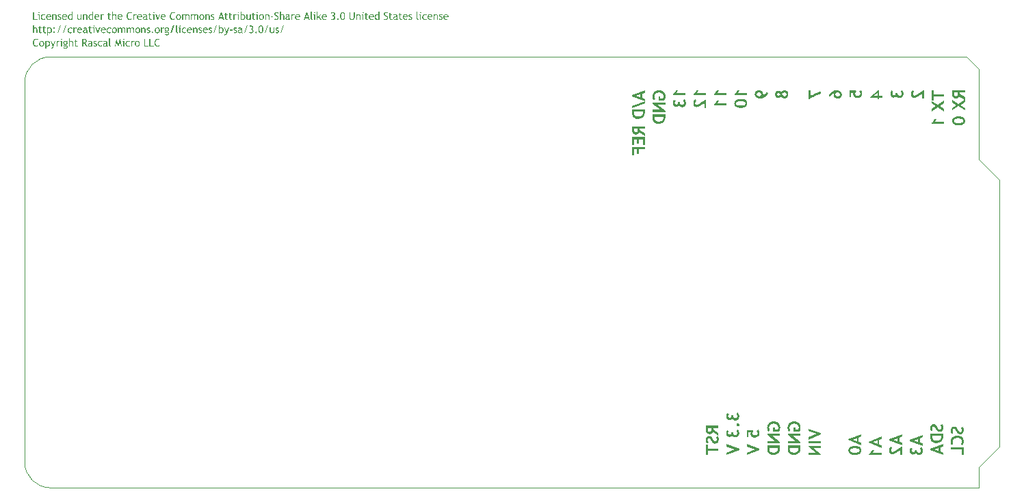
<source format=gbo>
%FSLAX25Y25*%
%MOIN*%
G70*
G01*
G75*
G04 Layer_Color=32896*
%ADD10R,0.05906X0.05118*%
%ADD11R,0.05118X0.05906*%
%ADD12R,0.03937X0.03937*%
%ADD13R,0.03937X0.03937*%
%ADD14R,0.21654X0.07874*%
%ADD15R,0.14173X0.14173*%
%ADD16O,0.00984X0.03150*%
%ADD17O,0.03150X0.00984*%
%ADD18R,0.03543X0.01969*%
%ADD19R,0.05512X0.04724*%
%ADD20R,0.03150X0.07087*%
%ADD21R,0.07087X0.04724*%
%ADD22R,0.07087X0.05512*%
%ADD23R,0.04724X0.05512*%
%ADD24R,0.02362X0.05906*%
%ADD25R,0.01969X0.03543*%
%ADD26R,0.02756X0.01575*%
%ADD27R,0.02165X0.05709*%
%ADD28O,0.06693X0.01181*%
%ADD29O,0.08661X0.02362*%
%ADD30C,0.01400*%
%ADD31O,0.02165X0.05906*%
%ADD32R,0.11811X0.06299*%
%ADD33R,0.24410X0.22835*%
%ADD34C,0.00500*%
%ADD35C,0.01000*%
%ADD36C,0.02000*%
%ADD37C,0.00300*%
%ADD38C,0.06693*%
%ADD39R,0.05906X0.05906*%
%ADD40C,0.05906*%
%ADD41C,0.06000*%
%ADD42C,0.07500*%
%ADD43C,0.08700*%
%ADD44C,0.07874*%
%ADD45C,0.02000*%
%ADD46C,0.03000*%
%ADD47C,0.02598*%
%ADD48C,0.09055*%
%ADD49C,0.04000*%
G04:AMPARAMS|DCode=50|XSize=76.221mil|YSize=76.221mil|CornerRadius=0mil|HoleSize=0mil|Usage=FLASHONLY|Rotation=0.000|XOffset=0mil|YOffset=0mil|HoleType=Round|Shape=Relief|Width=8mil|Gap=10mil|Entries=4|*
%AMTHD50*
7,0,0,0.07622,0.05622,0.00800,45*
%
%ADD50THD50*%
%ADD51C,0.06022*%
%ADD52C,0.05943*%
%ADD53C,0.14900*%
G04:AMPARAMS|DCode=54|XSize=75.433mil|YSize=75.433mil|CornerRadius=0mil|HoleSize=0mil|Usage=FLASHONLY|Rotation=0.000|XOffset=0mil|YOffset=0mil|HoleType=Round|Shape=Relief|Width=8mil|Gap=10mil|Entries=4|*
%AMTHD54*
7,0,0,0.07543,0.05543,0.00800,45*
%
%ADD54THD54*%
%ADD55C,0.07400*%
%ADD56C,0.15200*%
%ADD57C,0.08600*%
%ADD58C,0.05900*%
G04:AMPARAMS|DCode=59|XSize=90mil|YSize=90mil|CornerRadius=0mil|HoleSize=0mil|Usage=FLASHONLY|Rotation=0.000|XOffset=0mil|YOffset=0mil|HoleType=Round|Shape=Relief|Width=8mil|Gap=10mil|Entries=4|*
%AMTHD59*
7,0,0,0.09000,0.07000,0.00800,45*
%
%ADD59THD59*%
%ADD60C,0.03400*%
G04:AMPARAMS|DCode=61|XSize=50mil|YSize=50mil|CornerRadius=0mil|HoleSize=0mil|Usage=FLASHONLY|Rotation=0.000|XOffset=0mil|YOffset=0mil|HoleType=Round|Shape=Relief|Width=8mil|Gap=10mil|Entries=4|*
%AMTHD61*
7,0,0,0.05000,0.03000,0.00800,45*
%
%ADD61THD61*%
G04:AMPARAMS|DCode=62|XSize=56mil|YSize=56mil|CornerRadius=0mil|HoleSize=0mil|Usage=FLASHONLY|Rotation=0.000|XOffset=0mil|YOffset=0mil|HoleType=Round|Shape=Relief|Width=8mil|Gap=10mil|Entries=4|*
%AMTHD62*
7,0,0,0.05600,0.03600,0.00800,45*
%
%ADD62THD62*%
%ADD63C,0.04000*%
G04:AMPARAMS|DCode=64|XSize=75mil|YSize=75mil|CornerRadius=0mil|HoleSize=0mil|Usage=FLASHONLY|Rotation=0.000|XOffset=0mil|YOffset=0mil|HoleType=Round|Shape=Relief|Width=8mil|Gap=10mil|Entries=4|*
%AMTHD64*
7,0,0,0.07500,0.05500,0.00800,45*
%
%ADD64THD64*%
G04:AMPARAMS|DCode=65|XSize=52.992mil|YSize=52.992mil|CornerRadius=0mil|HoleSize=0mil|Usage=FLASHONLY|Rotation=0.000|XOffset=0mil|YOffset=0mil|HoleType=Round|Shape=Relief|Width=8mil|Gap=10mil|Entries=4|*
%AMTHD65*
7,0,0,0.05299,0.03299,0.00800,45*
%
%ADD65THD65*%
G04:AMPARAMS|DCode=66|XSize=130.551mil|YSize=130.551mil|CornerRadius=0mil|HoleSize=0mil|Usage=FLASHONLY|Rotation=0.000|XOffset=0mil|YOffset=0mil|HoleType=Round|Shape=Relief|Width=8mil|Gap=10mil|Entries=4|*
%AMTHD66*
7,0,0,0.13055,0.11055,0.00800,45*
%
%ADD66THD66*%
%ADD67C,0.03699*%
%ADD68C,0.11455*%
%ADD69R,0.79134X0.28740*%
%ADD70C,0.00984*%
%ADD71C,0.02362*%
%ADD72C,0.01969*%
%ADD73C,0.00787*%
%ADD74C,0.00394*%
%ADD75R,0.06406X0.05618*%
%ADD76R,0.05618X0.06406*%
%ADD77R,0.04437X0.04437*%
%ADD78R,0.04437X0.04437*%
%ADD79R,0.22154X0.08374*%
%ADD80R,0.14673X0.14673*%
%ADD81O,0.01484X0.03650*%
%ADD82O,0.03650X0.01484*%
%ADD83R,0.03740X0.02165*%
%ADD84R,0.06012X0.05224*%
%ADD85R,0.03650X0.07587*%
%ADD86R,0.07587X0.05224*%
%ADD87R,0.07587X0.06012*%
%ADD88R,0.05224X0.06012*%
%ADD89R,0.02862X0.06406*%
%ADD90R,0.02165X0.03740*%
%ADD91R,0.03256X0.02075*%
%ADD92R,0.02665X0.06209*%
%ADD93O,0.07193X0.01681*%
%ADD94O,0.09161X0.02862*%
%ADD95C,0.01181*%
%ADD96O,0.02665X0.06406*%
%ADD97R,0.12311X0.06799*%
%ADD98R,0.24910X0.23335*%
%ADD99C,0.07193*%
%ADD100R,0.06406X0.06406*%
%ADD101C,0.06406*%
%ADD102C,0.06500*%
%ADD103C,0.08000*%
%ADD104C,0.09200*%
%ADD105C,0.08374*%
%ADD106C,0.02500*%
%ADD107C,0.03500*%
%ADD108C,0.00800*%
%ADD109C,0.09555*%
%ADD110C,0.03098*%
G36*
X365256Y32385D02*
X365500Y32360D01*
X365738Y32322D01*
X365950Y32272D01*
X366156Y32210D01*
X366344Y32147D01*
X366519Y32079D01*
X366675Y32004D01*
X366813Y31929D01*
X366938Y31860D01*
X367044Y31797D01*
X367131Y31735D01*
X367200Y31685D01*
X367250Y31647D01*
X367275Y31622D01*
X367288Y31616D01*
X367438Y31466D01*
X367575Y31304D01*
X367688Y31135D01*
X367788Y30960D01*
X367875Y30785D01*
X367944Y30610D01*
X368000Y30441D01*
X368050Y30272D01*
X368081Y30122D01*
X368113Y29979D01*
X368131Y29847D01*
X368144Y29735D01*
X368150Y29641D01*
Y29604D01*
X368156Y29572D01*
Y29547D01*
Y29529D01*
Y29522D01*
Y29516D01*
X368150Y29285D01*
X368131Y29066D01*
X368100Y28860D01*
X368088Y28766D01*
X368069Y28672D01*
X368050Y28591D01*
X368038Y28516D01*
X368019Y28454D01*
X368006Y28397D01*
X368000Y28354D01*
X367988Y28316D01*
X367981Y28297D01*
Y28291D01*
X367906Y28072D01*
X367869Y27966D01*
X367825Y27872D01*
X367788Y27785D01*
X367744Y27697D01*
X367700Y27622D01*
X367663Y27554D01*
X367625Y27491D01*
X367594Y27435D01*
X367563Y27391D01*
X367531Y27347D01*
X367513Y27316D01*
X367494Y27297D01*
X367488Y27285D01*
X367481Y27279D01*
X364725D01*
Y29229D01*
X365656D01*
Y28372D01*
X366869D01*
X366925Y28447D01*
X366975Y28522D01*
X367019Y28604D01*
X367050Y28685D01*
X367113Y28847D01*
X367150Y28997D01*
X367163Y29072D01*
X367169Y29135D01*
X367175Y29191D01*
X367181Y29241D01*
X367188Y29285D01*
Y29316D01*
Y29335D01*
Y29341D01*
X367181Y29504D01*
X367163Y29654D01*
X367131Y29797D01*
X367094Y29935D01*
X367050Y30060D01*
X367000Y30172D01*
X366950Y30279D01*
X366894Y30372D01*
X366838Y30460D01*
X366788Y30535D01*
X366738Y30597D01*
X366694Y30647D01*
X366656Y30685D01*
X366625Y30716D01*
X366606Y30735D01*
X366600Y30741D01*
X366488Y30829D01*
X366363Y30910D01*
X366238Y30979D01*
X366106Y31035D01*
X365975Y31085D01*
X365844Y31129D01*
X365713Y31160D01*
X365594Y31191D01*
X365475Y31210D01*
X365369Y31229D01*
X365269Y31235D01*
X365188Y31247D01*
X365119D01*
X365069Y31254D01*
X365025D01*
X364838Y31247D01*
X364656Y31229D01*
X364488Y31204D01*
X364331Y31172D01*
X364181Y31129D01*
X364044Y31085D01*
X363919Y31041D01*
X363806Y30991D01*
X363706Y30941D01*
X363619Y30897D01*
X363544Y30847D01*
X363481Y30810D01*
X363431Y30779D01*
X363400Y30754D01*
X363375Y30735D01*
X363369Y30729D01*
X363263Y30629D01*
X363163Y30516D01*
X363081Y30404D01*
X363013Y30285D01*
X362950Y30166D01*
X362900Y30047D01*
X362863Y29929D01*
X362825Y29816D01*
X362800Y29710D01*
X362781Y29610D01*
X362769Y29522D01*
X362763Y29447D01*
X362756Y29385D01*
X362750Y29335D01*
Y29310D01*
Y29297D01*
X362756Y29185D01*
X362775Y29066D01*
X362806Y28947D01*
X362838Y28841D01*
X362869Y28747D01*
X362881Y28704D01*
X362900Y28672D01*
X362906Y28641D01*
X362919Y28622D01*
X362925Y28610D01*
Y28604D01*
X362988Y28460D01*
X363050Y28341D01*
X363106Y28235D01*
X363163Y28154D01*
X363206Y28085D01*
X363238Y28041D01*
X363263Y28010D01*
X363269Y28004D01*
X362388Y27541D01*
X362281Y27679D01*
X362188Y27822D01*
X362106Y27966D01*
X362038Y28110D01*
X361975Y28260D01*
X361931Y28404D01*
X361888Y28541D01*
X361856Y28672D01*
X361831Y28797D01*
X361813Y28910D01*
X361800Y29016D01*
X361788Y29104D01*
Y29172D01*
X361781Y29229D01*
Y29260D01*
Y29272D01*
X361794Y29535D01*
X361819Y29779D01*
X361863Y30016D01*
X361919Y30229D01*
X361988Y30435D01*
X362063Y30622D01*
X362144Y30791D01*
X362225Y30947D01*
X362313Y31085D01*
X362394Y31204D01*
X362469Y31310D01*
X362538Y31391D01*
X362594Y31460D01*
X362638Y31510D01*
X362663Y31535D01*
X362675Y31547D01*
X362850Y31697D01*
X363031Y31829D01*
X363219Y31941D01*
X363413Y32035D01*
X363606Y32116D01*
X363800Y32185D01*
X363988Y32241D01*
X364169Y32285D01*
X364338Y32322D01*
X364494Y32347D01*
X364638Y32366D01*
X364756Y32379D01*
X364856Y32385D01*
X364894D01*
X364931Y32391D01*
X364994D01*
X365256Y32385D01*
D02*
G37*
G36*
X368050Y25266D02*
X364231D01*
X368131Y22272D01*
Y21829D01*
X361888D01*
Y22879D01*
X365606D01*
X361888Y25791D01*
Y26316D01*
X368050D01*
Y25266D01*
D02*
G37*
G36*
X378025D02*
X374206D01*
X378106Y22272D01*
Y21829D01*
X371863D01*
Y22879D01*
X375581D01*
X371863Y25791D01*
Y26316D01*
X378025D01*
Y25266D01*
D02*
G37*
G36*
Y19204D02*
X378013Y18910D01*
X377988Y18641D01*
X377944Y18385D01*
X377881Y18147D01*
X377806Y17922D01*
X377719Y17716D01*
X377619Y17529D01*
X377506Y17347D01*
X377388Y17185D01*
X377256Y17041D01*
X377119Y16904D01*
X376975Y16779D01*
X376825Y16666D01*
X376675Y16566D01*
X376519Y16479D01*
X376363Y16397D01*
X376213Y16329D01*
X376056Y16266D01*
X375906Y16210D01*
X375756Y16166D01*
X375613Y16129D01*
X375475Y16097D01*
X375344Y16066D01*
X375225Y16047D01*
X375113Y16029D01*
X375013Y16016D01*
X374925Y16010D01*
X374850Y16004D01*
X374788Y15997D01*
X374706D01*
X374469Y16004D01*
X374244Y16029D01*
X374031Y16072D01*
X373831Y16122D01*
X373644Y16179D01*
X373475Y16247D01*
X373319Y16322D01*
X373175Y16391D01*
X373050Y16466D01*
X372938Y16541D01*
X372844Y16610D01*
X372763Y16666D01*
X372700Y16716D01*
X372656Y16760D01*
X372625Y16785D01*
X372619Y16791D01*
X372481Y16947D01*
X372356Y17110D01*
X372250Y17279D01*
X372163Y17454D01*
X372081Y17635D01*
X372019Y17810D01*
X371969Y17985D01*
X371925Y18154D01*
X371894Y18310D01*
X371869Y18454D01*
X371850Y18585D01*
X371838Y18697D01*
X371831Y18791D01*
X371825Y18829D01*
Y18860D01*
Y18891D01*
Y18910D01*
Y18916D01*
Y18922D01*
Y18997D01*
Y19091D01*
X371831Y19197D01*
Y19322D01*
X371838Y19454D01*
Y19591D01*
X371850Y19872D01*
X371856Y20004D01*
Y20135D01*
X371863Y20254D01*
X371869Y20354D01*
Y20441D01*
X371875Y20510D01*
Y20535D01*
Y20554D01*
Y20560D01*
Y20566D01*
X378025D01*
Y19204D01*
D02*
G37*
G36*
X368050D02*
X368038Y18910D01*
X368013Y18641D01*
X367969Y18385D01*
X367906Y18147D01*
X367831Y17922D01*
X367744Y17716D01*
X367644Y17529D01*
X367531Y17347D01*
X367413Y17185D01*
X367281Y17041D01*
X367144Y16904D01*
X367000Y16779D01*
X366850Y16666D01*
X366700Y16566D01*
X366544Y16479D01*
X366388Y16397D01*
X366238Y16329D01*
X366081Y16266D01*
X365931Y16210D01*
X365781Y16166D01*
X365638Y16129D01*
X365500Y16097D01*
X365369Y16066D01*
X365250Y16047D01*
X365138Y16029D01*
X365038Y16016D01*
X364950Y16010D01*
X364875Y16004D01*
X364813Y15997D01*
X364731D01*
X364494Y16004D01*
X364269Y16029D01*
X364056Y16072D01*
X363856Y16122D01*
X363669Y16179D01*
X363500Y16247D01*
X363344Y16322D01*
X363200Y16391D01*
X363075Y16466D01*
X362963Y16541D01*
X362869Y16610D01*
X362788Y16666D01*
X362725Y16716D01*
X362681Y16760D01*
X362650Y16785D01*
X362644Y16791D01*
X362506Y16947D01*
X362381Y17110D01*
X362275Y17279D01*
X362188Y17454D01*
X362106Y17635D01*
X362044Y17810D01*
X361994Y17985D01*
X361950Y18154D01*
X361919Y18310D01*
X361894Y18454D01*
X361875Y18585D01*
X361863Y18697D01*
X361856Y18791D01*
X361850Y18829D01*
Y18860D01*
Y18891D01*
Y18910D01*
Y18916D01*
Y18922D01*
Y18997D01*
Y19091D01*
X361856Y19197D01*
Y19322D01*
X361863Y19454D01*
Y19591D01*
X361875Y19872D01*
X361881Y20004D01*
Y20135D01*
X361888Y20254D01*
X361894Y20354D01*
Y20441D01*
X361900Y20510D01*
Y20535D01*
Y20554D01*
Y20560D01*
Y20566D01*
X368050D01*
Y19204D01*
D02*
G37*
G36*
X347688Y36454D02*
X347781Y36322D01*
X347856Y36185D01*
X347925Y36054D01*
X347988Y35916D01*
X348038Y35785D01*
X348075Y35660D01*
X348107Y35535D01*
X348131Y35422D01*
X348150Y35316D01*
X348163Y35222D01*
X348169Y35141D01*
X348175Y35079D01*
X348182Y35029D01*
Y34997D01*
Y34985D01*
X348175Y34797D01*
X348163Y34622D01*
X348138Y34454D01*
X348107Y34304D01*
X348069Y34160D01*
X348031Y34029D01*
X347988Y33904D01*
X347938Y33797D01*
X347894Y33704D01*
X347850Y33616D01*
X347813Y33547D01*
X347775Y33485D01*
X347744Y33441D01*
X347719Y33404D01*
X347707Y33385D01*
X347700Y33379D01*
X347606Y33272D01*
X347500Y33185D01*
X347394Y33104D01*
X347282Y33041D01*
X347169Y32985D01*
X347057Y32935D01*
X346944Y32897D01*
X346838Y32866D01*
X346738Y32841D01*
X346644Y32822D01*
X346556Y32810D01*
X346481Y32797D01*
X346419D01*
X346375Y32791D01*
X346338D01*
X346144Y32804D01*
X345963Y32835D01*
X345800Y32879D01*
X345644Y32941D01*
X345507Y33016D01*
X345381Y33104D01*
X345269Y33191D01*
X345169Y33279D01*
X345081Y33372D01*
X345006Y33460D01*
X344944Y33547D01*
X344888Y33616D01*
X344850Y33679D01*
X344825Y33729D01*
X344807Y33760D01*
X344800Y33772D01*
X344707Y33635D01*
X344606Y33516D01*
X344500Y33410D01*
X344388Y33322D01*
X344275Y33247D01*
X344163Y33185D01*
X344050Y33135D01*
X343938Y33091D01*
X343838Y33060D01*
X343738Y33041D01*
X343656Y33022D01*
X343582Y33010D01*
X343519Y33004D01*
X343469Y32997D01*
X343431D01*
X343294Y33004D01*
X343163Y33022D01*
X343044Y33047D01*
X342932Y33079D01*
X342825Y33116D01*
X342725Y33160D01*
X342638Y33210D01*
X342563Y33254D01*
X342488Y33304D01*
X342431Y33354D01*
X342375Y33397D01*
X342332Y33435D01*
X342300Y33466D01*
X342275Y33491D01*
X342263Y33510D01*
X342256Y33516D01*
X342181Y33616D01*
X342119Y33722D01*
X342056Y33841D01*
X342013Y33954D01*
X341969Y34079D01*
X341938Y34197D01*
X341881Y34429D01*
X341869Y34535D01*
X341857Y34635D01*
X341844Y34722D01*
X341838Y34804D01*
X341831Y34866D01*
Y34910D01*
Y34941D01*
Y34954D01*
X341838Y35110D01*
X341857Y35260D01*
X341888Y35404D01*
X341919Y35535D01*
X341956Y35641D01*
X341969Y35685D01*
X341982Y35722D01*
X341994Y35754D01*
X342006Y35779D01*
X342013Y35791D01*
Y35797D01*
X342081Y35941D01*
X342157Y36072D01*
X342225Y36172D01*
X342294Y36260D01*
X342350Y36329D01*
X342394Y36372D01*
X342425Y36404D01*
X342438Y36410D01*
X343188Y35897D01*
X343113Y35816D01*
X343050Y35735D01*
X342988Y35660D01*
X342944Y35579D01*
X342900Y35504D01*
X342869Y35429D01*
X342813Y35297D01*
X342800Y35235D01*
X342788Y35185D01*
X342775Y35135D01*
X342769Y35091D01*
X342763Y35060D01*
Y35035D01*
Y35022D01*
Y35016D01*
X342769Y34860D01*
X342800Y34722D01*
X342838Y34610D01*
X342894Y34504D01*
X342956Y34422D01*
X343025Y34347D01*
X343100Y34291D01*
X343175Y34247D01*
X343250Y34210D01*
X343325Y34179D01*
X343394Y34160D01*
X343457Y34147D01*
X343513Y34141D01*
X343550Y34135D01*
X343588D01*
X343725Y34147D01*
X343844Y34172D01*
X343950Y34222D01*
X344038Y34285D01*
X344113Y34354D01*
X344175Y34435D01*
X344232Y34516D01*
X344269Y34604D01*
X344306Y34697D01*
X344325Y34779D01*
X344344Y34860D01*
X344356Y34929D01*
X344363Y34991D01*
X344369Y35035D01*
Y35066D01*
Y35079D01*
Y35241D01*
X345269D01*
Y35054D01*
Y34960D01*
X345282Y34872D01*
X345313Y34704D01*
X345356Y34566D01*
X345407Y34447D01*
X345438Y34397D01*
X345463Y34360D01*
X345488Y34322D01*
X345507Y34291D01*
X345525Y34266D01*
X345538Y34247D01*
X345544Y34241D01*
X345550Y34235D01*
X345606Y34179D01*
X345663Y34135D01*
X345719Y34091D01*
X345781Y34060D01*
X345900Y34004D01*
X346019Y33966D01*
X346119Y33947D01*
X346163Y33935D01*
X346200D01*
X346232Y33929D01*
X346275D01*
X346444Y33941D01*
X346594Y33972D01*
X346725Y34022D01*
X346838Y34091D01*
X346932Y34172D01*
X347013Y34260D01*
X347075Y34354D01*
X347125Y34454D01*
X347169Y34554D01*
X347200Y34647D01*
X347219Y34735D01*
X347238Y34816D01*
X347244Y34879D01*
X347250Y34935D01*
Y34966D01*
Y34979D01*
X347244Y35085D01*
X347225Y35185D01*
X347200Y35285D01*
X347169Y35385D01*
X347088Y35560D01*
X347044Y35641D01*
X346994Y35722D01*
X346944Y35791D01*
X346900Y35847D01*
X346856Y35904D01*
X346819Y35947D01*
X346788Y35985D01*
X346757Y36010D01*
X346744Y36029D01*
X346738Y36035D01*
X347582Y36579D01*
X347688Y36454D01*
D02*
G37*
G36*
X347669Y31385D02*
X347769Y31360D01*
X347863Y31329D01*
X347944Y31285D01*
X348007Y31247D01*
X348057Y31210D01*
X348081Y31185D01*
X348094Y31179D01*
X348169Y31091D01*
X348219Y31004D01*
X348256Y30910D01*
X348288Y30829D01*
X348300Y30754D01*
X348306Y30691D01*
X348313Y30654D01*
Y30647D01*
Y30641D01*
X348300Y30529D01*
X348275Y30429D01*
X348244Y30335D01*
X348200Y30260D01*
X348163Y30197D01*
X348125Y30147D01*
X348100Y30122D01*
X348094Y30110D01*
X348007Y30035D01*
X347913Y29979D01*
X347825Y29941D01*
X347738Y29910D01*
X347669Y29897D01*
X347606Y29891D01*
X347569Y29885D01*
X347556D01*
X347444Y29897D01*
X347338Y29922D01*
X347244Y29954D01*
X347169Y29997D01*
X347107Y30041D01*
X347057Y30072D01*
X347031Y30097D01*
X347019Y30110D01*
X346944Y30197D01*
X346888Y30285D01*
X346850Y30372D01*
X346819Y30460D01*
X346807Y30529D01*
X346800Y30591D01*
X346794Y30629D01*
Y30635D01*
Y30641D01*
X346807Y30754D01*
X346831Y30860D01*
X346863Y30954D01*
X346906Y31029D01*
X346950Y31091D01*
X346982Y31141D01*
X347007Y31166D01*
X347019Y31179D01*
X347107Y31254D01*
X347194Y31304D01*
X347288Y31341D01*
X347369Y31372D01*
X347444Y31385D01*
X347500Y31391D01*
X347544Y31397D01*
X347556D01*
X347669Y31385D01*
D02*
G37*
G36*
X357619Y28147D02*
X357706Y28016D01*
X357781Y27879D01*
X357844Y27747D01*
X357894Y27610D01*
X357938Y27479D01*
X357975Y27354D01*
X358006Y27229D01*
X358031Y27116D01*
X358044Y27016D01*
X358056Y26922D01*
X358069Y26841D01*
Y26779D01*
X358075Y26729D01*
Y26704D01*
Y26691D01*
X358069Y26491D01*
X358050Y26304D01*
X358019Y26129D01*
X357975Y25966D01*
X357919Y25816D01*
X357856Y25672D01*
X357788Y25541D01*
X357706Y25422D01*
X357625Y25310D01*
X357531Y25210D01*
X357431Y25116D01*
X357331Y25035D01*
X357231Y24954D01*
X357119Y24885D01*
X357013Y24829D01*
X356900Y24772D01*
X356794Y24722D01*
X356681Y24679D01*
X356475Y24610D01*
X356275Y24566D01*
X356181Y24547D01*
X356100Y24529D01*
X356019Y24522D01*
X355950Y24510D01*
X355888Y24504D01*
X355831D01*
X355788Y24497D01*
X355731D01*
X355556Y24504D01*
X355394Y24516D01*
X355238Y24541D01*
X355094Y24572D01*
X354963Y24610D01*
X354838Y24654D01*
X354725Y24697D01*
X354625Y24741D01*
X354538Y24791D01*
X354463Y24835D01*
X354394Y24879D01*
X354338Y24916D01*
X354300Y24947D01*
X354269Y24972D01*
X354250Y24985D01*
X354244Y24991D01*
X354150Y25085D01*
X354069Y25191D01*
X354000Y25304D01*
X353938Y25416D01*
X353888Y25529D01*
X353844Y25647D01*
X353806Y25760D01*
X353781Y25872D01*
X353756Y25979D01*
X353738Y26079D01*
X353731Y26166D01*
X353719Y26241D01*
Y26304D01*
X353713Y26354D01*
Y26379D01*
Y26391D01*
X353719Y26529D01*
X353731Y26660D01*
X353756Y26772D01*
X353775Y26866D01*
X353800Y26947D01*
X353825Y27004D01*
X353838Y27041D01*
X353844Y27047D01*
Y27054D01*
X352738D01*
Y24785D01*
X351806D01*
Y28104D01*
X354863D01*
X355144Y27672D01*
X355056Y27579D01*
X354981Y27491D01*
X354913Y27404D01*
X354856Y27316D01*
X354806Y27229D01*
X354763Y27147D01*
X354731Y27066D01*
X354706Y26997D01*
X354688Y26929D01*
X354669Y26866D01*
X354656Y26810D01*
X354650Y26766D01*
X354644Y26729D01*
Y26704D01*
Y26685D01*
Y26679D01*
Y26579D01*
X354656Y26485D01*
X354669Y26397D01*
X354688Y26316D01*
X354713Y26241D01*
X354738Y26179D01*
X354763Y26122D01*
X354788Y26066D01*
X354813Y26022D01*
X354838Y25985D01*
X354863Y25954D01*
X354888Y25922D01*
X354919Y25891D01*
X354925Y25879D01*
X354931D01*
X354988Y25835D01*
X355050Y25797D01*
X355194Y25735D01*
X355344Y25691D01*
X355494Y25666D01*
X355631Y25647D01*
X355688Y25641D01*
X355744D01*
X355781Y25635D01*
X355963D01*
X356075Y25647D01*
X356175Y25660D01*
X356275Y25679D01*
X356363Y25704D01*
X356444Y25735D01*
X356594Y25804D01*
X356719Y25879D01*
X356825Y25972D01*
X356913Y26066D01*
X356981Y26166D01*
X357038Y26266D01*
X357075Y26360D01*
X357106Y26454D01*
X357125Y26529D01*
X357138Y26597D01*
X357144Y26654D01*
Y26685D01*
Y26697D01*
X357138Y26791D01*
X357119Y26885D01*
X357094Y26985D01*
X357063Y27079D01*
X356981Y27272D01*
X356881Y27454D01*
X356838Y27535D01*
X356788Y27610D01*
X356744Y27679D01*
X356706Y27735D01*
X356675Y27785D01*
X356650Y27816D01*
X356631Y27841D01*
X356625Y27847D01*
X357525Y28279D01*
X357619Y28147D01*
D02*
G37*
G36*
X358075Y19004D02*
Y18404D01*
X351831Y15997D01*
Y17172D01*
X355994Y18685D01*
X351831Y20110D01*
Y21310D01*
X358075Y19004D01*
D02*
G37*
G36*
X443654Y178407D02*
X448091D01*
Y177313D01*
X441904D01*
Y177750D01*
X442060Y177888D01*
X442216Y178038D01*
X442360Y178188D01*
X442498Y178344D01*
X442623Y178507D01*
X442741Y178663D01*
X442854Y178819D01*
X442954Y178969D01*
X443048Y179113D01*
X443123Y179244D01*
X443191Y179363D01*
X443248Y179463D01*
X443291Y179544D01*
X443329Y179607D01*
X443341Y179632D01*
X443348Y179650D01*
X443354Y179657D01*
Y179663D01*
X444404D01*
X443654Y178407D01*
D02*
G37*
G36*
X433495Y193019D02*
X433376Y192944D01*
X433270Y192863D01*
X433182Y192782D01*
X433107Y192694D01*
X433039Y192607D01*
X432982Y192525D01*
X432939Y192444D01*
X432901Y192363D01*
X432876Y192288D01*
X432857Y192219D01*
X432839Y192157D01*
X432832Y192100D01*
X432826Y192057D01*
X432820Y192019D01*
Y192000D01*
Y191994D01*
X432826Y191844D01*
X432851Y191719D01*
X432882Y191607D01*
X432926Y191507D01*
X432982Y191432D01*
X433039Y191363D01*
X433107Y191307D01*
X433170Y191263D01*
X433232Y191225D01*
X433301Y191200D01*
X433357Y191182D01*
X433407Y191169D01*
X433457Y191163D01*
X433489Y191157D01*
X433520D01*
X433632Y191163D01*
X433751Y191182D01*
X433870Y191213D01*
X433995Y191250D01*
X434114Y191294D01*
X434239Y191344D01*
X434351Y191394D01*
X434464Y191450D01*
X434570Y191507D01*
X434664Y191557D01*
X434751Y191607D01*
X434826Y191650D01*
X434889Y191688D01*
X434932Y191719D01*
X434957Y191738D01*
X434970Y191744D01*
X437839Y193688D01*
X438157D01*
Y189650D01*
X437189D01*
Y191963D01*
X435270Y190707D01*
X435076Y190588D01*
X434895Y190482D01*
X434720Y190388D01*
X434551Y190307D01*
X434401Y190244D01*
X434257Y190188D01*
X434120Y190144D01*
X434001Y190107D01*
X433895Y190075D01*
X433795Y190057D01*
X433714Y190038D01*
X433645Y190032D01*
X433589Y190025D01*
X433551Y190019D01*
X433520D01*
X433382Y190025D01*
X433245Y190044D01*
X433126Y190069D01*
X433007Y190100D01*
X432901Y190144D01*
X432801Y190188D01*
X432714Y190238D01*
X432632Y190288D01*
X432557Y190338D01*
X432495Y190388D01*
X432445Y190432D01*
X432401Y190475D01*
X432364Y190507D01*
X432339Y190532D01*
X432326Y190550D01*
X432320Y190557D01*
X432245Y190663D01*
X432176Y190775D01*
X432120Y190888D01*
X432070Y191013D01*
X432026Y191138D01*
X431995Y191257D01*
X431964Y191382D01*
X431945Y191494D01*
X431926Y191607D01*
X431914Y191707D01*
X431901Y191800D01*
X431895Y191882D01*
X431889Y191944D01*
Y191994D01*
Y192025D01*
Y192038D01*
Y192144D01*
X431901Y192244D01*
X431932Y192438D01*
X431982Y192613D01*
X432007Y192694D01*
X432032Y192769D01*
X432064Y192838D01*
X432089Y192894D01*
X432114Y192950D01*
X432139Y192994D01*
X432157Y193025D01*
X432170Y193057D01*
X432176Y193069D01*
X432182Y193075D01*
X432301Y193238D01*
X432420Y193382D01*
X432545Y193494D01*
X432664Y193594D01*
X432764Y193663D01*
X432807Y193694D01*
X432845Y193713D01*
X432876Y193732D01*
X432901Y193744D01*
X432914Y193757D01*
X432920D01*
X433495Y193019D01*
D02*
G37*
G36*
X442898Y191794D02*
X448091D01*
Y190700D01*
X442898D01*
Y188650D01*
X441929D01*
Y193757D01*
X442898D01*
Y191794D01*
D02*
G37*
G36*
X448091Y187413D02*
X445848Y185988D01*
X448091Y184600D01*
Y183413D01*
X444923Y185407D01*
X441929Y183507D01*
Y184650D01*
X444023Y185975D01*
X441935Y187282D01*
X441929Y188400D01*
X444935Y186550D01*
X448091Y188550D01*
Y187413D01*
D02*
G37*
G36*
X427730Y193632D02*
X427823Y193500D01*
X427898Y193363D01*
X427967Y193232D01*
X428030Y193094D01*
X428080Y192963D01*
X428117Y192838D01*
X428148Y192713D01*
X428173Y192600D01*
X428192Y192494D01*
X428205Y192400D01*
X428211Y192319D01*
X428217Y192257D01*
X428223Y192207D01*
Y192175D01*
Y192163D01*
X428217Y191975D01*
X428205Y191800D01*
X428180Y191632D01*
X428148Y191482D01*
X428111Y191338D01*
X428073Y191207D01*
X428030Y191082D01*
X427980Y190975D01*
X427936Y190882D01*
X427892Y190794D01*
X427855Y190725D01*
X427817Y190663D01*
X427786Y190619D01*
X427761Y190582D01*
X427748Y190563D01*
X427742Y190557D01*
X427648Y190450D01*
X427542Y190363D01*
X427436Y190282D01*
X427323Y190219D01*
X427211Y190163D01*
X427098Y190113D01*
X426986Y190075D01*
X426880Y190044D01*
X426780Y190019D01*
X426686Y190000D01*
X426598Y189988D01*
X426523Y189975D01*
X426461D01*
X426417Y189969D01*
X426380D01*
X426186Y189982D01*
X426005Y190013D01*
X425842Y190057D01*
X425686Y190119D01*
X425548Y190194D01*
X425423Y190282D01*
X425311Y190369D01*
X425211Y190457D01*
X425123Y190550D01*
X425048Y190638D01*
X424986Y190725D01*
X424930Y190794D01*
X424892Y190857D01*
X424867Y190907D01*
X424848Y190938D01*
X424842Y190950D01*
X424748Y190813D01*
X424648Y190694D01*
X424542Y190588D01*
X424430Y190500D01*
X424317Y190425D01*
X424205Y190363D01*
X424092Y190313D01*
X423980Y190269D01*
X423880Y190238D01*
X423780Y190219D01*
X423698Y190200D01*
X423623Y190188D01*
X423561Y190182D01*
X423511Y190175D01*
X423473D01*
X423336Y190182D01*
X423205Y190200D01*
X423086Y190225D01*
X422973Y190257D01*
X422867Y190294D01*
X422767Y190338D01*
X422680Y190388D01*
X422605Y190432D01*
X422530Y190482D01*
X422473Y190532D01*
X422417Y190575D01*
X422373Y190613D01*
X422342Y190644D01*
X422317Y190669D01*
X422305Y190688D01*
X422298Y190694D01*
X422223Y190794D01*
X422161Y190900D01*
X422098Y191019D01*
X422055Y191132D01*
X422011Y191257D01*
X421980Y191375D01*
X421923Y191607D01*
X421911Y191713D01*
X421898Y191813D01*
X421886Y191900D01*
X421880Y191982D01*
X421873Y192044D01*
Y192088D01*
Y192119D01*
Y192132D01*
X421880Y192288D01*
X421898Y192438D01*
X421930Y192582D01*
X421961Y192713D01*
X421998Y192819D01*
X422011Y192863D01*
X422023Y192900D01*
X422036Y192932D01*
X422048Y192957D01*
X422055Y192969D01*
Y192975D01*
X422123Y193119D01*
X422198Y193250D01*
X422267Y193350D01*
X422336Y193438D01*
X422392Y193507D01*
X422436Y193550D01*
X422467Y193582D01*
X422480Y193588D01*
X423230Y193075D01*
X423155Y192994D01*
X423092Y192913D01*
X423030Y192838D01*
X422986Y192757D01*
X422942Y192682D01*
X422911Y192607D01*
X422855Y192475D01*
X422842Y192413D01*
X422830Y192363D01*
X422817Y192313D01*
X422811Y192269D01*
X422805Y192238D01*
Y192213D01*
Y192200D01*
Y192194D01*
X422811Y192038D01*
X422842Y191900D01*
X422880Y191788D01*
X422936Y191682D01*
X422998Y191600D01*
X423067Y191525D01*
X423142Y191469D01*
X423217Y191425D01*
X423292Y191388D01*
X423367Y191357D01*
X423436Y191338D01*
X423498Y191325D01*
X423555Y191319D01*
X423592Y191313D01*
X423630D01*
X423767Y191325D01*
X423886Y191350D01*
X423992Y191400D01*
X424080Y191463D01*
X424155Y191532D01*
X424217Y191613D01*
X424273Y191694D01*
X424311Y191782D01*
X424348Y191875D01*
X424367Y191957D01*
X424386Y192038D01*
X424398Y192107D01*
X424405Y192169D01*
X424411Y192213D01*
Y192244D01*
Y192257D01*
Y192419D01*
X425311D01*
Y192232D01*
Y192138D01*
X425323Y192050D01*
X425355Y191882D01*
X425398Y191744D01*
X425448Y191625D01*
X425480Y191575D01*
X425505Y191538D01*
X425530Y191500D01*
X425548Y191469D01*
X425567Y191444D01*
X425580Y191425D01*
X425586Y191419D01*
X425592Y191413D01*
X425648Y191357D01*
X425705Y191313D01*
X425761Y191269D01*
X425823Y191238D01*
X425942Y191182D01*
X426061Y191144D01*
X426161Y191125D01*
X426205Y191113D01*
X426242D01*
X426273Y191107D01*
X426317D01*
X426486Y191119D01*
X426636Y191150D01*
X426767Y191200D01*
X426880Y191269D01*
X426973Y191350D01*
X427055Y191438D01*
X427117Y191532D01*
X427167Y191632D01*
X427211Y191732D01*
X427242Y191825D01*
X427261Y191913D01*
X427280Y191994D01*
X427286Y192057D01*
X427292Y192113D01*
Y192144D01*
Y192157D01*
X427286Y192263D01*
X427267Y192363D01*
X427242Y192463D01*
X427211Y192563D01*
X427130Y192738D01*
X427086Y192819D01*
X427036Y192900D01*
X426986Y192969D01*
X426942Y193025D01*
X426898Y193082D01*
X426861Y193125D01*
X426830Y193163D01*
X426798Y193188D01*
X426786Y193207D01*
X426780Y193213D01*
X427623Y193757D01*
X427730Y193632D01*
D02*
G37*
G36*
X388000Y19435D02*
X384181D01*
X388081Y16441D01*
Y15997D01*
X381838D01*
Y17047D01*
X385556D01*
X381838Y19960D01*
Y20485D01*
X388000D01*
Y19435D01*
D02*
G37*
G36*
X375231Y32385D02*
X375475Y32360D01*
X375713Y32322D01*
X375925Y32272D01*
X376131Y32210D01*
X376319Y32147D01*
X376494Y32079D01*
X376650Y32004D01*
X376788Y31929D01*
X376913Y31860D01*
X377019Y31797D01*
X377106Y31735D01*
X377175Y31685D01*
X377225Y31647D01*
X377250Y31622D01*
X377263Y31616D01*
X377413Y31466D01*
X377550Y31304D01*
X377663Y31135D01*
X377763Y30960D01*
X377850Y30785D01*
X377919Y30610D01*
X377975Y30441D01*
X378025Y30272D01*
X378056Y30122D01*
X378088Y29979D01*
X378106Y29847D01*
X378119Y29735D01*
X378125Y29641D01*
Y29604D01*
X378131Y29572D01*
Y29547D01*
Y29529D01*
Y29522D01*
Y29516D01*
X378125Y29285D01*
X378106Y29066D01*
X378075Y28860D01*
X378063Y28766D01*
X378044Y28672D01*
X378025Y28591D01*
X378013Y28516D01*
X377994Y28454D01*
X377981Y28397D01*
X377975Y28354D01*
X377963Y28316D01*
X377956Y28297D01*
Y28291D01*
X377881Y28072D01*
X377844Y27966D01*
X377800Y27872D01*
X377763Y27785D01*
X377719Y27697D01*
X377675Y27622D01*
X377638Y27554D01*
X377600Y27491D01*
X377569Y27435D01*
X377538Y27391D01*
X377506Y27347D01*
X377488Y27316D01*
X377469Y27297D01*
X377463Y27285D01*
X377456Y27279D01*
X374700D01*
Y29229D01*
X375631D01*
Y28372D01*
X376844D01*
X376900Y28447D01*
X376950Y28522D01*
X376994Y28604D01*
X377025Y28685D01*
X377088Y28847D01*
X377125Y28997D01*
X377138Y29072D01*
X377144Y29135D01*
X377150Y29191D01*
X377156Y29241D01*
X377163Y29285D01*
Y29316D01*
Y29335D01*
Y29341D01*
X377156Y29504D01*
X377138Y29654D01*
X377106Y29797D01*
X377069Y29935D01*
X377025Y30060D01*
X376975Y30172D01*
X376925Y30279D01*
X376869Y30372D01*
X376813Y30460D01*
X376763Y30535D01*
X376713Y30597D01*
X376669Y30647D01*
X376631Y30685D01*
X376600Y30716D01*
X376581Y30735D01*
X376575Y30741D01*
X376463Y30829D01*
X376338Y30910D01*
X376213Y30979D01*
X376081Y31035D01*
X375950Y31085D01*
X375819Y31129D01*
X375688Y31160D01*
X375569Y31191D01*
X375450Y31210D01*
X375344Y31229D01*
X375244Y31235D01*
X375163Y31247D01*
X375094D01*
X375044Y31254D01*
X375000D01*
X374813Y31247D01*
X374631Y31229D01*
X374463Y31204D01*
X374306Y31172D01*
X374156Y31129D01*
X374019Y31085D01*
X373894Y31041D01*
X373781Y30991D01*
X373681Y30941D01*
X373594Y30897D01*
X373519Y30847D01*
X373456Y30810D01*
X373406Y30779D01*
X373375Y30754D01*
X373350Y30735D01*
X373344Y30729D01*
X373238Y30629D01*
X373138Y30516D01*
X373056Y30404D01*
X372988Y30285D01*
X372925Y30166D01*
X372875Y30047D01*
X372838Y29929D01*
X372800Y29816D01*
X372775Y29710D01*
X372756Y29610D01*
X372744Y29522D01*
X372738Y29447D01*
X372731Y29385D01*
X372725Y29335D01*
Y29310D01*
Y29297D01*
X372731Y29185D01*
X372750Y29066D01*
X372781Y28947D01*
X372813Y28841D01*
X372844Y28747D01*
X372856Y28704D01*
X372875Y28672D01*
X372881Y28641D01*
X372894Y28622D01*
X372900Y28610D01*
Y28604D01*
X372963Y28460D01*
X373025Y28341D01*
X373081Y28235D01*
X373138Y28154D01*
X373181Y28085D01*
X373213Y28041D01*
X373238Y28010D01*
X373244Y28004D01*
X372363Y27541D01*
X372256Y27679D01*
X372163Y27822D01*
X372081Y27966D01*
X372013Y28110D01*
X371950Y28260D01*
X371906Y28404D01*
X371863Y28541D01*
X371831Y28672D01*
X371806Y28797D01*
X371788Y28910D01*
X371775Y29016D01*
X371763Y29104D01*
Y29172D01*
X371756Y29229D01*
Y29260D01*
Y29272D01*
X371769Y29535D01*
X371794Y29779D01*
X371838Y30016D01*
X371894Y30229D01*
X371963Y30435D01*
X372038Y30622D01*
X372119Y30791D01*
X372200Y30947D01*
X372288Y31085D01*
X372369Y31204D01*
X372444Y31310D01*
X372513Y31391D01*
X372569Y31460D01*
X372613Y31510D01*
X372638Y31535D01*
X372650Y31547D01*
X372825Y31697D01*
X373006Y31829D01*
X373194Y31941D01*
X373388Y32035D01*
X373581Y32116D01*
X373775Y32185D01*
X373963Y32241D01*
X374144Y32285D01*
X374313Y32322D01*
X374469Y32347D01*
X374613Y32366D01*
X374731Y32379D01*
X374831Y32385D01*
X374869D01*
X374906Y32391D01*
X374969D01*
X375231Y32385D01*
D02*
G37*
G36*
X388081Y26547D02*
Y25947D01*
X381838Y23541D01*
Y24716D01*
X386000Y26229D01*
X381838Y27654D01*
Y28854D01*
X388081Y26547D01*
D02*
G37*
G36*
X388000Y21772D02*
X381838D01*
Y22866D01*
X388000D01*
Y21772D01*
D02*
G37*
G36*
X347688Y28247D02*
X347781Y28116D01*
X347856Y27979D01*
X347925Y27847D01*
X347988Y27710D01*
X348038Y27579D01*
X348075Y27454D01*
X348107Y27329D01*
X348131Y27216D01*
X348150Y27110D01*
X348163Y27016D01*
X348169Y26935D01*
X348175Y26872D01*
X348182Y26822D01*
Y26791D01*
Y26779D01*
X348175Y26591D01*
X348163Y26416D01*
X348138Y26247D01*
X348107Y26097D01*
X348069Y25954D01*
X348031Y25822D01*
X347988Y25697D01*
X347938Y25591D01*
X347894Y25497D01*
X347850Y25410D01*
X347813Y25341D01*
X347775Y25279D01*
X347744Y25235D01*
X347719Y25197D01*
X347707Y25179D01*
X347700Y25172D01*
X347606Y25066D01*
X347500Y24979D01*
X347394Y24897D01*
X347282Y24835D01*
X347169Y24779D01*
X347057Y24729D01*
X346944Y24691D01*
X346838Y24660D01*
X346738Y24635D01*
X346644Y24616D01*
X346556Y24604D01*
X346481Y24591D01*
X346419D01*
X346375Y24585D01*
X346338D01*
X346144Y24597D01*
X345963Y24629D01*
X345800Y24672D01*
X345644Y24735D01*
X345507Y24810D01*
X345381Y24897D01*
X345269Y24985D01*
X345169Y25072D01*
X345081Y25166D01*
X345006Y25254D01*
X344944Y25341D01*
X344888Y25410D01*
X344850Y25472D01*
X344825Y25522D01*
X344807Y25554D01*
X344800Y25566D01*
X344707Y25429D01*
X344606Y25310D01*
X344500Y25204D01*
X344388Y25116D01*
X344275Y25041D01*
X344163Y24979D01*
X344050Y24929D01*
X343938Y24885D01*
X343838Y24854D01*
X343738Y24835D01*
X343656Y24816D01*
X343582Y24804D01*
X343519Y24797D01*
X343469Y24791D01*
X343431D01*
X343294Y24797D01*
X343163Y24816D01*
X343044Y24841D01*
X342932Y24872D01*
X342825Y24910D01*
X342725Y24954D01*
X342638Y25004D01*
X342563Y25047D01*
X342488Y25097D01*
X342431Y25147D01*
X342375Y25191D01*
X342332Y25229D01*
X342300Y25260D01*
X342275Y25285D01*
X342263Y25304D01*
X342256Y25310D01*
X342181Y25410D01*
X342119Y25516D01*
X342056Y25635D01*
X342013Y25747D01*
X341969Y25872D01*
X341938Y25991D01*
X341881Y26222D01*
X341869Y26329D01*
X341857Y26429D01*
X341844Y26516D01*
X341838Y26597D01*
X341831Y26660D01*
Y26704D01*
Y26735D01*
Y26747D01*
X341838Y26904D01*
X341857Y27054D01*
X341888Y27197D01*
X341919Y27329D01*
X341956Y27435D01*
X341969Y27479D01*
X341982Y27516D01*
X341994Y27547D01*
X342006Y27572D01*
X342013Y27585D01*
Y27591D01*
X342081Y27735D01*
X342157Y27866D01*
X342225Y27966D01*
X342294Y28054D01*
X342350Y28122D01*
X342394Y28166D01*
X342425Y28197D01*
X342438Y28204D01*
X343188Y27691D01*
X343113Y27610D01*
X343050Y27529D01*
X342988Y27454D01*
X342944Y27372D01*
X342900Y27297D01*
X342869Y27222D01*
X342813Y27091D01*
X342800Y27029D01*
X342788Y26979D01*
X342775Y26929D01*
X342769Y26885D01*
X342763Y26854D01*
Y26829D01*
Y26816D01*
Y26810D01*
X342769Y26654D01*
X342800Y26516D01*
X342838Y26404D01*
X342894Y26297D01*
X342956Y26216D01*
X343025Y26141D01*
X343100Y26085D01*
X343175Y26041D01*
X343250Y26004D01*
X343325Y25972D01*
X343394Y25954D01*
X343457Y25941D01*
X343513Y25935D01*
X343550Y25929D01*
X343588D01*
X343725Y25941D01*
X343844Y25966D01*
X343950Y26016D01*
X344038Y26079D01*
X344113Y26147D01*
X344175Y26229D01*
X344232Y26310D01*
X344269Y26397D01*
X344306Y26491D01*
X344325Y26572D01*
X344344Y26654D01*
X344356Y26722D01*
X344363Y26785D01*
X344369Y26829D01*
Y26860D01*
Y26872D01*
Y27035D01*
X345269D01*
Y26847D01*
Y26754D01*
X345282Y26666D01*
X345313Y26497D01*
X345356Y26360D01*
X345407Y26241D01*
X345438Y26191D01*
X345463Y26154D01*
X345488Y26116D01*
X345507Y26085D01*
X345525Y26060D01*
X345538Y26041D01*
X345544Y26035D01*
X345550Y26029D01*
X345606Y25972D01*
X345663Y25929D01*
X345719Y25885D01*
X345781Y25854D01*
X345900Y25797D01*
X346019Y25760D01*
X346119Y25741D01*
X346163Y25729D01*
X346200D01*
X346232Y25722D01*
X346275D01*
X346444Y25735D01*
X346594Y25766D01*
X346725Y25816D01*
X346838Y25885D01*
X346932Y25966D01*
X347013Y26054D01*
X347075Y26147D01*
X347125Y26247D01*
X347169Y26347D01*
X347200Y26441D01*
X347219Y26529D01*
X347238Y26610D01*
X347244Y26672D01*
X347250Y26729D01*
Y26760D01*
Y26772D01*
X347244Y26879D01*
X347225Y26979D01*
X347200Y27079D01*
X347169Y27179D01*
X347088Y27354D01*
X347044Y27435D01*
X346994Y27516D01*
X346944Y27585D01*
X346900Y27641D01*
X346856Y27697D01*
X346819Y27741D01*
X346788Y27779D01*
X346757Y27804D01*
X346744Y27822D01*
X346738Y27829D01*
X347582Y28372D01*
X347688Y28247D01*
D02*
G37*
G36*
X437138Y19660D02*
X437231Y19529D01*
X437306Y19391D01*
X437375Y19260D01*
X437438Y19122D01*
X437488Y18991D01*
X437525Y18866D01*
X437556Y18741D01*
X437581Y18629D01*
X437600Y18522D01*
X437613Y18429D01*
X437619Y18347D01*
X437625Y18285D01*
X437631Y18235D01*
Y18204D01*
Y18191D01*
X437625Y18004D01*
X437613Y17829D01*
X437588Y17660D01*
X437556Y17510D01*
X437519Y17366D01*
X437481Y17235D01*
X437438Y17110D01*
X437388Y17004D01*
X437344Y16910D01*
X437300Y16822D01*
X437263Y16754D01*
X437225Y16691D01*
X437194Y16647D01*
X437169Y16610D01*
X437156Y16591D01*
X437150Y16585D01*
X437056Y16479D01*
X436950Y16391D01*
X436844Y16310D01*
X436731Y16247D01*
X436619Y16191D01*
X436506Y16141D01*
X436394Y16104D01*
X436288Y16072D01*
X436188Y16047D01*
X436094Y16029D01*
X436006Y16016D01*
X435931Y16004D01*
X435869D01*
X435825Y15997D01*
X435788D01*
X435594Y16010D01*
X435413Y16041D01*
X435250Y16085D01*
X435094Y16147D01*
X434956Y16222D01*
X434831Y16310D01*
X434719Y16397D01*
X434619Y16485D01*
X434531Y16579D01*
X434456Y16666D01*
X434394Y16754D01*
X434338Y16822D01*
X434300Y16885D01*
X434275Y16935D01*
X434256Y16966D01*
X434250Y16979D01*
X434156Y16841D01*
X434056Y16722D01*
X433950Y16616D01*
X433838Y16529D01*
X433725Y16454D01*
X433613Y16391D01*
X433500Y16341D01*
X433388Y16297D01*
X433288Y16266D01*
X433188Y16247D01*
X433106Y16229D01*
X433031Y16216D01*
X432969Y16210D01*
X432919Y16204D01*
X432881D01*
X432744Y16210D01*
X432613Y16229D01*
X432494Y16254D01*
X432381Y16285D01*
X432275Y16322D01*
X432175Y16366D01*
X432088Y16416D01*
X432013Y16460D01*
X431938Y16510D01*
X431881Y16560D01*
X431825Y16604D01*
X431781Y16641D01*
X431750Y16672D01*
X431725Y16697D01*
X431713Y16716D01*
X431706Y16722D01*
X431631Y16822D01*
X431569Y16929D01*
X431506Y17047D01*
X431463Y17160D01*
X431419Y17285D01*
X431388Y17404D01*
X431331Y17635D01*
X431319Y17741D01*
X431306Y17841D01*
X431294Y17929D01*
X431288Y18010D01*
X431281Y18072D01*
Y18116D01*
Y18147D01*
Y18160D01*
X431288Y18316D01*
X431306Y18466D01*
X431338Y18610D01*
X431369Y18741D01*
X431406Y18847D01*
X431419Y18891D01*
X431431Y18929D01*
X431444Y18960D01*
X431456Y18985D01*
X431463Y18997D01*
Y19004D01*
X431531Y19147D01*
X431606Y19279D01*
X431675Y19379D01*
X431744Y19466D01*
X431800Y19535D01*
X431844Y19579D01*
X431875Y19610D01*
X431888Y19616D01*
X432638Y19104D01*
X432563Y19022D01*
X432500Y18941D01*
X432438Y18866D01*
X432394Y18785D01*
X432350Y18710D01*
X432319Y18635D01*
X432263Y18504D01*
X432250Y18441D01*
X432238Y18391D01*
X432225Y18341D01*
X432219Y18297D01*
X432213Y18266D01*
Y18241D01*
Y18229D01*
Y18222D01*
X432219Y18066D01*
X432250Y17929D01*
X432288Y17816D01*
X432344Y17710D01*
X432406Y17629D01*
X432475Y17554D01*
X432550Y17497D01*
X432625Y17454D01*
X432700Y17416D01*
X432775Y17385D01*
X432844Y17366D01*
X432906Y17354D01*
X432963Y17347D01*
X433000Y17341D01*
X433038D01*
X433175Y17354D01*
X433294Y17379D01*
X433400Y17429D01*
X433488Y17491D01*
X433563Y17560D01*
X433625Y17641D01*
X433681Y17722D01*
X433719Y17810D01*
X433756Y17904D01*
X433775Y17985D01*
X433794Y18066D01*
X433806Y18135D01*
X433813Y18197D01*
X433819Y18241D01*
Y18272D01*
Y18285D01*
Y18447D01*
X434719D01*
Y18260D01*
Y18166D01*
X434731Y18079D01*
X434763Y17910D01*
X434806Y17772D01*
X434856Y17654D01*
X434888Y17604D01*
X434913Y17566D01*
X434938Y17529D01*
X434956Y17497D01*
X434975Y17472D01*
X434988Y17454D01*
X434994Y17447D01*
X435000Y17441D01*
X435056Y17385D01*
X435113Y17341D01*
X435169Y17297D01*
X435231Y17266D01*
X435350Y17210D01*
X435469Y17172D01*
X435569Y17154D01*
X435613Y17141D01*
X435650D01*
X435681Y17135D01*
X435725D01*
X435894Y17147D01*
X436044Y17179D01*
X436175Y17229D01*
X436288Y17297D01*
X436381Y17379D01*
X436463Y17466D01*
X436525Y17560D01*
X436575Y17660D01*
X436619Y17760D01*
X436650Y17854D01*
X436669Y17941D01*
X436688Y18022D01*
X436694Y18085D01*
X436700Y18141D01*
Y18172D01*
Y18185D01*
X436694Y18291D01*
X436675Y18391D01*
X436650Y18491D01*
X436619Y18591D01*
X436538Y18766D01*
X436494Y18847D01*
X436444Y18929D01*
X436394Y18997D01*
X436350Y19054D01*
X436306Y19110D01*
X436269Y19154D01*
X436238Y19191D01*
X436206Y19216D01*
X436194Y19235D01*
X436188Y19241D01*
X437031Y19785D01*
X437138Y19660D01*
D02*
G37*
G36*
X427494Y24916D02*
X426244Y24485D01*
Y22372D01*
X427494Y21916D01*
Y20710D01*
X421250Y23185D01*
Y23666D01*
X427494Y26129D01*
Y24916D01*
D02*
G37*
G36*
X447525Y20204D02*
X446275Y19772D01*
Y17660D01*
X447525Y17204D01*
Y15997D01*
X441281Y18472D01*
Y18954D01*
X447525Y21416D01*
Y20204D01*
D02*
G37*
G36*
X437550Y24610D02*
X436300Y24179D01*
Y22066D01*
X437550Y21610D01*
Y20404D01*
X431306Y22879D01*
Y23360D01*
X437550Y25822D01*
Y24610D01*
D02*
G37*
G36*
X422831Y19366D02*
X422713Y19291D01*
X422607Y19210D01*
X422519Y19129D01*
X422444Y19041D01*
X422375Y18954D01*
X422319Y18872D01*
X422275Y18791D01*
X422238Y18710D01*
X422213Y18635D01*
X422194Y18566D01*
X422175Y18504D01*
X422169Y18447D01*
X422163Y18404D01*
X422156Y18366D01*
Y18347D01*
Y18341D01*
X422163Y18191D01*
X422188Y18066D01*
X422219Y17954D01*
X422263Y17854D01*
X422319Y17779D01*
X422375Y17710D01*
X422444Y17654D01*
X422507Y17610D01*
X422569Y17572D01*
X422638Y17547D01*
X422694Y17529D01*
X422744Y17516D01*
X422794Y17510D01*
X422825Y17504D01*
X422857D01*
X422969Y17510D01*
X423088Y17529D01*
X423207Y17560D01*
X423331Y17597D01*
X423450Y17641D01*
X423575Y17691D01*
X423688Y17741D01*
X423800Y17797D01*
X423907Y17854D01*
X424000Y17904D01*
X424088Y17954D01*
X424163Y17997D01*
X424225Y18035D01*
X424269Y18066D01*
X424294Y18085D01*
X424306Y18091D01*
X427175Y20035D01*
X427494D01*
Y15997D01*
X426525D01*
Y18310D01*
X424607Y17054D01*
X424413Y16935D01*
X424231Y16829D01*
X424056Y16735D01*
X423888Y16654D01*
X423738Y16591D01*
X423594Y16535D01*
X423456Y16491D01*
X423338Y16454D01*
X423232Y16422D01*
X423132Y16404D01*
X423050Y16385D01*
X422982Y16379D01*
X422925Y16372D01*
X422888Y16366D01*
X422857D01*
X422719Y16372D01*
X422581Y16391D01*
X422463Y16416D01*
X422344Y16447D01*
X422238Y16491D01*
X422138Y16535D01*
X422050Y16585D01*
X421969Y16635D01*
X421894Y16685D01*
X421832Y16735D01*
X421781Y16779D01*
X421738Y16822D01*
X421700Y16854D01*
X421675Y16879D01*
X421663Y16897D01*
X421657Y16904D01*
X421582Y17010D01*
X421513Y17122D01*
X421456Y17235D01*
X421407Y17360D01*
X421363Y17485D01*
X421332Y17604D01*
X421300Y17729D01*
X421281Y17841D01*
X421263Y17954D01*
X421250Y18054D01*
X421238Y18147D01*
X421232Y18229D01*
X421225Y18291D01*
Y18341D01*
Y18372D01*
Y18385D01*
Y18491D01*
X421238Y18591D01*
X421269Y18785D01*
X421319Y18960D01*
X421344Y19041D01*
X421369Y19116D01*
X421400Y19185D01*
X421425Y19241D01*
X421450Y19297D01*
X421475Y19341D01*
X421494Y19372D01*
X421507Y19404D01*
X421513Y19416D01*
X421519Y19422D01*
X421638Y19585D01*
X421757Y19729D01*
X421881Y19841D01*
X422000Y19941D01*
X422100Y20010D01*
X422144Y20041D01*
X422182Y20060D01*
X422213Y20079D01*
X422238Y20091D01*
X422250Y20104D01*
X422257D01*
X422831Y19366D01*
D02*
G37*
G36*
X407625Y24954D02*
X406375Y24522D01*
Y22410D01*
X407625Y21954D01*
Y20747D01*
X401382Y23222D01*
Y23704D01*
X407625Y26166D01*
Y24954D01*
D02*
G37*
G36*
X404675Y20404D02*
X404969Y20385D01*
X405238Y20360D01*
X405488Y20329D01*
X405719Y20285D01*
X405925Y20241D01*
X406113Y20191D01*
X406282Y20141D01*
X406425Y20091D01*
X406557Y20041D01*
X406663Y19997D01*
X406744Y19954D01*
X406813Y19922D01*
X406863Y19897D01*
X406888Y19879D01*
X406900Y19872D01*
X407044Y19766D01*
X407169Y19647D01*
X407275Y19516D01*
X407369Y19385D01*
X407444Y19247D01*
X407507Y19110D01*
X407563Y18972D01*
X407607Y18841D01*
X407638Y18710D01*
X407663Y18591D01*
X407682Y18485D01*
X407694Y18391D01*
X407700Y18316D01*
X407707Y18260D01*
Y18222D01*
Y18210D01*
X407694Y18016D01*
X407669Y17841D01*
X407625Y17666D01*
X407569Y17510D01*
X407507Y17366D01*
X407432Y17235D01*
X407350Y17110D01*
X407269Y16997D01*
X407194Y16904D01*
X407113Y16816D01*
X407038Y16747D01*
X406975Y16685D01*
X406919Y16641D01*
X406875Y16604D01*
X406850Y16585D01*
X406838Y16579D01*
X406669Y16479D01*
X406488Y16385D01*
X406294Y16310D01*
X406100Y16241D01*
X405907Y16185D01*
X405713Y16141D01*
X405519Y16104D01*
X405338Y16072D01*
X405163Y16047D01*
X405007Y16029D01*
X404863Y16016D01*
X404738Y16004D01*
X404638D01*
X404594Y15997D01*
X404494D01*
X404207Y16004D01*
X403944Y16022D01*
X403694Y16047D01*
X403457Y16091D01*
X403244Y16141D01*
X403038Y16197D01*
X402850Y16260D01*
X402682Y16335D01*
X402519Y16410D01*
X402375Y16497D01*
X402244Y16585D01*
X402125Y16679D01*
X402013Y16772D01*
X401913Y16872D01*
X401825Y16972D01*
X401750Y17072D01*
X401682Y17172D01*
X401619Y17272D01*
X401569Y17372D01*
X401519Y17466D01*
X401482Y17560D01*
X401450Y17647D01*
X401425Y17735D01*
X401407Y17810D01*
X401388Y17885D01*
X401375Y17947D01*
X401369Y18004D01*
X401363Y18054D01*
X401357Y18091D01*
Y18122D01*
Y18141D01*
Y18147D01*
X401369Y18335D01*
X401394Y18516D01*
X401438Y18685D01*
X401494Y18841D01*
X401557Y18985D01*
X401632Y19122D01*
X401713Y19247D01*
X401794Y19360D01*
X401875Y19460D01*
X401957Y19547D01*
X402025Y19622D01*
X402094Y19685D01*
X402150Y19735D01*
X402194Y19766D01*
X402219Y19791D01*
X402232Y19797D01*
X402400Y19904D01*
X402575Y19997D01*
X402750Y20079D01*
X402932Y20154D01*
X403113Y20210D01*
X403288Y20260D01*
X403457Y20304D01*
X403625Y20335D01*
X403775Y20360D01*
X403919Y20379D01*
X404044Y20391D01*
X404150Y20397D01*
X404238Y20404D01*
X404307Y20410D01*
X404363D01*
X404675Y20404D01*
D02*
G37*
G36*
X417600Y23716D02*
X416350Y23285D01*
Y21172D01*
X417600Y20716D01*
Y19510D01*
X411356Y21985D01*
Y22466D01*
X417600Y24929D01*
Y23716D01*
D02*
G37*
G36*
X413163Y17091D02*
X417600D01*
Y15997D01*
X411413D01*
Y16435D01*
X411569Y16572D01*
X411725Y16722D01*
X411869Y16872D01*
X412007Y17029D01*
X412132Y17191D01*
X412250Y17347D01*
X412363Y17504D01*
X412463Y17654D01*
X412557Y17797D01*
X412632Y17929D01*
X412700Y18047D01*
X412756Y18147D01*
X412800Y18229D01*
X412838Y18291D01*
X412850Y18316D01*
X412856Y18335D01*
X412863Y18341D01*
Y18347D01*
X413913D01*
X413163Y17091D01*
D02*
G37*
G36*
X337863Y25116D02*
X337932Y24979D01*
X337994Y24847D01*
X338044Y24710D01*
X338088Y24579D01*
X338125Y24447D01*
X338150Y24329D01*
X338175Y24210D01*
X338194Y24097D01*
X338207Y23997D01*
X338219Y23910D01*
X338225Y23835D01*
X338232Y23772D01*
Y23729D01*
Y23704D01*
Y23691D01*
X338225Y23510D01*
X338213Y23341D01*
X338188Y23179D01*
X338157Y23029D01*
X338119Y22885D01*
X338082Y22754D01*
X338038Y22635D01*
X337988Y22529D01*
X337944Y22435D01*
X337900Y22347D01*
X337863Y22279D01*
X337825Y22216D01*
X337794Y22172D01*
X337769Y22135D01*
X337757Y22116D01*
X337750Y22110D01*
X337657Y22004D01*
X337557Y21916D01*
X337457Y21835D01*
X337357Y21766D01*
X337250Y21710D01*
X337150Y21660D01*
X337050Y21622D01*
X336957Y21591D01*
X336863Y21566D01*
X336782Y21547D01*
X336707Y21535D01*
X336644Y21522D01*
X336594D01*
X336550Y21516D01*
X336519D01*
X336369Y21522D01*
X336225Y21541D01*
X336094Y21560D01*
X335982Y21585D01*
X335894Y21616D01*
X335857Y21629D01*
X335819Y21635D01*
X335794Y21647D01*
X335775Y21654D01*
X335769Y21660D01*
X335763D01*
X335638Y21716D01*
X335525Y21785D01*
X335425Y21854D01*
X335344Y21922D01*
X335269Y21985D01*
X335219Y22035D01*
X335188Y22066D01*
X335175Y22072D01*
Y22079D01*
X335125Y22135D01*
X335075Y22197D01*
X334982Y22335D01*
X334882Y22485D01*
X334800Y22629D01*
X334725Y22760D01*
X334694Y22822D01*
X334663Y22872D01*
X334644Y22916D01*
X334625Y22947D01*
X334619Y22966D01*
X334613Y22972D01*
X334557Y23079D01*
X334507Y23179D01*
X334457Y23272D01*
X334400Y23360D01*
X334300Y23516D01*
X334200Y23647D01*
X334107Y23760D01*
X334013Y23854D01*
X333932Y23935D01*
X333850Y23997D01*
X333775Y24041D01*
X333713Y24079D01*
X333650Y24104D01*
X333607Y24122D01*
X333563Y24135D01*
X333538Y24141D01*
X333513D01*
X333394Y24135D01*
X333294Y24110D01*
X333207Y24079D01*
X333125Y24035D01*
X333069Y23997D01*
X333025Y23966D01*
X332994Y23941D01*
X332988Y23935D01*
X332919Y23847D01*
X332869Y23754D01*
X332838Y23660D01*
X332813Y23566D01*
X332800Y23479D01*
X332788Y23410D01*
Y23385D01*
Y23366D01*
Y23354D01*
Y23347D01*
X332794Y23229D01*
X332807Y23110D01*
X332825Y22997D01*
X332850Y22891D01*
X332919Y22685D01*
X332957Y22591D01*
X332994Y22504D01*
X333032Y22422D01*
X333069Y22347D01*
X333107Y22285D01*
X333138Y22235D01*
X333163Y22191D01*
X333182Y22160D01*
X333194Y22141D01*
X333200Y22135D01*
X332263Y21797D01*
X332194Y21897D01*
X332132Y22010D01*
X332075Y22129D01*
X332025Y22260D01*
X331988Y22385D01*
X331957Y22516D01*
X331907Y22772D01*
X331888Y22897D01*
X331875Y23010D01*
X331869Y23110D01*
X331863Y23197D01*
X331857Y23272D01*
Y23322D01*
Y23360D01*
Y23366D01*
Y23372D01*
X331863Y23522D01*
X331875Y23666D01*
X331900Y23797D01*
X331932Y23929D01*
X331969Y24047D01*
X332007Y24160D01*
X332050Y24260D01*
X332094Y24354D01*
X332138Y24435D01*
X332182Y24504D01*
X332219Y24566D01*
X332257Y24622D01*
X332288Y24660D01*
X332313Y24691D01*
X332325Y24710D01*
X332332Y24716D01*
X332419Y24810D01*
X332519Y24885D01*
X332613Y24954D01*
X332713Y25016D01*
X332813Y25066D01*
X332913Y25110D01*
X333007Y25141D01*
X333100Y25172D01*
X333188Y25191D01*
X333269Y25210D01*
X333338Y25216D01*
X333400Y25229D01*
X333450D01*
X333488Y25235D01*
X333519D01*
X333657Y25229D01*
X333788Y25216D01*
X333907Y25191D01*
X334013Y25166D01*
X334100Y25147D01*
X334163Y25122D01*
X334188Y25116D01*
X334207Y25110D01*
X334213Y25104D01*
X334219D01*
X334332Y25047D01*
X334438Y24991D01*
X334525Y24929D01*
X334607Y24866D01*
X334675Y24810D01*
X334719Y24766D01*
X334750Y24741D01*
X334763Y24729D01*
X334807Y24679D01*
X334857Y24616D01*
X334900Y24547D01*
X334950Y24472D01*
X335050Y24316D01*
X335144Y24154D01*
X335188Y24079D01*
X335225Y24010D01*
X335263Y23941D01*
X335288Y23885D01*
X335313Y23841D01*
X335332Y23804D01*
X335344Y23779D01*
X335350Y23772D01*
X335419Y23641D01*
X335482Y23529D01*
X335544Y23422D01*
X335600Y23322D01*
X335657Y23241D01*
X335713Y23160D01*
X335763Y23097D01*
X335807Y23035D01*
X335844Y22985D01*
X335882Y22941D01*
X335919Y22910D01*
X335944Y22879D01*
X335963Y22860D01*
X335982Y22847D01*
X335988Y22835D01*
X335994D01*
X336100Y22760D01*
X336207Y22704D01*
X336307Y22660D01*
X336400Y22635D01*
X336475Y22616D01*
X336538Y22610D01*
X336563Y22604D01*
X336594D01*
X336713Y22616D01*
X336813Y22647D01*
X336907Y22691D01*
X336982Y22754D01*
X337044Y22829D01*
X337100Y22910D01*
X337144Y22997D01*
X337182Y23085D01*
X337207Y23179D01*
X337225Y23266D01*
X337244Y23347D01*
X337250Y23422D01*
X337257Y23485D01*
X337263Y23529D01*
Y23560D01*
Y23572D01*
X337257Y23691D01*
X337244Y23804D01*
X337219Y23922D01*
X337194Y24035D01*
X337119Y24247D01*
X337075Y24347D01*
X337032Y24441D01*
X336994Y24529D01*
X336950Y24610D01*
X336913Y24679D01*
X336875Y24735D01*
X336850Y24785D01*
X336825Y24816D01*
X336813Y24841D01*
X336807Y24847D01*
X337788Y25247D01*
X337863Y25116D01*
D02*
G37*
G36*
X332932Y19141D02*
X338125D01*
Y18047D01*
X332932D01*
Y15997D01*
X331963D01*
Y21104D01*
X332932D01*
Y19141D01*
D02*
G37*
G36*
X348182Y19004D02*
Y18404D01*
X341938Y15997D01*
Y17172D01*
X346100Y18685D01*
X341938Y20110D01*
Y21310D01*
X348182Y19004D01*
D02*
G37*
G36*
X338125Y29079D02*
X335557D01*
X335563Y28922D01*
X335569Y28785D01*
X335575Y28666D01*
Y28566D01*
X335582Y28485D01*
Y28429D01*
Y28397D01*
Y28385D01*
X338125Y26741D01*
Y25479D01*
X335350Y27304D01*
X335313Y27210D01*
X335269Y27129D01*
X335175Y26966D01*
X335069Y26829D01*
X334969Y26710D01*
X334869Y26616D01*
X334832Y26572D01*
X334794Y26541D01*
X334763Y26516D01*
X334738Y26497D01*
X334725Y26491D01*
X334719Y26485D01*
X334632Y26429D01*
X334544Y26379D01*
X334457Y26335D01*
X334375Y26297D01*
X334207Y26241D01*
X334050Y26197D01*
X333982Y26185D01*
X333919Y26179D01*
X333863Y26172D01*
X333813Y26166D01*
X333775Y26160D01*
X333719D01*
X333557Y26166D01*
X333400Y26185D01*
X333257Y26216D01*
X333119Y26260D01*
X332994Y26316D01*
X332875Y26379D01*
X332769Y26447D01*
X332669Y26529D01*
X332575Y26610D01*
X332494Y26704D01*
X332413Y26804D01*
X332344Y26904D01*
X332282Y27010D01*
X332225Y27116D01*
X332125Y27335D01*
X332050Y27554D01*
X331994Y27766D01*
X331957Y27966D01*
X331938Y28054D01*
X331932Y28141D01*
X331919Y28222D01*
X331913Y28291D01*
X331907Y28354D01*
Y28410D01*
X331900Y28454D01*
Y28485D01*
Y28504D01*
Y28510D01*
Y28660D01*
X331907Y28829D01*
X331913Y28991D01*
X331919Y29154D01*
X331925Y29229D01*
Y29291D01*
X331932Y29354D01*
Y29410D01*
Y29447D01*
X331938Y29485D01*
Y29504D01*
Y29510D01*
X331944Y29622D01*
X331950Y29716D01*
Y29804D01*
X331957Y29879D01*
Y29947D01*
X331963Y30004D01*
Y30054D01*
Y30097D01*
X331969Y30129D01*
Y30154D01*
Y30191D01*
Y30210D01*
Y30216D01*
X338125D01*
Y29079D01*
D02*
G37*
G36*
X457237Y29704D02*
X457306Y29566D01*
X457369Y29435D01*
X457419Y29297D01*
X457463Y29166D01*
X457500Y29035D01*
X457525Y28916D01*
X457550Y28797D01*
X457569Y28685D01*
X457581Y28585D01*
X457594Y28497D01*
X457600Y28422D01*
X457606Y28360D01*
Y28316D01*
Y28291D01*
Y28279D01*
X457600Y28097D01*
X457587Y27929D01*
X457562Y27766D01*
X457531Y27616D01*
X457494Y27472D01*
X457456Y27341D01*
X457412Y27222D01*
X457363Y27116D01*
X457319Y27022D01*
X457275Y26935D01*
X457237Y26866D01*
X457200Y26804D01*
X457169Y26760D01*
X457144Y26722D01*
X457131Y26704D01*
X457125Y26697D01*
X457031Y26591D01*
X456931Y26504D01*
X456831Y26422D01*
X456731Y26354D01*
X456625Y26297D01*
X456525Y26247D01*
X456425Y26210D01*
X456331Y26179D01*
X456238Y26154D01*
X456156Y26135D01*
X456081Y26122D01*
X456019Y26110D01*
X455969D01*
X455925Y26104D01*
X455894D01*
X455744Y26110D01*
X455600Y26129D01*
X455469Y26147D01*
X455356Y26172D01*
X455269Y26204D01*
X455231Y26216D01*
X455194Y26222D01*
X455169Y26235D01*
X455150Y26241D01*
X455144Y26247D01*
X455137D01*
X455013Y26304D01*
X454900Y26372D01*
X454800Y26441D01*
X454719Y26510D01*
X454644Y26572D01*
X454594Y26622D01*
X454563Y26654D01*
X454550Y26660D01*
Y26666D01*
X454500Y26722D01*
X454450Y26785D01*
X454356Y26922D01*
X454256Y27072D01*
X454175Y27216D01*
X454100Y27347D01*
X454069Y27410D01*
X454038Y27460D01*
X454019Y27504D01*
X454000Y27535D01*
X453994Y27554D01*
X453988Y27560D01*
X453931Y27666D01*
X453881Y27766D01*
X453831Y27860D01*
X453775Y27947D01*
X453675Y28104D01*
X453575Y28235D01*
X453481Y28347D01*
X453387Y28441D01*
X453306Y28522D01*
X453225Y28585D01*
X453150Y28629D01*
X453088Y28666D01*
X453025Y28691D01*
X452981Y28710D01*
X452938Y28722D01*
X452913Y28729D01*
X452887D01*
X452769Y28722D01*
X452669Y28697D01*
X452581Y28666D01*
X452500Y28622D01*
X452444Y28585D01*
X452400Y28554D01*
X452369Y28529D01*
X452362Y28522D01*
X452294Y28435D01*
X452244Y28341D01*
X452212Y28247D01*
X452187Y28154D01*
X452175Y28066D01*
X452163Y27997D01*
Y27972D01*
Y27954D01*
Y27941D01*
Y27935D01*
X452169Y27816D01*
X452181Y27697D01*
X452200Y27585D01*
X452225Y27479D01*
X452294Y27272D01*
X452331Y27179D01*
X452369Y27091D01*
X452406Y27010D01*
X452444Y26935D01*
X452481Y26872D01*
X452513Y26822D01*
X452537Y26779D01*
X452556Y26747D01*
X452569Y26729D01*
X452575Y26722D01*
X451638Y26385D01*
X451569Y26485D01*
X451506Y26597D01*
X451450Y26716D01*
X451400Y26847D01*
X451363Y26972D01*
X451331Y27104D01*
X451281Y27360D01*
X451263Y27485D01*
X451250Y27597D01*
X451244Y27697D01*
X451237Y27785D01*
X451231Y27860D01*
Y27910D01*
Y27947D01*
Y27954D01*
Y27960D01*
X451237Y28110D01*
X451250Y28254D01*
X451275Y28385D01*
X451306Y28516D01*
X451344Y28635D01*
X451381Y28747D01*
X451425Y28847D01*
X451469Y28941D01*
X451512Y29022D01*
X451556Y29091D01*
X451594Y29154D01*
X451631Y29210D01*
X451662Y29247D01*
X451687Y29279D01*
X451700Y29297D01*
X451706Y29304D01*
X451794Y29397D01*
X451894Y29472D01*
X451988Y29541D01*
X452087Y29604D01*
X452187Y29654D01*
X452287Y29697D01*
X452381Y29729D01*
X452475Y29760D01*
X452563Y29779D01*
X452644Y29797D01*
X452712Y29804D01*
X452775Y29816D01*
X452825D01*
X452863Y29822D01*
X452894D01*
X453031Y29816D01*
X453162Y29804D01*
X453281Y29779D01*
X453387Y29754D01*
X453475Y29735D01*
X453538Y29710D01*
X453562Y29704D01*
X453581Y29697D01*
X453587Y29691D01*
X453594D01*
X453706Y29635D01*
X453813Y29579D01*
X453900Y29516D01*
X453981Y29454D01*
X454050Y29397D01*
X454094Y29354D01*
X454125Y29329D01*
X454138Y29316D01*
X454181Y29266D01*
X454231Y29204D01*
X454275Y29135D01*
X454325Y29060D01*
X454425Y28904D01*
X454519Y28741D01*
X454563Y28666D01*
X454600Y28597D01*
X454637Y28529D01*
X454663Y28472D01*
X454688Y28429D01*
X454706Y28391D01*
X454719Y28366D01*
X454725Y28360D01*
X454794Y28229D01*
X454856Y28116D01*
X454919Y28010D01*
X454975Y27910D01*
X455031Y27829D01*
X455088Y27747D01*
X455137Y27685D01*
X455181Y27622D01*
X455219Y27572D01*
X455256Y27529D01*
X455294Y27497D01*
X455319Y27466D01*
X455337Y27447D01*
X455356Y27435D01*
X455363Y27422D01*
X455369D01*
X455475Y27347D01*
X455581Y27291D01*
X455681Y27247D01*
X455775Y27222D01*
X455850Y27204D01*
X455912Y27197D01*
X455937Y27191D01*
X455969D01*
X456087Y27204D01*
X456187Y27235D01*
X456281Y27279D01*
X456356Y27341D01*
X456419Y27416D01*
X456475Y27497D01*
X456519Y27585D01*
X456556Y27672D01*
X456581Y27766D01*
X456600Y27854D01*
X456619Y27935D01*
X456625Y28010D01*
X456631Y28072D01*
X456637Y28116D01*
Y28147D01*
Y28160D01*
X456631Y28279D01*
X456619Y28391D01*
X456594Y28510D01*
X456569Y28622D01*
X456494Y28835D01*
X456450Y28935D01*
X456406Y29029D01*
X456369Y29116D01*
X456325Y29197D01*
X456287Y29266D01*
X456250Y29322D01*
X456225Y29372D01*
X456200Y29404D01*
X456187Y29429D01*
X456181Y29435D01*
X457163Y29835D01*
X457237Y29704D01*
D02*
G37*
G36*
X447263Y30891D02*
X447331Y30754D01*
X447394Y30622D01*
X447444Y30485D01*
X447488Y30354D01*
X447525Y30222D01*
X447550Y30104D01*
X447575Y29985D01*
X447594Y29872D01*
X447606Y29772D01*
X447619Y29685D01*
X447625Y29610D01*
X447631Y29547D01*
Y29504D01*
Y29479D01*
Y29466D01*
X447625Y29285D01*
X447613Y29116D01*
X447588Y28954D01*
X447556Y28804D01*
X447519Y28660D01*
X447481Y28529D01*
X447438Y28410D01*
X447388Y28304D01*
X447344Y28210D01*
X447300Y28122D01*
X447263Y28054D01*
X447225Y27991D01*
X447194Y27947D01*
X447169Y27910D01*
X447156Y27891D01*
X447150Y27885D01*
X447056Y27779D01*
X446956Y27691D01*
X446856Y27610D01*
X446756Y27541D01*
X446650Y27485D01*
X446550Y27435D01*
X446450Y27397D01*
X446356Y27366D01*
X446263Y27341D01*
X446181Y27322D01*
X446106Y27310D01*
X446044Y27297D01*
X445994D01*
X445950Y27291D01*
X445919D01*
X445769Y27297D01*
X445625Y27316D01*
X445494Y27335D01*
X445381Y27360D01*
X445294Y27391D01*
X445256Y27404D01*
X445219Y27410D01*
X445194Y27422D01*
X445175Y27429D01*
X445169Y27435D01*
X445163D01*
X445038Y27491D01*
X444925Y27560D01*
X444825Y27629D01*
X444744Y27697D01*
X444669Y27760D01*
X444619Y27810D01*
X444588Y27841D01*
X444575Y27847D01*
Y27854D01*
X444525Y27910D01*
X444475Y27972D01*
X444381Y28110D01*
X444281Y28260D01*
X444200Y28404D01*
X444125Y28535D01*
X444094Y28597D01*
X444063Y28647D01*
X444044Y28691D01*
X444025Y28722D01*
X444019Y28741D01*
X444013Y28747D01*
X443956Y28854D01*
X443906Y28954D01*
X443856Y29047D01*
X443800Y29135D01*
X443700Y29291D01*
X443600Y29422D01*
X443506Y29535D01*
X443413Y29629D01*
X443331Y29710D01*
X443250Y29772D01*
X443175Y29816D01*
X443113Y29854D01*
X443050Y29879D01*
X443006Y29897D01*
X442963Y29910D01*
X442938Y29916D01*
X442913D01*
X442794Y29910D01*
X442694Y29885D01*
X442606Y29854D01*
X442525Y29810D01*
X442469Y29772D01*
X442425Y29741D01*
X442394Y29716D01*
X442388Y29710D01*
X442319Y29622D01*
X442269Y29529D01*
X442238Y29435D01*
X442213Y29341D01*
X442200Y29254D01*
X442188Y29185D01*
Y29160D01*
Y29141D01*
Y29129D01*
Y29122D01*
X442194Y29004D01*
X442206Y28885D01*
X442225Y28772D01*
X442250Y28666D01*
X442319Y28460D01*
X442356Y28366D01*
X442394Y28279D01*
X442431Y28197D01*
X442469Y28122D01*
X442506Y28060D01*
X442538Y28010D01*
X442563Y27966D01*
X442581Y27935D01*
X442594Y27916D01*
X442600Y27910D01*
X441663Y27572D01*
X441594Y27672D01*
X441531Y27785D01*
X441475Y27904D01*
X441425Y28035D01*
X441388Y28160D01*
X441356Y28291D01*
X441306Y28547D01*
X441288Y28672D01*
X441275Y28785D01*
X441269Y28885D01*
X441263Y28972D01*
X441256Y29047D01*
Y29097D01*
Y29135D01*
Y29141D01*
Y29147D01*
X441263Y29297D01*
X441275Y29441D01*
X441300Y29572D01*
X441331Y29704D01*
X441369Y29822D01*
X441406Y29935D01*
X441450Y30035D01*
X441494Y30129D01*
X441538Y30210D01*
X441581Y30279D01*
X441619Y30341D01*
X441656Y30397D01*
X441688Y30435D01*
X441713Y30466D01*
X441725Y30485D01*
X441731Y30491D01*
X441819Y30585D01*
X441919Y30660D01*
X442013Y30729D01*
X442113Y30791D01*
X442213Y30841D01*
X442313Y30885D01*
X442406Y30916D01*
X442500Y30947D01*
X442588Y30966D01*
X442669Y30985D01*
X442738Y30991D01*
X442800Y31004D01*
X442850D01*
X442888Y31010D01*
X442919D01*
X443056Y31004D01*
X443188Y30991D01*
X443306Y30966D01*
X443413Y30941D01*
X443500Y30922D01*
X443563Y30897D01*
X443588Y30891D01*
X443606Y30885D01*
X443613Y30879D01*
X443619D01*
X443731Y30822D01*
X443838Y30766D01*
X443925Y30704D01*
X444006Y30641D01*
X444075Y30585D01*
X444119Y30541D01*
X444150Y30516D01*
X444163Y30504D01*
X444206Y30454D01*
X444256Y30391D01*
X444300Y30322D01*
X444350Y30247D01*
X444450Y30091D01*
X444544Y29929D01*
X444588Y29854D01*
X444625Y29785D01*
X444663Y29716D01*
X444688Y29660D01*
X444713Y29616D01*
X444731Y29579D01*
X444744Y29554D01*
X444750Y29547D01*
X444819Y29416D01*
X444881Y29304D01*
X444944Y29197D01*
X445000Y29097D01*
X445056Y29016D01*
X445113Y28935D01*
X445163Y28872D01*
X445206Y28810D01*
X445244Y28760D01*
X445281Y28716D01*
X445319Y28685D01*
X445344Y28654D01*
X445363Y28635D01*
X445381Y28622D01*
X445388Y28610D01*
X445394D01*
X445500Y28535D01*
X445606Y28479D01*
X445706Y28435D01*
X445800Y28410D01*
X445875Y28391D01*
X445938Y28385D01*
X445963Y28379D01*
X445994D01*
X446113Y28391D01*
X446213Y28422D01*
X446306Y28466D01*
X446381Y28529D01*
X446444Y28604D01*
X446500Y28685D01*
X446544Y28772D01*
X446581Y28860D01*
X446606Y28954D01*
X446625Y29041D01*
X446644Y29122D01*
X446650Y29197D01*
X446656Y29260D01*
X446663Y29304D01*
Y29335D01*
Y29347D01*
X446656Y29466D01*
X446644Y29579D01*
X446619Y29697D01*
X446594Y29810D01*
X446519Y30022D01*
X446475Y30122D01*
X446431Y30216D01*
X446394Y30304D01*
X446350Y30385D01*
X446313Y30454D01*
X446275Y30510D01*
X446250Y30560D01*
X446225Y30591D01*
X446213Y30616D01*
X446206Y30622D01*
X447188Y31022D01*
X447263Y30891D01*
D02*
G37*
G36*
X447525Y24966D02*
X447513Y24672D01*
X447488Y24404D01*
X447444Y24147D01*
X447381Y23910D01*
X447306Y23685D01*
X447219Y23479D01*
X447119Y23291D01*
X447006Y23110D01*
X446888Y22947D01*
X446756Y22804D01*
X446619Y22666D01*
X446475Y22541D01*
X446325Y22429D01*
X446175Y22329D01*
X446019Y22241D01*
X445863Y22160D01*
X445713Y22091D01*
X445556Y22029D01*
X445406Y21972D01*
X445256Y21929D01*
X445113Y21891D01*
X444975Y21860D01*
X444844Y21829D01*
X444725Y21810D01*
X444613Y21791D01*
X444513Y21779D01*
X444425Y21772D01*
X444350Y21766D01*
X444288Y21760D01*
X444206D01*
X443969Y21766D01*
X443744Y21791D01*
X443531Y21835D01*
X443331Y21885D01*
X443144Y21941D01*
X442975Y22010D01*
X442819Y22085D01*
X442675Y22154D01*
X442550Y22229D01*
X442438Y22304D01*
X442344Y22372D01*
X442263Y22429D01*
X442200Y22479D01*
X442156Y22522D01*
X442125Y22547D01*
X442119Y22554D01*
X441981Y22710D01*
X441856Y22872D01*
X441750Y23041D01*
X441663Y23216D01*
X441581Y23397D01*
X441519Y23572D01*
X441469Y23747D01*
X441425Y23916D01*
X441394Y24072D01*
X441369Y24216D01*
X441350Y24347D01*
X441338Y24460D01*
X441331Y24554D01*
X441325Y24591D01*
Y24622D01*
Y24654D01*
Y24672D01*
Y24679D01*
Y24685D01*
Y24760D01*
Y24854D01*
X441331Y24960D01*
Y25085D01*
X441338Y25216D01*
Y25354D01*
X441350Y25635D01*
X441356Y25766D01*
Y25897D01*
X441363Y26016D01*
X441369Y26116D01*
Y26204D01*
X441375Y26272D01*
Y26297D01*
Y26316D01*
Y26322D01*
Y26329D01*
X447525D01*
Y24966D01*
D02*
G37*
G36*
X454712Y25429D02*
X454962Y25404D01*
X455200Y25366D01*
X455419Y25322D01*
X455625Y25272D01*
X455819Y25210D01*
X455994Y25147D01*
X456150Y25079D01*
X456287Y25010D01*
X456413Y24947D01*
X456512Y24885D01*
X456600Y24835D01*
X456669Y24785D01*
X456719Y24754D01*
X456744Y24729D01*
X456756Y24722D01*
X456906Y24585D01*
X457037Y24429D01*
X457150Y24272D01*
X457250Y24110D01*
X457331Y23941D01*
X457400Y23772D01*
X457456Y23610D01*
X457500Y23454D01*
X457538Y23304D01*
X457562Y23160D01*
X457581Y23035D01*
X457594Y22929D01*
X457600Y22841D01*
X457606Y22772D01*
Y22747D01*
Y22729D01*
Y22722D01*
Y22716D01*
X457600Y22479D01*
X457575Y22260D01*
X457538Y22054D01*
X457494Y21866D01*
X457444Y21685D01*
X457381Y21529D01*
X457319Y21379D01*
X457250Y21247D01*
X457181Y21135D01*
X457119Y21035D01*
X457056Y20947D01*
X457006Y20879D01*
X456956Y20822D01*
X456925Y20785D01*
X456900Y20760D01*
X456894Y20754D01*
X456012Y21266D01*
X456125Y21360D01*
X456219Y21466D01*
X456300Y21572D01*
X456375Y21685D01*
X456431Y21804D01*
X456488Y21916D01*
X456525Y22022D01*
X456556Y22135D01*
X456588Y22235D01*
X456606Y22329D01*
X456619Y22410D01*
X456625Y22485D01*
X456631Y22547D01*
X456637Y22591D01*
Y22616D01*
Y22629D01*
X456631Y22766D01*
X456612Y22897D01*
X456581Y23022D01*
X456544Y23141D01*
X456500Y23247D01*
X456456Y23347D01*
X456400Y23441D01*
X456344Y23522D01*
X456294Y23597D01*
X456238Y23660D01*
X456194Y23716D01*
X456144Y23766D01*
X456112Y23797D01*
X456081Y23829D01*
X456063Y23841D01*
X456056Y23847D01*
X455944Y23929D01*
X455819Y23997D01*
X455694Y24054D01*
X455569Y24110D01*
X455438Y24154D01*
X455306Y24185D01*
X455175Y24216D01*
X455056Y24241D01*
X454938Y24260D01*
X454831Y24272D01*
X454731Y24285D01*
X454650Y24291D01*
X454581D01*
X454531Y24297D01*
X454488D01*
X454306Y24291D01*
X454131Y24279D01*
X453969Y24254D01*
X453813Y24222D01*
X453669Y24185D01*
X453531Y24141D01*
X453406Y24097D01*
X453294Y24054D01*
X453194Y24010D01*
X453106Y23966D01*
X453031Y23922D01*
X452969Y23885D01*
X452919Y23854D01*
X452881Y23829D01*
X452856Y23816D01*
X452850Y23810D01*
X452738Y23716D01*
X452637Y23616D01*
X452550Y23510D01*
X452475Y23404D01*
X452413Y23297D01*
X452356Y23191D01*
X452313Y23091D01*
X452281Y22991D01*
X452256Y22904D01*
X452231Y22816D01*
X452219Y22741D01*
X452212Y22672D01*
X452206Y22622D01*
X452200Y22579D01*
Y22554D01*
Y22547D01*
X452206Y22397D01*
X452219Y22266D01*
X452231Y22135D01*
X452256Y22022D01*
X452287Y21916D01*
X452319Y21816D01*
X452350Y21729D01*
X452381Y21654D01*
X452419Y21585D01*
X452450Y21522D01*
X452481Y21479D01*
X452513Y21435D01*
X452537Y21404D01*
X452550Y21385D01*
X452563Y21372D01*
X452569Y21366D01*
X451662Y20916D01*
X451587Y21041D01*
X451519Y21172D01*
X451463Y21310D01*
X451412Y21447D01*
X451369Y21591D01*
X451337Y21735D01*
X451306Y21872D01*
X451288Y22004D01*
X451269Y22129D01*
X451256Y22247D01*
X451244Y22347D01*
X451237Y22441D01*
X451231Y22516D01*
Y22566D01*
Y22604D01*
Y22616D01*
X451244Y22841D01*
X451269Y23060D01*
X451319Y23260D01*
X451375Y23454D01*
X451444Y23635D01*
X451525Y23804D01*
X451606Y23954D01*
X451694Y24097D01*
X451781Y24222D01*
X451862Y24329D01*
X451944Y24422D01*
X452012Y24504D01*
X452069Y24566D01*
X452119Y24610D01*
X452144Y24635D01*
X452156Y24647D01*
X452331Y24785D01*
X452519Y24910D01*
X452706Y25010D01*
X452900Y25104D01*
X453094Y25179D01*
X453281Y25241D01*
X453469Y25297D01*
X453644Y25335D01*
X453813Y25366D01*
X453963Y25391D01*
X454100Y25410D01*
X454213Y25422D01*
X454313Y25429D01*
X454350D01*
X454381Y25435D01*
X454444D01*
X454712Y25429D01*
D02*
G37*
G36*
X457500Y15997D02*
X456531D01*
Y18779D01*
X451337D01*
Y19872D01*
X457500D01*
Y15997D01*
D02*
G37*
G36*
X327663Y192500D02*
X332100D01*
Y191407D01*
X325913D01*
Y191844D01*
X326069Y191982D01*
X326225Y192132D01*
X326369Y192282D01*
X326506Y192438D01*
X326631Y192600D01*
X326750Y192757D01*
X326863Y192913D01*
X326963Y193063D01*
X327057Y193207D01*
X327132Y193338D01*
X327200Y193457D01*
X327256Y193557D01*
X327300Y193638D01*
X327338Y193700D01*
X327350Y193725D01*
X327357Y193744D01*
X327363Y193750D01*
Y193757D01*
X328413D01*
X327663Y192500D01*
D02*
G37*
G36*
X327438Y188532D02*
X327319Y188457D01*
X327213Y188375D01*
X327125Y188294D01*
X327050Y188207D01*
X326981Y188119D01*
X326925Y188038D01*
X326882Y187957D01*
X326844Y187875D01*
X326819Y187800D01*
X326800Y187732D01*
X326782Y187669D01*
X326775Y187613D01*
X326769Y187569D01*
X326763Y187532D01*
Y187513D01*
Y187507D01*
X326769Y187357D01*
X326794Y187232D01*
X326825Y187119D01*
X326869Y187019D01*
X326925Y186944D01*
X326981Y186875D01*
X327050Y186819D01*
X327113Y186775D01*
X327175Y186738D01*
X327244Y186713D01*
X327300Y186694D01*
X327350Y186682D01*
X327400Y186675D01*
X327432Y186669D01*
X327463D01*
X327575Y186675D01*
X327694Y186694D01*
X327813Y186725D01*
X327938Y186763D01*
X328057Y186807D01*
X328182Y186857D01*
X328294Y186907D01*
X328407Y186963D01*
X328513Y187019D01*
X328607Y187069D01*
X328694Y187119D01*
X328769Y187163D01*
X328832Y187200D01*
X328875Y187232D01*
X328900Y187250D01*
X328913Y187257D01*
X331782Y189200D01*
X332100D01*
Y185163D01*
X331132D01*
Y187475D01*
X329213Y186219D01*
X329019Y186100D01*
X328838Y185994D01*
X328663Y185900D01*
X328494Y185819D01*
X328344Y185757D01*
X328200Y185700D01*
X328063Y185657D01*
X327944Y185619D01*
X327838Y185588D01*
X327738Y185569D01*
X327657Y185550D01*
X327588Y185544D01*
X327532Y185538D01*
X327494Y185532D01*
X327463D01*
X327325Y185538D01*
X327188Y185557D01*
X327069Y185582D01*
X326950Y185613D01*
X326844Y185657D01*
X326744Y185700D01*
X326657Y185750D01*
X326575Y185800D01*
X326500Y185850D01*
X326438Y185900D01*
X326388Y185944D01*
X326344Y185988D01*
X326307Y186019D01*
X326281Y186044D01*
X326269Y186063D01*
X326263Y186069D01*
X326188Y186175D01*
X326119Y186288D01*
X326063Y186400D01*
X326013Y186525D01*
X325969Y186650D01*
X325938Y186769D01*
X325906Y186894D01*
X325888Y187007D01*
X325869Y187119D01*
X325856Y187219D01*
X325844Y187313D01*
X325838Y187394D01*
X325832Y187457D01*
Y187507D01*
Y187538D01*
Y187550D01*
Y187657D01*
X325844Y187757D01*
X325875Y187950D01*
X325925Y188125D01*
X325950Y188207D01*
X325975Y188282D01*
X326007Y188350D01*
X326031Y188407D01*
X326057Y188463D01*
X326081Y188507D01*
X326100Y188538D01*
X326113Y188569D01*
X326119Y188582D01*
X326125Y188588D01*
X326244Y188750D01*
X326363Y188894D01*
X326488Y189007D01*
X326606Y189107D01*
X326707Y189175D01*
X326750Y189207D01*
X326788Y189225D01*
X326819Y189244D01*
X326844Y189257D01*
X326856Y189269D01*
X326863D01*
X327438Y188532D01*
D02*
G37*
G36*
X317688Y192500D02*
X322125D01*
Y191407D01*
X315938D01*
Y191844D01*
X316094Y191982D01*
X316250Y192132D01*
X316394Y192282D01*
X316532Y192438D01*
X316657Y192600D01*
X316775Y192757D01*
X316888Y192913D01*
X316988Y193063D01*
X317082Y193207D01*
X317157Y193338D01*
X317225Y193457D01*
X317282Y193557D01*
X317325Y193638D01*
X317363Y193700D01*
X317375Y193725D01*
X317382Y193744D01*
X317388Y193750D01*
Y193757D01*
X318438D01*
X317688Y192500D01*
D02*
G37*
G36*
X321713Y189132D02*
X321807Y189000D01*
X321882Y188863D01*
X321950Y188732D01*
X322013Y188594D01*
X322063Y188463D01*
X322100Y188338D01*
X322132Y188213D01*
X322157Y188100D01*
X322175Y187994D01*
X322188Y187900D01*
X322194Y187819D01*
X322200Y187757D01*
X322207Y187707D01*
Y187675D01*
Y187663D01*
X322200Y187475D01*
X322188Y187300D01*
X322163Y187132D01*
X322132Y186982D01*
X322094Y186838D01*
X322057Y186707D01*
X322013Y186582D01*
X321963Y186475D01*
X321919Y186382D01*
X321875Y186294D01*
X321838Y186225D01*
X321800Y186163D01*
X321769Y186119D01*
X321744Y186082D01*
X321732Y186063D01*
X321725Y186057D01*
X321632Y185950D01*
X321525Y185863D01*
X321419Y185782D01*
X321307Y185719D01*
X321194Y185663D01*
X321082Y185613D01*
X320969Y185575D01*
X320863Y185544D01*
X320763Y185519D01*
X320669Y185500D01*
X320582Y185488D01*
X320507Y185475D01*
X320444D01*
X320400Y185469D01*
X320363D01*
X320169Y185482D01*
X319988Y185513D01*
X319825Y185557D01*
X319669Y185619D01*
X319532Y185694D01*
X319407Y185782D01*
X319294Y185869D01*
X319194Y185957D01*
X319107Y186050D01*
X319032Y186138D01*
X318969Y186225D01*
X318913Y186294D01*
X318875Y186357D01*
X318850Y186407D01*
X318832Y186438D01*
X318825Y186450D01*
X318732Y186313D01*
X318632Y186194D01*
X318525Y186088D01*
X318413Y186000D01*
X318300Y185925D01*
X318188Y185863D01*
X318075Y185813D01*
X317963Y185769D01*
X317863Y185738D01*
X317763Y185719D01*
X317682Y185700D01*
X317607Y185688D01*
X317544Y185682D01*
X317494Y185675D01*
X317457D01*
X317319Y185682D01*
X317188Y185700D01*
X317069Y185725D01*
X316957Y185757D01*
X316850Y185794D01*
X316750Y185838D01*
X316663Y185888D01*
X316588Y185932D01*
X316513Y185982D01*
X316457Y186032D01*
X316400Y186075D01*
X316357Y186113D01*
X316325Y186144D01*
X316300Y186169D01*
X316288Y186188D01*
X316282Y186194D01*
X316207Y186294D01*
X316144Y186400D01*
X316082Y186519D01*
X316038Y186632D01*
X315994Y186757D01*
X315963Y186875D01*
X315907Y187107D01*
X315894Y187213D01*
X315882Y187313D01*
X315869Y187400D01*
X315863Y187482D01*
X315857Y187544D01*
Y187588D01*
Y187619D01*
Y187632D01*
X315863Y187788D01*
X315882Y187938D01*
X315913Y188082D01*
X315944Y188213D01*
X315982Y188319D01*
X315994Y188363D01*
X316007Y188400D01*
X316019Y188432D01*
X316032Y188457D01*
X316038Y188469D01*
Y188475D01*
X316107Y188619D01*
X316182Y188750D01*
X316250Y188850D01*
X316319Y188938D01*
X316375Y189007D01*
X316419Y189050D01*
X316450Y189082D01*
X316463Y189088D01*
X317213Y188575D01*
X317138Y188494D01*
X317075Y188413D01*
X317013Y188338D01*
X316969Y188257D01*
X316925Y188182D01*
X316894Y188107D01*
X316838Y187975D01*
X316825Y187913D01*
X316813Y187863D01*
X316800Y187813D01*
X316794Y187769D01*
X316788Y187738D01*
Y187713D01*
Y187700D01*
Y187694D01*
X316794Y187538D01*
X316825Y187400D01*
X316863Y187288D01*
X316919Y187182D01*
X316982Y187100D01*
X317050Y187025D01*
X317125Y186969D01*
X317200Y186925D01*
X317275Y186888D01*
X317350Y186857D01*
X317419Y186838D01*
X317482Y186825D01*
X317538Y186819D01*
X317575Y186813D01*
X317613D01*
X317750Y186825D01*
X317869Y186850D01*
X317975Y186900D01*
X318063Y186963D01*
X318138Y187032D01*
X318200Y187113D01*
X318257Y187194D01*
X318294Y187282D01*
X318332Y187375D01*
X318350Y187457D01*
X318369Y187538D01*
X318382Y187607D01*
X318388Y187669D01*
X318394Y187713D01*
Y187744D01*
Y187757D01*
Y187919D01*
X319294D01*
Y187732D01*
Y187638D01*
X319307Y187550D01*
X319338Y187382D01*
X319382Y187244D01*
X319432Y187125D01*
X319463Y187075D01*
X319488Y187038D01*
X319513Y187000D01*
X319532Y186969D01*
X319550Y186944D01*
X319563Y186925D01*
X319569Y186919D01*
X319575Y186913D01*
X319632Y186857D01*
X319688Y186813D01*
X319744Y186769D01*
X319807Y186738D01*
X319925Y186682D01*
X320044Y186644D01*
X320144Y186625D01*
X320188Y186613D01*
X320225D01*
X320257Y186607D01*
X320300D01*
X320469Y186619D01*
X320619Y186650D01*
X320750Y186700D01*
X320863Y186769D01*
X320957Y186850D01*
X321038Y186938D01*
X321100Y187032D01*
X321150Y187132D01*
X321194Y187232D01*
X321225Y187325D01*
X321244Y187413D01*
X321263Y187494D01*
X321269Y187557D01*
X321275Y187613D01*
Y187644D01*
Y187657D01*
X321269Y187763D01*
X321250Y187863D01*
X321225Y187963D01*
X321194Y188063D01*
X321113Y188238D01*
X321069Y188319D01*
X321019Y188400D01*
X320969Y188469D01*
X320925Y188525D01*
X320882Y188582D01*
X320844Y188625D01*
X320813Y188663D01*
X320782Y188688D01*
X320769Y188707D01*
X320763Y188713D01*
X321607Y189257D01*
X321713Y189132D01*
D02*
G37*
G36*
X347613Y192500D02*
X352050D01*
Y191407D01*
X345863D01*
Y191844D01*
X346019Y191982D01*
X346175Y192132D01*
X346319Y192282D01*
X346456Y192438D01*
X346581Y192600D01*
X346700Y192757D01*
X346813Y192913D01*
X346913Y193063D01*
X347006Y193207D01*
X347081Y193338D01*
X347150Y193457D01*
X347206Y193557D01*
X347250Y193638D01*
X347288Y193700D01*
X347300Y193725D01*
X347306Y193744D01*
X347313Y193750D01*
Y193757D01*
X348363D01*
X347613Y192500D01*
D02*
G37*
G36*
X349100Y189532D02*
X349394Y189513D01*
X349663Y189488D01*
X349913Y189457D01*
X350144Y189413D01*
X350350Y189369D01*
X350538Y189319D01*
X350706Y189269D01*
X350850Y189219D01*
X350981Y189169D01*
X351088Y189125D01*
X351169Y189082D01*
X351238Y189050D01*
X351288Y189025D01*
X351313Y189007D01*
X351325Y189000D01*
X351469Y188894D01*
X351594Y188775D01*
X351700Y188644D01*
X351794Y188513D01*
X351869Y188375D01*
X351931Y188238D01*
X351988Y188100D01*
X352031Y187969D01*
X352063Y187838D01*
X352088Y187719D01*
X352106Y187613D01*
X352119Y187519D01*
X352125Y187444D01*
X352131Y187388D01*
Y187350D01*
Y187338D01*
X352119Y187144D01*
X352094Y186969D01*
X352050Y186794D01*
X351994Y186638D01*
X351931Y186494D01*
X351856Y186363D01*
X351775Y186238D01*
X351694Y186125D01*
X351619Y186032D01*
X351538Y185944D01*
X351463Y185875D01*
X351400Y185813D01*
X351344Y185769D01*
X351300Y185732D01*
X351275Y185713D01*
X351263Y185707D01*
X351094Y185607D01*
X350913Y185513D01*
X350719Y185438D01*
X350525Y185369D01*
X350331Y185313D01*
X350138Y185269D01*
X349944Y185232D01*
X349763Y185200D01*
X349588Y185175D01*
X349431Y185157D01*
X349288Y185144D01*
X349163Y185132D01*
X349063D01*
X349019Y185125D01*
X348919D01*
X348631Y185132D01*
X348369Y185150D01*
X348119Y185175D01*
X347881Y185219D01*
X347669Y185269D01*
X347463Y185325D01*
X347275Y185388D01*
X347106Y185463D01*
X346944Y185538D01*
X346800Y185625D01*
X346669Y185713D01*
X346550Y185807D01*
X346438Y185900D01*
X346338Y186000D01*
X346250Y186100D01*
X346175Y186200D01*
X346106Y186300D01*
X346044Y186400D01*
X345994Y186500D01*
X345944Y186594D01*
X345906Y186688D01*
X345875Y186775D01*
X345850Y186863D01*
X345831Y186938D01*
X345813Y187013D01*
X345800Y187075D01*
X345794Y187132D01*
X345788Y187182D01*
X345781Y187219D01*
Y187250D01*
Y187269D01*
Y187275D01*
X345794Y187463D01*
X345819Y187644D01*
X345863Y187813D01*
X345919Y187969D01*
X345981Y188113D01*
X346056Y188250D01*
X346138Y188375D01*
X346219Y188488D01*
X346300Y188588D01*
X346381Y188675D01*
X346450Y188750D01*
X346519Y188813D01*
X346575Y188863D01*
X346619Y188894D01*
X346644Y188919D01*
X346656Y188925D01*
X346825Y189032D01*
X347000Y189125D01*
X347175Y189207D01*
X347356Y189282D01*
X347538Y189338D01*
X347713Y189388D01*
X347881Y189432D01*
X348050Y189463D01*
X348200Y189488D01*
X348344Y189507D01*
X348469Y189519D01*
X348575Y189525D01*
X348663Y189532D01*
X348731Y189538D01*
X348788D01*
X349100Y189532D01*
D02*
G37*
G36*
X337556Y192500D02*
X341994D01*
Y191407D01*
X335806D01*
Y191844D01*
X335963Y191982D01*
X336119Y192132D01*
X336263Y192282D01*
X336400Y192438D01*
X336525Y192600D01*
X336644Y192757D01*
X336756Y192913D01*
X336856Y193063D01*
X336950Y193207D01*
X337025Y193338D01*
X337094Y193457D01*
X337150Y193557D01*
X337194Y193638D01*
X337231Y193700D01*
X337244Y193725D01*
X337250Y193744D01*
X337256Y193750D01*
Y193757D01*
X338306D01*
X337556Y192500D01*
D02*
G37*
G36*
Y187457D02*
X341994D01*
Y186363D01*
X335806D01*
Y186800D01*
X335963Y186938D01*
X336119Y187088D01*
X336263Y187238D01*
X336400Y187394D01*
X336525Y187557D01*
X336644Y187713D01*
X336756Y187869D01*
X336856Y188019D01*
X336950Y188163D01*
X337025Y188294D01*
X337094Y188413D01*
X337150Y188513D01*
X337194Y188594D01*
X337231Y188657D01*
X337244Y188682D01*
X337250Y188700D01*
X337256Y188707D01*
Y188713D01*
X338306D01*
X337556Y187457D01*
D02*
G37*
G36*
X312150Y180569D02*
X312138Y180275D01*
X312113Y180007D01*
X312069Y179750D01*
X312007Y179513D01*
X311932Y179288D01*
X311844Y179082D01*
X311744Y178894D01*
X311632Y178713D01*
X311513Y178550D01*
X311382Y178407D01*
X311244Y178269D01*
X311100Y178144D01*
X310950Y178032D01*
X310800Y177932D01*
X310644Y177844D01*
X310488Y177763D01*
X310338Y177694D01*
X310182Y177632D01*
X310032Y177575D01*
X309882Y177532D01*
X309738Y177494D01*
X309600Y177463D01*
X309469Y177432D01*
X309350Y177413D01*
X309238Y177394D01*
X309138Y177382D01*
X309050Y177375D01*
X308975Y177369D01*
X308913Y177363D01*
X308832D01*
X308594Y177369D01*
X308369Y177394D01*
X308157Y177438D01*
X307957Y177488D01*
X307769Y177544D01*
X307600Y177613D01*
X307444Y177688D01*
X307300Y177757D01*
X307175Y177832D01*
X307063Y177907D01*
X306969Y177975D01*
X306888Y178032D01*
X306825Y178082D01*
X306782Y178125D01*
X306750Y178150D01*
X306744Y178157D01*
X306607Y178313D01*
X306482Y178475D01*
X306375Y178644D01*
X306288Y178819D01*
X306207Y179000D01*
X306144Y179175D01*
X306094Y179350D01*
X306050Y179519D01*
X306019Y179675D01*
X305994Y179819D01*
X305975Y179950D01*
X305963Y180063D01*
X305957Y180157D01*
X305950Y180194D01*
Y180225D01*
Y180257D01*
Y180275D01*
Y180282D01*
Y180288D01*
Y180363D01*
Y180457D01*
X305957Y180563D01*
Y180688D01*
X305963Y180819D01*
Y180957D01*
X305975Y181238D01*
X305982Y181369D01*
Y181500D01*
X305988Y181619D01*
X305994Y181719D01*
Y181807D01*
X306000Y181875D01*
Y181900D01*
Y181919D01*
Y181925D01*
Y181932D01*
X312150D01*
Y180569D01*
D02*
G37*
G36*
X302151Y182957D02*
X302138Y182663D01*
X302113Y182394D01*
X302069Y182138D01*
X302007Y181900D01*
X301932Y181675D01*
X301844Y181469D01*
X301744Y181282D01*
X301632Y181100D01*
X301513Y180938D01*
X301382Y180794D01*
X301244Y180657D01*
X301100Y180532D01*
X300951Y180419D01*
X300800Y180319D01*
X300644Y180232D01*
X300488Y180150D01*
X300338Y180082D01*
X300182Y180019D01*
X300032Y179963D01*
X299882Y179919D01*
X299738Y179882D01*
X299601Y179850D01*
X299469Y179819D01*
X299351Y179800D01*
X299238Y179782D01*
X299138Y179769D01*
X299050Y179763D01*
X298975Y179757D01*
X298913Y179750D01*
X298832D01*
X298594Y179757D01*
X298369Y179782D01*
X298157Y179825D01*
X297957Y179875D01*
X297769Y179932D01*
X297601Y180000D01*
X297444Y180075D01*
X297301Y180144D01*
X297176Y180219D01*
X297063Y180294D01*
X296969Y180363D01*
X296888Y180419D01*
X296826Y180469D01*
X296782Y180513D01*
X296750Y180538D01*
X296744Y180544D01*
X296607Y180700D01*
X296482Y180863D01*
X296375Y181032D01*
X296288Y181207D01*
X296207Y181388D01*
X296144Y181563D01*
X296094Y181738D01*
X296051Y181907D01*
X296019Y182063D01*
X295994Y182207D01*
X295975Y182338D01*
X295963Y182450D01*
X295957Y182544D01*
X295951Y182582D01*
Y182613D01*
Y182644D01*
Y182663D01*
Y182669D01*
Y182675D01*
Y182750D01*
Y182844D01*
X295957Y182950D01*
Y183075D01*
X295963Y183207D01*
Y183344D01*
X295975Y183625D01*
X295982Y183757D01*
Y183888D01*
X295988Y184007D01*
X295994Y184107D01*
Y184194D01*
X296001Y184263D01*
Y184288D01*
Y184307D01*
Y184313D01*
Y184319D01*
X302151D01*
Y182957D01*
D02*
G37*
G36*
Y175057D02*
X299582D01*
X299588Y174900D01*
X299594Y174763D01*
X299601Y174644D01*
Y174544D01*
X299607Y174463D01*
Y174407D01*
Y174375D01*
Y174363D01*
X302151Y172719D01*
Y171457D01*
X299376Y173282D01*
X299338Y173188D01*
X299294Y173107D01*
X299201Y172944D01*
X299094Y172807D01*
X298994Y172688D01*
X298894Y172594D01*
X298857Y172550D01*
X298819Y172519D01*
X298788Y172494D01*
X298763Y172475D01*
X298750Y172469D01*
X298744Y172463D01*
X298657Y172407D01*
X298569Y172357D01*
X298482Y172313D01*
X298400Y172275D01*
X298232Y172219D01*
X298076Y172175D01*
X298007Y172163D01*
X297944Y172157D01*
X297888Y172150D01*
X297838Y172144D01*
X297800Y172138D01*
X297744D01*
X297582Y172144D01*
X297426Y172163D01*
X297282Y172194D01*
X297144Y172238D01*
X297019Y172294D01*
X296901Y172357D01*
X296794Y172425D01*
X296694Y172507D01*
X296601Y172588D01*
X296519Y172682D01*
X296438Y172782D01*
X296369Y172882D01*
X296307Y172988D01*
X296251Y173094D01*
X296150Y173313D01*
X296076Y173532D01*
X296019Y173744D01*
X295982Y173944D01*
X295963Y174032D01*
X295957Y174119D01*
X295944Y174200D01*
X295938Y174269D01*
X295932Y174332D01*
Y174388D01*
X295925Y174432D01*
Y174463D01*
Y174482D01*
Y174488D01*
Y174638D01*
X295932Y174807D01*
X295938Y174969D01*
X295944Y175132D01*
X295951Y175207D01*
Y175269D01*
X295957Y175332D01*
Y175388D01*
Y175425D01*
X295963Y175463D01*
Y175482D01*
Y175488D01*
X295969Y175600D01*
X295975Y175694D01*
Y175782D01*
X295982Y175857D01*
Y175925D01*
X295988Y175982D01*
Y176032D01*
Y176075D01*
X295994Y176107D01*
Y176132D01*
Y176169D01*
Y176188D01*
Y176194D01*
X302151D01*
Y175057D01*
D02*
G37*
G36*
Y192544D02*
X300901Y192113D01*
Y190000D01*
X302151Y189544D01*
Y188338D01*
X295907Y190813D01*
Y191294D01*
X302151Y193757D01*
Y192544D01*
D02*
G37*
G36*
Y187300D02*
X295963Y184982D01*
Y185919D01*
X302151Y188244D01*
Y187300D01*
D02*
G37*
G36*
X309357Y193750D02*
X309600Y193725D01*
X309838Y193688D01*
X310050Y193638D01*
X310257Y193575D01*
X310444Y193513D01*
X310619Y193444D01*
X310775Y193369D01*
X310913Y193294D01*
X311038Y193225D01*
X311144Y193163D01*
X311232Y193100D01*
X311300Y193050D01*
X311350Y193013D01*
X311375Y192988D01*
X311388Y192982D01*
X311538Y192832D01*
X311675Y192669D01*
X311788Y192500D01*
X311888Y192325D01*
X311975Y192150D01*
X312044Y191975D01*
X312100Y191807D01*
X312150Y191638D01*
X312182Y191488D01*
X312213Y191344D01*
X312232Y191213D01*
X312244Y191100D01*
X312250Y191007D01*
Y190969D01*
X312257Y190938D01*
Y190913D01*
Y190894D01*
Y190888D01*
Y190882D01*
X312250Y190650D01*
X312232Y190432D01*
X312200Y190225D01*
X312188Y190132D01*
X312169Y190038D01*
X312150Y189957D01*
X312138Y189882D01*
X312119Y189819D01*
X312107Y189763D01*
X312100Y189719D01*
X312088Y189682D01*
X312082Y189663D01*
Y189657D01*
X312007Y189438D01*
X311969Y189332D01*
X311925Y189238D01*
X311888Y189150D01*
X311844Y189063D01*
X311800Y188988D01*
X311763Y188919D01*
X311725Y188857D01*
X311694Y188800D01*
X311663Y188757D01*
X311632Y188713D01*
X311613Y188682D01*
X311594Y188663D01*
X311588Y188650D01*
X311582Y188644D01*
X308825D01*
Y190594D01*
X309757D01*
Y189738D01*
X310969D01*
X311025Y189813D01*
X311075Y189888D01*
X311119Y189969D01*
X311150Y190050D01*
X311213Y190213D01*
X311250Y190363D01*
X311263Y190438D01*
X311269Y190500D01*
X311275Y190557D01*
X311282Y190607D01*
X311288Y190650D01*
Y190682D01*
Y190700D01*
Y190707D01*
X311282Y190869D01*
X311263Y191019D01*
X311232Y191163D01*
X311194Y191300D01*
X311150Y191425D01*
X311100Y191538D01*
X311050Y191644D01*
X310994Y191738D01*
X310938Y191825D01*
X310888Y191900D01*
X310838Y191963D01*
X310794Y192013D01*
X310757Y192050D01*
X310725Y192082D01*
X310707Y192100D01*
X310700Y192107D01*
X310588Y192194D01*
X310463Y192275D01*
X310338Y192344D01*
X310207Y192400D01*
X310075Y192450D01*
X309944Y192494D01*
X309813Y192525D01*
X309694Y192557D01*
X309575Y192575D01*
X309469Y192594D01*
X309369Y192600D01*
X309288Y192613D01*
X309219D01*
X309169Y192619D01*
X309125D01*
X308938Y192613D01*
X308757Y192594D01*
X308588Y192569D01*
X308432Y192538D01*
X308282Y192494D01*
X308144Y192450D01*
X308019Y192407D01*
X307907Y192357D01*
X307807Y192307D01*
X307719Y192263D01*
X307644Y192213D01*
X307582Y192175D01*
X307532Y192144D01*
X307500Y192119D01*
X307475Y192100D01*
X307469Y192094D01*
X307363Y191994D01*
X307263Y191882D01*
X307182Y191769D01*
X307113Y191650D01*
X307050Y191532D01*
X307000Y191413D01*
X306963Y191294D01*
X306925Y191182D01*
X306900Y191075D01*
X306882Y190975D01*
X306869Y190888D01*
X306863Y190813D01*
X306857Y190750D01*
X306850Y190700D01*
Y190675D01*
Y190663D01*
X306857Y190550D01*
X306875Y190432D01*
X306907Y190313D01*
X306938Y190207D01*
X306969Y190113D01*
X306982Y190069D01*
X307000Y190038D01*
X307007Y190007D01*
X307019Y189988D01*
X307025Y189975D01*
Y189969D01*
X307088Y189825D01*
X307150Y189707D01*
X307207Y189600D01*
X307263Y189519D01*
X307307Y189450D01*
X307338Y189407D01*
X307363Y189375D01*
X307369Y189369D01*
X306488Y188907D01*
X306382Y189044D01*
X306288Y189188D01*
X306207Y189332D01*
X306138Y189475D01*
X306075Y189625D01*
X306032Y189769D01*
X305988Y189907D01*
X305957Y190038D01*
X305932Y190163D01*
X305913Y190275D01*
X305900Y190382D01*
X305888Y190469D01*
Y190538D01*
X305882Y190594D01*
Y190625D01*
Y190638D01*
X305894Y190900D01*
X305919Y191144D01*
X305963Y191382D01*
X306019Y191594D01*
X306088Y191800D01*
X306163Y191988D01*
X306244Y192157D01*
X306325Y192313D01*
X306413Y192450D01*
X306494Y192569D01*
X306569Y192675D01*
X306638Y192757D01*
X306694Y192825D01*
X306738Y192875D01*
X306763Y192900D01*
X306775Y192913D01*
X306950Y193063D01*
X307132Y193194D01*
X307319Y193307D01*
X307513Y193400D01*
X307707Y193482D01*
X307900Y193550D01*
X308088Y193607D01*
X308269Y193650D01*
X308438Y193688D01*
X308594Y193713D01*
X308738Y193732D01*
X308857Y193744D01*
X308957Y193750D01*
X308994D01*
X309032Y193757D01*
X309094D01*
X309357Y193750D01*
D02*
G37*
G36*
X312150Y186632D02*
X308332D01*
X312232Y183638D01*
Y183194D01*
X305988D01*
Y184244D01*
X309707D01*
X305988Y187157D01*
Y187682D01*
X312150D01*
Y186632D01*
D02*
G37*
G36*
X302151Y167044D02*
X301182D01*
Y169838D01*
X299332D01*
Y167850D01*
X298400D01*
Y169838D01*
X296957D01*
Y167044D01*
X295988D01*
Y170932D01*
X302151D01*
Y167044D01*
D02*
G37*
G36*
Y164938D02*
X299332D01*
Y162775D01*
X298400D01*
Y164938D01*
X296957D01*
Y161975D01*
X295988D01*
Y166032D01*
X302151D01*
Y164938D01*
D02*
G37*
G36*
X416433Y190957D02*
X418046D01*
Y189907D01*
X416433D01*
Y189282D01*
X415564D01*
Y189907D01*
X411858D01*
Y190388D01*
X415808Y193757D01*
X416433D01*
Y190957D01*
D02*
G37*
G36*
X370400Y193750D02*
X370556Y193732D01*
X370700Y193707D01*
X370831Y193675D01*
X370956Y193638D01*
X371069Y193594D01*
X371169Y193544D01*
X371263Y193494D01*
X371344Y193450D01*
X371412Y193400D01*
X371475Y193357D01*
X371525Y193319D01*
X371563Y193288D01*
X371587Y193263D01*
X371606Y193244D01*
X371613Y193238D01*
X371694Y193138D01*
X371769Y193025D01*
X371831Y192907D01*
X371881Y192788D01*
X371931Y192663D01*
X371969Y192544D01*
X372000Y192425D01*
X372025Y192307D01*
X372044Y192194D01*
X372056Y192094D01*
X372069Y192000D01*
X372075Y191919D01*
Y191857D01*
X372081Y191807D01*
Y191775D01*
Y191763D01*
X372075Y191588D01*
X372062Y191425D01*
X372038Y191275D01*
X372006Y191132D01*
X371969Y191000D01*
X371931Y190875D01*
X371887Y190763D01*
X371837Y190663D01*
X371794Y190569D01*
X371750Y190494D01*
X371712Y190425D01*
X371675Y190369D01*
X371644Y190325D01*
X371619Y190294D01*
X371606Y190275D01*
X371600Y190269D01*
X371506Y190169D01*
X371400Y190088D01*
X371294Y190013D01*
X371181Y189950D01*
X371069Y189894D01*
X370956Y189850D01*
X370844Y189813D01*
X370738Y189782D01*
X370631Y189757D01*
X370537Y189744D01*
X370456Y189732D01*
X370381Y189719D01*
X370319D01*
X370275Y189713D01*
X370237D01*
X370156Y189719D01*
X370075Y189725D01*
X369919Y189769D01*
X369762Y189819D01*
X369625Y189882D01*
X369563Y189919D01*
X369506Y189950D01*
X369456Y189975D01*
X369412Y190000D01*
X369381Y190025D01*
X369350Y190044D01*
X369338Y190050D01*
X369331Y190057D01*
X369244Y190119D01*
X369163Y190188D01*
X369094Y190250D01*
X369025Y190313D01*
X368963Y190375D01*
X368906Y190438D01*
X368819Y190550D01*
X368750Y190650D01*
X368719Y190688D01*
X368700Y190725D01*
X368681Y190757D01*
X368669Y190775D01*
X368663Y190788D01*
Y190794D01*
X368587Y190675D01*
X368500Y190569D01*
X368400Y190469D01*
X368306Y190382D01*
X368219Y190313D01*
X368144Y190257D01*
X368112Y190238D01*
X368094Y190225D01*
X368081Y190213D01*
X368075D01*
X368000Y190163D01*
X367919Y190125D01*
X367775Y190057D01*
X367644Y190007D01*
X367525Y189975D01*
X367425Y189957D01*
X367388Y189950D01*
X367350D01*
X367325Y189944D01*
X367287D01*
X367156Y189950D01*
X367031Y189963D01*
X366913Y189988D01*
X366806Y190019D01*
X366706Y190057D01*
X366613Y190094D01*
X366525Y190138D01*
X366450Y190182D01*
X366381Y190232D01*
X366319Y190275D01*
X366269Y190313D01*
X366225Y190350D01*
X366194Y190382D01*
X366169Y190407D01*
X366156Y190419D01*
X366150Y190425D01*
X366075Y190519D01*
X366013Y190619D01*
X365956Y190725D01*
X365906Y190832D01*
X365869Y190944D01*
X365831Y191050D01*
X365781Y191263D01*
X365769Y191363D01*
X365756Y191450D01*
X365744Y191532D01*
X365738Y191607D01*
X365731Y191663D01*
Y191707D01*
Y191732D01*
Y191744D01*
X365738Y191888D01*
X365750Y192025D01*
X365769Y192157D01*
X365794Y192275D01*
X365831Y192394D01*
X365862Y192500D01*
X365900Y192594D01*
X365937Y192682D01*
X365981Y192763D01*
X366019Y192832D01*
X366050Y192894D01*
X366081Y192938D01*
X366112Y192982D01*
X366131Y193007D01*
X366144Y193025D01*
X366150Y193032D01*
X366231Y193119D01*
X366319Y193194D01*
X366412Y193263D01*
X366506Y193319D01*
X366600Y193369D01*
X366694Y193407D01*
X366781Y193444D01*
X366875Y193469D01*
X366956Y193488D01*
X367031Y193507D01*
X367100Y193519D01*
X367162Y193525D01*
X367213D01*
X367250Y193532D01*
X367281D01*
X367419Y193525D01*
X367556Y193500D01*
X367681Y193463D01*
X367794Y193425D01*
X367894Y193388D01*
X367931Y193369D01*
X367969Y193350D01*
X367994Y193338D01*
X368012Y193325D01*
X368025Y193319D01*
X368031D01*
X368162Y193232D01*
X368281Y193144D01*
X368388Y193050D01*
X368469Y192963D01*
X368537Y192888D01*
X368587Y192825D01*
X368606Y192800D01*
X368619Y192782D01*
X368631Y192775D01*
Y192769D01*
X368738Y192925D01*
X368850Y193063D01*
X368963Y193188D01*
X369075Y193288D01*
X369175Y193369D01*
X369219Y193407D01*
X369256Y193432D01*
X369287Y193450D01*
X369313Y193469D01*
X369325Y193475D01*
X369331Y193482D01*
X369412Y193532D01*
X369500Y193569D01*
X369662Y193638D01*
X369812Y193688D01*
X369950Y193719D01*
X370012Y193732D01*
X370069Y193744D01*
X370119Y193750D01*
X370156D01*
X370194Y193757D01*
X370237D01*
X370400Y193750D01*
D02*
G37*
G36*
X407655Y193625D02*
X407743Y193494D01*
X407818Y193357D01*
X407880Y193225D01*
X407931Y193088D01*
X407974Y192957D01*
X408012Y192832D01*
X408043Y192707D01*
X408068Y192594D01*
X408080Y192494D01*
X408093Y192400D01*
X408106Y192319D01*
Y192257D01*
X408112Y192207D01*
Y192182D01*
Y192169D01*
X408106Y191969D01*
X408087Y191782D01*
X408055Y191607D01*
X408012Y191444D01*
X407956Y191294D01*
X407893Y191150D01*
X407824Y191019D01*
X407743Y190900D01*
X407662Y190788D01*
X407568Y190688D01*
X407468Y190594D01*
X407368Y190513D01*
X407268Y190432D01*
X407156Y190363D01*
X407049Y190307D01*
X406937Y190250D01*
X406831Y190200D01*
X406718Y190157D01*
X406512Y190088D01*
X406312Y190044D01*
X406218Y190025D01*
X406137Y190007D01*
X406055Y190000D01*
X405987Y189988D01*
X405924Y189982D01*
X405868D01*
X405824Y189975D01*
X405768D01*
X405593Y189982D01*
X405431Y189994D01*
X405274Y190019D01*
X405130Y190050D01*
X404999Y190088D01*
X404874Y190132D01*
X404762Y190175D01*
X404662Y190219D01*
X404574Y190269D01*
X404499Y190313D01*
X404430Y190357D01*
X404374Y190394D01*
X404337Y190425D01*
X404306Y190450D01*
X404287Y190463D01*
X404281Y190469D01*
X404187Y190563D01*
X404106Y190669D01*
X404037Y190782D01*
X403974Y190894D01*
X403924Y191007D01*
X403881Y191125D01*
X403843Y191238D01*
X403818Y191350D01*
X403793Y191457D01*
X403774Y191557D01*
X403768Y191644D01*
X403756Y191719D01*
Y191782D01*
X403749Y191832D01*
Y191857D01*
Y191869D01*
X403756Y192007D01*
X403768Y192138D01*
X403793Y192250D01*
X403812Y192344D01*
X403837Y192425D01*
X403862Y192482D01*
X403874Y192519D01*
X403881Y192525D01*
Y192532D01*
X402774D01*
Y190263D01*
X401843D01*
Y193582D01*
X404899D01*
X405181Y193150D01*
X405093Y193057D01*
X405018Y192969D01*
X404949Y192882D01*
X404893Y192794D01*
X404843Y192707D01*
X404799Y192625D01*
X404768Y192544D01*
X404743Y192475D01*
X404724Y192407D01*
X404705Y192344D01*
X404693Y192288D01*
X404687Y192244D01*
X404680Y192207D01*
Y192182D01*
Y192163D01*
Y192157D01*
Y192057D01*
X404693Y191963D01*
X404705Y191875D01*
X404724Y191794D01*
X404749Y191719D01*
X404774Y191657D01*
X404799Y191600D01*
X404824Y191544D01*
X404849Y191500D01*
X404874Y191463D01*
X404899Y191432D01*
X404924Y191400D01*
X404955Y191369D01*
X404962Y191357D01*
X404968D01*
X405024Y191313D01*
X405087Y191275D01*
X405231Y191213D01*
X405380Y191169D01*
X405531Y191144D01*
X405668Y191125D01*
X405724Y191119D01*
X405781D01*
X405818Y191113D01*
X405999D01*
X406112Y191125D01*
X406212Y191138D01*
X406312Y191157D01*
X406399Y191182D01*
X406481Y191213D01*
X406631Y191282D01*
X406755Y191357D01*
X406862Y191450D01*
X406949Y191544D01*
X407018Y191644D01*
X407074Y191744D01*
X407112Y191838D01*
X407143Y191932D01*
X407162Y192007D01*
X407174Y192075D01*
X407181Y192132D01*
Y192163D01*
Y192175D01*
X407174Y192269D01*
X407156Y192363D01*
X407130Y192463D01*
X407099Y192557D01*
X407018Y192750D01*
X406918Y192932D01*
X406874Y193013D01*
X406824Y193088D01*
X406780Y193157D01*
X406743Y193213D01*
X406712Y193263D01*
X406687Y193294D01*
X406668Y193319D01*
X406662Y193325D01*
X407562Y193757D01*
X407655Y193625D01*
D02*
G37*
G36*
X458188Y192619D02*
X455619D01*
X455625Y192463D01*
X455631Y192325D01*
X455638Y192207D01*
Y192107D01*
X455644Y192025D01*
Y191969D01*
Y191938D01*
Y191925D01*
X458188Y190282D01*
Y189019D01*
Y187969D01*
X455944Y186544D01*
X458188Y185157D01*
Y183969D01*
X455019Y185963D01*
X452025Y184063D01*
Y185207D01*
X454119Y186532D01*
X452032Y187838D01*
X452025Y188957D01*
X455031Y187107D01*
X458120Y189064D01*
X455413Y190844D01*
X455375Y190750D01*
X455332Y190669D01*
X455238Y190507D01*
X455131Y190369D01*
X455031Y190250D01*
X454931Y190157D01*
X454894Y190113D01*
X454856Y190082D01*
X454825Y190057D01*
X454800Y190038D01*
X454788Y190032D01*
X454781Y190025D01*
X454694Y189969D01*
X454606Y189919D01*
X454519Y189875D01*
X454438Y189838D01*
X454269Y189782D01*
X454113Y189738D01*
X454044Y189725D01*
X453981Y189719D01*
X453925Y189713D01*
X453875Y189707D01*
X453838Y189700D01*
X453782D01*
X453619Y189707D01*
X453463Y189725D01*
X453319Y189757D01*
X453182Y189800D01*
X453056Y189857D01*
X452938Y189919D01*
X452832Y189988D01*
X452732Y190069D01*
X452638Y190150D01*
X452557Y190244D01*
X452475Y190344D01*
X452407Y190444D01*
X452344Y190550D01*
X452288Y190657D01*
X452188Y190875D01*
X452113Y191094D01*
X452057Y191307D01*
X452019Y191507D01*
X452000Y191594D01*
X451994Y191682D01*
X451981Y191763D01*
X451975Y191832D01*
X451969Y191894D01*
Y191950D01*
X451963Y191994D01*
Y192025D01*
Y192044D01*
Y192050D01*
Y192200D01*
X451969Y192369D01*
X451975Y192532D01*
X451981Y192694D01*
X451988Y192769D01*
Y192832D01*
X451994Y192894D01*
Y192950D01*
Y192988D01*
X452000Y193025D01*
Y193044D01*
Y193050D01*
X452006Y193163D01*
X452013Y193257D01*
Y193344D01*
X452019Y193419D01*
Y193488D01*
X452025Y193544D01*
Y193594D01*
Y193638D01*
X452032Y193669D01*
Y193694D01*
Y193732D01*
Y193750D01*
Y193757D01*
X458188D01*
Y192619D01*
D02*
G37*
G36*
X382819Y190932D02*
X383381Y191232D01*
X383656Y191376D01*
X383925Y191513D01*
X384181Y191644D01*
X384437Y191769D01*
X384681Y191894D01*
X384925Y192007D01*
X385156Y192113D01*
X385381Y192219D01*
X385600Y192319D01*
X385806Y192413D01*
X386006Y192500D01*
X386200Y192588D01*
X386387Y192663D01*
X386562Y192738D01*
X386725Y192807D01*
X386881Y192869D01*
X387031Y192932D01*
X387169Y192982D01*
X387300Y193032D01*
X387419Y193082D01*
X387525Y193119D01*
X387619Y193157D01*
X387706Y193188D01*
X387788Y193213D01*
X387850Y193238D01*
X387900Y193257D01*
X387944Y193269D01*
X387975Y193282D01*
X387994Y193288D01*
X388000D01*
Y192088D01*
X387825Y192032D01*
X387650Y191975D01*
X387481Y191913D01*
X387325Y191857D01*
X387256Y191832D01*
X387188Y191807D01*
X387131Y191788D01*
X387081Y191769D01*
X387044Y191751D01*
X387013Y191744D01*
X386994Y191732D01*
X386987D01*
X386769Y191644D01*
X386556Y191563D01*
X386350Y191475D01*
X386256Y191438D01*
X386162Y191401D01*
X386081Y191363D01*
X386006Y191332D01*
X385938Y191300D01*
X385881Y191282D01*
X385831Y191257D01*
X385800Y191244D01*
X385775Y191232D01*
X385769D01*
X385525Y191126D01*
X385294Y191019D01*
X385081Y190919D01*
X384981Y190875D01*
X384888Y190832D01*
X384800Y190788D01*
X384725Y190757D01*
X384656Y190726D01*
X384600Y190694D01*
X384556Y190675D01*
X384519Y190657D01*
X384500Y190650D01*
X384494Y190644D01*
X384262Y190532D01*
X384044Y190426D01*
X383850Y190325D01*
X383756Y190282D01*
X383675Y190238D01*
X383600Y190200D01*
X383531Y190163D01*
X383475Y190138D01*
X383425Y190113D01*
X383381Y190088D01*
X383356Y190076D01*
X383337Y190063D01*
X383331D01*
X382281Y189507D01*
X381813D01*
Y193757D01*
X382819D01*
Y190932D01*
D02*
G37*
G36*
X395753Y193750D02*
X395978Y193732D01*
X396197Y193700D01*
X396396Y193663D01*
X396578Y193613D01*
X396753Y193557D01*
X396909Y193494D01*
X397059Y193419D01*
X397197Y193344D01*
X397322Y193257D01*
X397434Y193169D01*
X397534Y193075D01*
X397628Y192982D01*
X397715Y192882D01*
X397790Y192782D01*
X397853Y192682D01*
X397915Y192582D01*
X397965Y192482D01*
X398009Y192382D01*
X398046Y192288D01*
X398109Y192107D01*
X398128Y192019D01*
X398147Y191944D01*
X398159Y191869D01*
X398171Y191807D01*
X398178Y191750D01*
X398184Y191700D01*
X398190Y191657D01*
Y191632D01*
Y191613D01*
Y191607D01*
X398184Y191457D01*
X398165Y191313D01*
X398140Y191175D01*
X398103Y191044D01*
X398059Y190925D01*
X398015Y190813D01*
X397965Y190707D01*
X397909Y190613D01*
X397859Y190525D01*
X397809Y190450D01*
X397765Y190388D01*
X397722Y190338D01*
X397684Y190294D01*
X397659Y190263D01*
X397640Y190244D01*
X397634Y190238D01*
X397521Y190144D01*
X397409Y190057D01*
X397290Y189988D01*
X397165Y189925D01*
X397046Y189869D01*
X396921Y189825D01*
X396803Y189788D01*
X396690Y189763D01*
X396578Y189738D01*
X396484Y189725D01*
X396390Y189713D01*
X396315Y189700D01*
X396253D01*
X396203Y189694D01*
X396165D01*
X395996Y189700D01*
X395834Y189719D01*
X395684Y189744D01*
X395547Y189775D01*
X395415Y189819D01*
X395297Y189863D01*
X395184Y189913D01*
X395084Y189957D01*
X394997Y190007D01*
X394921Y190057D01*
X394853Y190100D01*
X394803Y190144D01*
X394759Y190175D01*
X394728Y190200D01*
X394709Y190219D01*
X394703Y190225D01*
X394609Y190325D01*
X394521Y190438D01*
X394453Y190550D01*
X394390Y190669D01*
X394334Y190788D01*
X394290Y190900D01*
X394253Y191013D01*
X394228Y191125D01*
X394203Y191225D01*
X394190Y191325D01*
X394178Y191407D01*
X394165Y191482D01*
Y191544D01*
X394159Y191588D01*
Y191613D01*
Y191625D01*
X394165Y191750D01*
X394190Y191875D01*
X394221Y192007D01*
X394259Y192125D01*
X394297Y192225D01*
X394315Y192269D01*
X394328Y192307D01*
X394340Y192338D01*
X394353Y192363D01*
X394359Y192375D01*
Y192382D01*
X394259Y192344D01*
X394165Y192294D01*
X393978Y192188D01*
X393796Y192075D01*
X393640Y191957D01*
X393565Y191900D01*
X393503Y191850D01*
X393446Y191800D01*
X393403Y191757D01*
X393359Y191725D01*
X393334Y191700D01*
X393315Y191682D01*
X393309Y191675D01*
X393115Y191482D01*
X392947Y191282D01*
X392796Y191088D01*
X392734Y190994D01*
X392671Y190913D01*
X392621Y190832D01*
X392571Y190757D01*
X392534Y190694D01*
X392503Y190638D01*
X392472Y190594D01*
X392453Y190557D01*
X392446Y190538D01*
X392440Y190532D01*
X391828Y191113D01*
X391884Y191294D01*
X391959Y191475D01*
X392046Y191644D01*
X392146Y191813D01*
X392259Y191969D01*
X392378Y192119D01*
X392496Y192257D01*
X392621Y192388D01*
X392734Y192507D01*
X392846Y192613D01*
X392953Y192700D01*
X393040Y192782D01*
X393122Y192844D01*
X393178Y192888D01*
X393215Y192913D01*
X393221Y192925D01*
X393228D01*
X393446Y193069D01*
X393659Y193200D01*
X393865Y193313D01*
X394072Y193407D01*
X394271Y193488D01*
X394459Y193550D01*
X394634Y193607D01*
X394803Y193650D01*
X394953Y193688D01*
X395090Y193713D01*
X395215Y193732D01*
X395315Y193744D01*
X395396Y193750D01*
X395459Y193757D01*
X395509D01*
X395753Y193750D01*
D02*
G37*
G36*
X455238Y181038D02*
X455532Y181019D01*
X455800Y180994D01*
X456050Y180963D01*
X456282Y180919D01*
X456488Y180875D01*
X456675Y180825D01*
X456844Y180775D01*
X456988Y180725D01*
X457119Y180675D01*
X457225Y180632D01*
X457306Y180588D01*
X457375Y180557D01*
X457425Y180532D01*
X457450Y180513D01*
X457463Y180507D01*
X457607Y180400D01*
X457731Y180282D01*
X457838Y180150D01*
X457932Y180019D01*
X458006Y179882D01*
X458069Y179744D01*
X458125Y179607D01*
X458169Y179475D01*
X458200Y179344D01*
X458225Y179225D01*
X458244Y179119D01*
X458256Y179025D01*
X458263Y178950D01*
X458269Y178894D01*
Y178857D01*
Y178844D01*
X458256Y178650D01*
X458231Y178475D01*
X458188Y178300D01*
X458132Y178144D01*
X458069Y178000D01*
X457994Y177869D01*
X457913Y177744D01*
X457831Y177632D01*
X457757Y177538D01*
X457675Y177450D01*
X457600Y177382D01*
X457538Y177319D01*
X457481Y177275D01*
X457438Y177238D01*
X457413Y177219D01*
X457400Y177213D01*
X457232Y177113D01*
X457050Y177019D01*
X456856Y176944D01*
X456663Y176875D01*
X456469Y176819D01*
X456275Y176775D01*
X456081Y176738D01*
X455900Y176707D01*
X455725Y176682D01*
X455569Y176663D01*
X455425Y176650D01*
X455300Y176638D01*
X455200D01*
X455157Y176632D01*
X455056D01*
X454769Y176638D01*
X454506Y176657D01*
X454256Y176682D01*
X454019Y176725D01*
X453806Y176775D01*
X453600Y176832D01*
X453413Y176894D01*
X453244Y176969D01*
X453082Y177044D01*
X452938Y177132D01*
X452807Y177219D01*
X452688Y177313D01*
X452575Y177407D01*
X452475Y177507D01*
X452388Y177607D01*
X452313Y177707D01*
X452244Y177807D01*
X452181Y177907D01*
X452132Y178007D01*
X452081Y178100D01*
X452044Y178194D01*
X452013Y178282D01*
X451988Y178369D01*
X451969Y178444D01*
X451950Y178519D01*
X451938Y178582D01*
X451931Y178638D01*
X451925Y178688D01*
X451919Y178725D01*
Y178757D01*
Y178775D01*
Y178782D01*
X451931Y178969D01*
X451957Y179150D01*
X452000Y179319D01*
X452057Y179475D01*
X452119Y179619D01*
X452194Y179757D01*
X452275Y179882D01*
X452356Y179994D01*
X452438Y180094D01*
X452519Y180182D01*
X452588Y180257D01*
X452657Y180319D01*
X452713Y180369D01*
X452757Y180400D01*
X452781Y180425D01*
X452794Y180432D01*
X452963Y180538D01*
X453138Y180632D01*
X453313Y180713D01*
X453494Y180788D01*
X453675Y180844D01*
X453850Y180894D01*
X454019Y180938D01*
X454188Y180969D01*
X454338Y180994D01*
X454482Y181013D01*
X454606Y181025D01*
X454713Y181032D01*
X454800Y181038D01*
X454869Y181044D01*
X454925D01*
X455238Y181038D01*
D02*
G37*
G36*
X357981Y193750D02*
X358144Y193732D01*
X358294Y193707D01*
X358431Y193675D01*
X358563Y193632D01*
X358681Y193588D01*
X358794Y193544D01*
X358888Y193494D01*
X358981Y193444D01*
X359056Y193400D01*
X359125Y193350D01*
X359175Y193313D01*
X359219Y193282D01*
X359250Y193257D01*
X359269Y193238D01*
X359275Y193232D01*
X359369Y193125D01*
X359450Y193019D01*
X359525Y192907D01*
X359588Y192788D01*
X359638Y192669D01*
X359681Y192557D01*
X359719Y192444D01*
X359744Y192332D01*
X359769Y192232D01*
X359781Y192132D01*
X359794Y192050D01*
X359806Y191975D01*
Y191913D01*
X359813Y191869D01*
Y191844D01*
Y191832D01*
X359806Y191675D01*
X359794Y191532D01*
X359775Y191413D01*
X359750Y191307D01*
X359725Y191225D01*
X359706Y191163D01*
X359694Y191125D01*
X359688Y191113D01*
X359894Y191219D01*
X360094Y191344D01*
X360281Y191475D01*
X360456Y191619D01*
X360619Y191769D01*
X360775Y191919D01*
X360913Y192069D01*
X361038Y192213D01*
X361150Y192357D01*
X361250Y192488D01*
X361331Y192607D01*
X361406Y192713D01*
X361456Y192800D01*
X361500Y192863D01*
X361513Y192888D01*
X361525Y192907D01*
X361531Y192913D01*
Y192919D01*
X362144Y192338D01*
X362088Y192157D01*
X362013Y191982D01*
X361925Y191807D01*
X361825Y191644D01*
X361713Y191488D01*
X361594Y191338D01*
X361475Y191200D01*
X361356Y191069D01*
X361238Y190950D01*
X361125Y190844D01*
X361025Y190757D01*
X360931Y190675D01*
X360856Y190613D01*
X360800Y190569D01*
X360763Y190544D01*
X360750Y190532D01*
X360531Y190382D01*
X360319Y190257D01*
X360113Y190144D01*
X359906Y190044D01*
X359706Y189969D01*
X359519Y189900D01*
X359344Y189844D01*
X359175Y189800D01*
X359025Y189763D01*
X358888Y189738D01*
X358763Y189719D01*
X358663Y189707D01*
X358581Y189700D01*
X358519Y189694D01*
X358469D01*
X358225Y189700D01*
X357994Y189719D01*
X357775Y189744D01*
X357575Y189788D01*
X357388Y189838D01*
X357213Y189894D01*
X357050Y189957D01*
X356900Y190032D01*
X356763Y190107D01*
X356638Y190194D01*
X356525Y190282D01*
X356419Y190375D01*
X356325Y190475D01*
X356238Y190569D01*
X356163Y190669D01*
X356094Y190769D01*
X356038Y190875D01*
X355981Y190975D01*
X355938Y191069D01*
X355900Y191169D01*
X355838Y191350D01*
X355819Y191432D01*
X355800Y191513D01*
X355788Y191588D01*
X355775Y191650D01*
X355769Y191707D01*
X355763Y191757D01*
X355756Y191794D01*
Y191825D01*
Y191844D01*
Y191850D01*
X355763Y192000D01*
X355781Y192144D01*
X355806Y192282D01*
X355844Y192413D01*
X355888Y192532D01*
X355938Y192644D01*
X355988Y192750D01*
X356038Y192844D01*
X356094Y192932D01*
X356144Y193000D01*
X356194Y193069D01*
X356238Y193119D01*
X356275Y193163D01*
X356300Y193194D01*
X356319Y193213D01*
X356325Y193219D01*
X356438Y193313D01*
X356550Y193394D01*
X356675Y193469D01*
X356800Y193532D01*
X356919Y193582D01*
X357044Y193625D01*
X357169Y193663D01*
X357281Y193688D01*
X357394Y193713D01*
X357494Y193725D01*
X357581Y193738D01*
X357663Y193750D01*
X357725D01*
X357769Y193757D01*
X357813D01*
X357981Y193750D01*
D02*
G37*
%LPC*%
G36*
X298651Y175057D02*
X296944D01*
X296925Y174919D01*
X296919Y174857D01*
Y174800D01*
X296913Y174757D01*
Y174719D01*
Y174694D01*
Y174688D01*
Y174557D01*
X296919Y174432D01*
X296932Y174319D01*
X296938Y174213D01*
X296957Y174113D01*
X296969Y174025D01*
X296988Y173950D01*
X297001Y173882D01*
X297019Y173819D01*
X297038Y173763D01*
X297050Y173719D01*
X297063Y173682D01*
X297076Y173657D01*
X297088Y173638D01*
X297094Y173625D01*
Y173619D01*
X297132Y173557D01*
X297176Y173507D01*
X297219Y173457D01*
X297269Y173419D01*
X297375Y173357D01*
X297482Y173319D01*
X297575Y173294D01*
X297619Y173288D01*
X297657Y173282D01*
X297688Y173275D01*
X297732D01*
X297832Y173282D01*
X297925Y173288D01*
X298013Y173307D01*
X298088Y173325D01*
X298157Y173350D01*
X298219Y173375D01*
X298275Y173407D01*
X298319Y173432D01*
X298363Y173463D01*
X298394Y173494D01*
X298450Y173544D01*
X298476Y173582D01*
X298488Y173588D01*
Y173594D01*
X298519Y173657D01*
X298551Y173732D01*
X298594Y173888D01*
X298632Y174050D01*
X298651Y174219D01*
X298657Y174294D01*
X298663Y174363D01*
X298669Y174432D01*
Y174488D01*
X298675Y174532D01*
Y174569D01*
Y174594D01*
Y174600D01*
Y174663D01*
X298669Y174738D01*
Y174813D01*
X298663Y174888D01*
X298657Y174950D01*
Y175007D01*
X298651Y175044D01*
Y175050D01*
Y175057D01*
D02*
G37*
G36*
X454688Y192619D02*
X452982D01*
X452963Y192482D01*
X452956Y192419D01*
Y192363D01*
X452950Y192319D01*
Y192282D01*
Y192257D01*
Y192250D01*
Y192119D01*
X452956Y191994D01*
X452969Y191882D01*
X452975Y191775D01*
X452994Y191675D01*
X453007Y191588D01*
X453025Y191513D01*
X453038Y191444D01*
X453056Y191382D01*
X453075Y191325D01*
X453088Y191282D01*
X453100Y191244D01*
X453113Y191219D01*
X453125Y191200D01*
X453131Y191188D01*
Y191182D01*
X453169Y191119D01*
X453213Y191069D01*
X453257Y191019D01*
X453306Y190982D01*
X453413Y190919D01*
X453519Y190882D01*
X453613Y190857D01*
X453656Y190850D01*
X453694Y190844D01*
X453725Y190838D01*
X453769D01*
X453869Y190844D01*
X453963Y190850D01*
X454050Y190869D01*
X454125Y190888D01*
X454194Y190913D01*
X454256Y190938D01*
X454313Y190969D01*
X454356Y190994D01*
X454400Y191025D01*
X454431Y191057D01*
X454488Y191107D01*
X454513Y191144D01*
X454525Y191150D01*
Y191157D01*
X454557Y191219D01*
X454588Y191294D01*
X454632Y191450D01*
X454669Y191613D01*
X454688Y191782D01*
X454694Y191857D01*
X454700Y191925D01*
X454706Y191994D01*
Y192050D01*
X454713Y192094D01*
Y192132D01*
Y192157D01*
Y192163D01*
Y192225D01*
X454706Y192300D01*
Y192375D01*
X454700Y192450D01*
X454694Y192513D01*
Y192569D01*
X454688Y192607D01*
Y192613D01*
Y192619D01*
D02*
G37*
G36*
X425407Y24172D02*
X423132Y23429D01*
X425407Y22691D01*
Y24172D01*
D02*
G37*
G36*
X405538Y24210D02*
X403263Y23466D01*
X405538Y22729D01*
Y24210D01*
D02*
G37*
G36*
X404557Y19272D02*
X404438D01*
X404238Y19266D01*
X404050Y19260D01*
X403875Y19247D01*
X403713Y19222D01*
X403557Y19197D01*
X403419Y19172D01*
X403288Y19135D01*
X403163Y19097D01*
X403057Y19060D01*
X402950Y19016D01*
X402857Y18972D01*
X402775Y18922D01*
X402700Y18872D01*
X402632Y18822D01*
X402569Y18772D01*
X402513Y18722D01*
X402463Y18672D01*
X402419Y18622D01*
X402357Y18522D01*
X402307Y18429D01*
X402269Y18341D01*
X402250Y18272D01*
X402244Y18222D01*
X402238Y18185D01*
Y18172D01*
X402244Y18072D01*
X402257Y17979D01*
X402282Y17897D01*
X402313Y17816D01*
X402350Y17747D01*
X402388Y17679D01*
X402432Y17622D01*
X402475Y17566D01*
X402525Y17522D01*
X402569Y17485D01*
X402607Y17454D01*
X402644Y17422D01*
X402675Y17404D01*
X402700Y17391D01*
X402713Y17379D01*
X402719D01*
X402819Y17335D01*
X402932Y17297D01*
X403057Y17266D01*
X403188Y17235D01*
X403469Y17191D01*
X403757Y17166D01*
X403894Y17154D01*
X404019Y17147D01*
X404132Y17141D01*
X404238D01*
X404319Y17135D01*
X404682D01*
X404907Y17147D01*
X405107Y17160D01*
X405294Y17172D01*
X405469Y17191D01*
X405619Y17216D01*
X405757Y17241D01*
X405875Y17260D01*
X405982Y17285D01*
X406069Y17310D01*
X406144Y17329D01*
X406200Y17354D01*
X406250Y17366D01*
X406282Y17379D01*
X406300Y17391D01*
X406307D01*
X406400Y17441D01*
X406475Y17497D01*
X406544Y17560D01*
X406607Y17629D01*
X406657Y17697D01*
X406700Y17772D01*
X406732Y17841D01*
X406763Y17910D01*
X406800Y18035D01*
X406807Y18091D01*
X406819Y18141D01*
Y18185D01*
X406825Y18216D01*
Y18235D01*
Y18241D01*
X406819Y18341D01*
X406800Y18435D01*
X406769Y18522D01*
X406738Y18597D01*
X406694Y18672D01*
X406644Y18735D01*
X406594Y18797D01*
X406538Y18847D01*
X406482Y18891D01*
X406432Y18929D01*
X406382Y18960D01*
X406338Y18991D01*
X406300Y19010D01*
X406275Y19022D01*
X406257Y19035D01*
X406250D01*
X406132Y19079D01*
X406007Y19116D01*
X405869Y19147D01*
X405719Y19172D01*
X405419Y19216D01*
X405269Y19229D01*
X405125Y19241D01*
X404988Y19254D01*
X404857Y19260D01*
X404738Y19266D01*
X404638D01*
X404557Y19272D01*
D02*
G37*
G36*
X300063Y191800D02*
X297788Y191057D01*
X300063Y190319D01*
Y191800D01*
D02*
G37*
G36*
X415513Y22972D02*
X413238Y22229D01*
X415513Y21491D01*
Y22972D01*
D02*
G37*
G36*
X301157Y183225D02*
X296951D01*
X296938Y183113D01*
X296932Y183013D01*
X296925Y182925D01*
Y182857D01*
X296919Y182800D01*
Y182757D01*
Y182732D01*
Y182725D01*
X296925Y182557D01*
X296944Y182400D01*
X296969Y182257D01*
X297007Y182119D01*
X297050Y181994D01*
X297100Y181875D01*
X297163Y181763D01*
X297225Y181663D01*
X297301Y181569D01*
X297375Y181488D01*
X297463Y181407D01*
X297544Y181338D01*
X297632Y181275D01*
X297726Y181213D01*
X297907Y181119D01*
X298094Y181044D01*
X298275Y180982D01*
X298438Y180944D01*
X298588Y180919D01*
X298657Y180907D01*
X298719Y180900D01*
X298769Y180894D01*
X298813D01*
X298850Y180888D01*
X298901D01*
X299094Y180894D01*
X299282Y180907D01*
X299457Y180932D01*
X299619Y180963D01*
X299769Y180994D01*
X299907Y181038D01*
X300032Y181075D01*
X300144Y181119D01*
X300244Y181163D01*
X300332Y181207D01*
X300407Y181250D01*
X300469Y181282D01*
X300519Y181313D01*
X300557Y181338D01*
X300575Y181350D01*
X300582Y181357D01*
X300688Y181450D01*
X300782Y181544D01*
X300857Y181650D01*
X300925Y181757D01*
X300988Y181863D01*
X301038Y181975D01*
X301076Y182082D01*
X301107Y182182D01*
X301132Y182282D01*
X301150Y182369D01*
X301163Y182450D01*
X301169Y182519D01*
X301175Y182575D01*
X301182Y182619D01*
Y182644D01*
Y182657D01*
Y182769D01*
X301175Y182875D01*
Y182969D01*
X301169Y183057D01*
X301163Y183125D01*
Y183182D01*
X301157Y183213D01*
Y183225D01*
D02*
G37*
G36*
X455119Y179907D02*
X455000D01*
X454800Y179900D01*
X454613Y179894D01*
X454438Y179882D01*
X454275Y179857D01*
X454119Y179832D01*
X453981Y179807D01*
X453850Y179769D01*
X453725Y179732D01*
X453619Y179694D01*
X453513Y179650D01*
X453419Y179607D01*
X453338Y179557D01*
X453263Y179507D01*
X453194Y179457D01*
X453131Y179407D01*
X453075Y179357D01*
X453025Y179307D01*
X452982Y179257D01*
X452919Y179157D01*
X452869Y179063D01*
X452832Y178975D01*
X452813Y178907D01*
X452807Y178857D01*
X452800Y178819D01*
Y178807D01*
X452807Y178707D01*
X452819Y178613D01*
X452844Y178532D01*
X452875Y178450D01*
X452913Y178382D01*
X452950Y178313D01*
X452994Y178257D01*
X453038Y178200D01*
X453088Y178157D01*
X453131Y178119D01*
X453169Y178088D01*
X453206Y178057D01*
X453238Y178038D01*
X453263Y178025D01*
X453275Y178013D01*
X453281D01*
X453381Y177969D01*
X453494Y177932D01*
X453619Y177900D01*
X453750Y177869D01*
X454032Y177825D01*
X454319Y177800D01*
X454457Y177788D01*
X454581Y177782D01*
X454694Y177775D01*
X454800D01*
X454881Y177769D01*
X455244D01*
X455469Y177782D01*
X455669Y177794D01*
X455857Y177807D01*
X456032Y177825D01*
X456181Y177850D01*
X456319Y177875D01*
X456438Y177894D01*
X456544Y177919D01*
X456632Y177944D01*
X456706Y177963D01*
X456763Y177988D01*
X456813Y178000D01*
X456844Y178013D01*
X456863Y178025D01*
X456869D01*
X456963Y178075D01*
X457038Y178132D01*
X457106Y178194D01*
X457169Y178263D01*
X457219Y178332D01*
X457263Y178407D01*
X457294Y178475D01*
X457325Y178544D01*
X457363Y178669D01*
X457369Y178725D01*
X457381Y178775D01*
Y178819D01*
X457388Y178850D01*
Y178869D01*
Y178875D01*
X457381Y178975D01*
X457363Y179069D01*
X457332Y179157D01*
X457300Y179232D01*
X457257Y179307D01*
X457206Y179369D01*
X457157Y179432D01*
X457100Y179482D01*
X457044Y179525D01*
X456994Y179563D01*
X456944Y179594D01*
X456900Y179625D01*
X456863Y179644D01*
X456838Y179657D01*
X456819Y179669D01*
X456813D01*
X456694Y179713D01*
X456569Y179750D01*
X456431Y179782D01*
X456282Y179807D01*
X455981Y179850D01*
X455831Y179863D01*
X455688Y179875D01*
X455550Y179888D01*
X455419Y179894D01*
X455300Y179900D01*
X455200D01*
X455119Y179907D01*
D02*
G37*
G36*
X435463Y23866D02*
X433188Y23122D01*
X435463Y22385D01*
Y23866D01*
D02*
G37*
G36*
X334625Y29079D02*
X332919D01*
X332900Y28941D01*
X332894Y28879D01*
Y28822D01*
X332888Y28779D01*
Y28741D01*
Y28716D01*
Y28710D01*
Y28579D01*
X332894Y28454D01*
X332907Y28341D01*
X332913Y28235D01*
X332932Y28135D01*
X332944Y28047D01*
X332963Y27972D01*
X332975Y27904D01*
X332994Y27841D01*
X333013Y27785D01*
X333025Y27741D01*
X333038Y27704D01*
X333050Y27679D01*
X333063Y27660D01*
X333069Y27647D01*
Y27641D01*
X333107Y27579D01*
X333150Y27529D01*
X333194Y27479D01*
X333244Y27441D01*
X333350Y27379D01*
X333457Y27341D01*
X333550Y27316D01*
X333594Y27310D01*
X333632Y27304D01*
X333663Y27297D01*
X333707D01*
X333807Y27304D01*
X333900Y27310D01*
X333988Y27329D01*
X334063Y27347D01*
X334132Y27372D01*
X334194Y27397D01*
X334250Y27429D01*
X334294Y27454D01*
X334338Y27485D01*
X334369Y27516D01*
X334425Y27566D01*
X334450Y27604D01*
X334463Y27610D01*
Y27616D01*
X334494Y27679D01*
X334525Y27754D01*
X334569Y27910D01*
X334607Y28072D01*
X334625Y28241D01*
X334632Y28316D01*
X334638Y28385D01*
X334644Y28454D01*
Y28510D01*
X334650Y28554D01*
Y28591D01*
Y28616D01*
Y28622D01*
Y28685D01*
X334644Y28760D01*
Y28835D01*
X334638Y28910D01*
X334632Y28972D01*
Y29029D01*
X334625Y29066D01*
Y29072D01*
Y29079D01*
D02*
G37*
G36*
X367287Y192438D02*
X367275D01*
X367169Y192432D01*
X367075Y192407D01*
X366994Y192375D01*
X366919Y192332D01*
X366863Y192275D01*
X366812Y192219D01*
X366769Y192157D01*
X366738Y192088D01*
X366712Y192025D01*
X366694Y191963D01*
X366681Y191907D01*
X366669Y191850D01*
Y191807D01*
X366663Y191775D01*
Y191750D01*
Y191744D01*
X366669Y191632D01*
X366687Y191532D01*
X366719Y191444D01*
X366744Y191375D01*
X366775Y191313D01*
X366806Y191275D01*
X366825Y191244D01*
X366831Y191238D01*
X366894Y191175D01*
X366969Y191125D01*
X367044Y191094D01*
X367112Y191069D01*
X367175Y191057D01*
X367225Y191044D01*
X367269D01*
X367362Y191050D01*
X367450Y191069D01*
X367544Y191100D01*
X367625Y191132D01*
X367700Y191169D01*
X367756Y191194D01*
X367794Y191219D01*
X367800Y191225D01*
X367806D01*
X367906Y191294D01*
X367994Y191369D01*
X368062Y191438D01*
X368119Y191500D01*
X368162Y191557D01*
X368187Y191607D01*
X368206Y191632D01*
X368213Y191644D01*
X368162Y191750D01*
X368106Y191844D01*
X368038Y191938D01*
X367975Y192019D01*
X367919Y192088D01*
X367869Y192138D01*
X367838Y192169D01*
X367825Y192175D01*
Y192182D01*
X367719Y192269D01*
X367619Y192332D01*
X367525Y192375D01*
X367444Y192407D01*
X367375Y192425D01*
X367319Y192432D01*
X367287Y192438D01*
D02*
G37*
G36*
X370275Y192663D02*
X370237D01*
X370106Y192657D01*
X369981Y192625D01*
X369863Y192588D01*
X369756Y192538D01*
X369650Y192475D01*
X369556Y192407D01*
X369469Y192338D01*
X369388Y192263D01*
X369313Y192188D01*
X369250Y192113D01*
X369194Y192050D01*
X369150Y191988D01*
X369112Y191938D01*
X369088Y191894D01*
X369075Y191869D01*
X369069Y191863D01*
X369181Y191675D01*
X369300Y191513D01*
X369412Y191375D01*
X369525Y191250D01*
X369631Y191150D01*
X369738Y191063D01*
X369831Y190994D01*
X369925Y190938D01*
X370012Y190894D01*
X370088Y190863D01*
X370156Y190838D01*
X370213Y190825D01*
X370263Y190813D01*
X370294Y190807D01*
X370394D01*
X370456Y190819D01*
X370575Y190850D01*
X370675Y190894D01*
X370762Y190938D01*
X370831Y190988D01*
X370881Y191032D01*
X370913Y191063D01*
X370925Y191069D01*
Y191075D01*
X371000Y191182D01*
X371056Y191294D01*
X371094Y191413D01*
X371119Y191519D01*
X371137Y191619D01*
X371144Y191657D01*
Y191694D01*
X371150Y191725D01*
Y191744D01*
Y191757D01*
Y191763D01*
X371137Y191907D01*
X371112Y192032D01*
X371069Y192144D01*
X371019Y192238D01*
X370975Y192313D01*
X370931Y192369D01*
X370906Y192400D01*
X370894Y192413D01*
X370788Y192494D01*
X370681Y192557D01*
X370569Y192600D01*
X370469Y192632D01*
X370375Y192650D01*
X370300Y192657D01*
X370275Y192663D01*
D02*
G37*
G36*
X357819Y192644D02*
X357769D01*
X357594Y192632D01*
X357438Y192607D01*
X357300Y192569D01*
X357188Y192525D01*
X357100Y192488D01*
X357063Y192469D01*
X357031Y192450D01*
X357013Y192432D01*
X356994Y192425D01*
X356988Y192413D01*
X356981D01*
X356931Y192369D01*
X356881Y192319D01*
X356813Y192219D01*
X356756Y192113D01*
X356725Y192019D01*
X356700Y191932D01*
X356694Y191857D01*
X356688Y191832D01*
Y191813D01*
Y191800D01*
Y191794D01*
Y191707D01*
X356700Y191625D01*
X356738Y191475D01*
X356794Y191350D01*
X356869Y191238D01*
X356950Y191144D01*
X357050Y191069D01*
X357150Y191000D01*
X357256Y190950D01*
X357369Y190913D01*
X357469Y190882D01*
X357569Y190863D01*
X357650Y190844D01*
X357725Y190838D01*
X357781Y190832D01*
X357831D01*
X358019Y190844D01*
X358175Y190869D01*
X358319Y190919D01*
X358438Y190982D01*
X358538Y191050D01*
X358625Y191132D01*
X358694Y191219D01*
X358750Y191307D01*
X358794Y191394D01*
X358825Y191482D01*
X358850Y191563D01*
X358863Y191632D01*
X358875Y191694D01*
X358881Y191738D01*
Y191769D01*
Y191782D01*
X358875Y191850D01*
X358869Y191913D01*
X358838Y192038D01*
X358788Y192144D01*
X358731Y192232D01*
X358681Y192300D01*
X358631Y192357D01*
X358600Y192388D01*
X358588Y192400D01*
X358469Y192482D01*
X358331Y192544D01*
X358194Y192582D01*
X358063Y192613D01*
X357950Y192632D01*
X357900Y192638D01*
X357856D01*
X357819Y192644D01*
D02*
G37*
G36*
X348981Y188400D02*
X348863D01*
X348663Y188394D01*
X348475Y188388D01*
X348300Y188375D01*
X348138Y188350D01*
X347981Y188325D01*
X347844Y188300D01*
X347713Y188263D01*
X347588Y188225D01*
X347481Y188188D01*
X347375Y188144D01*
X347281Y188100D01*
X347200Y188050D01*
X347125Y188000D01*
X347056Y187950D01*
X346994Y187900D01*
X346938Y187850D01*
X346888Y187800D01*
X346844Y187750D01*
X346781Y187650D01*
X346731Y187557D01*
X346694Y187469D01*
X346675Y187400D01*
X346669Y187350D01*
X346663Y187313D01*
Y187300D01*
X346669Y187200D01*
X346681Y187107D01*
X346706Y187025D01*
X346738Y186944D01*
X346775Y186875D01*
X346813Y186807D01*
X346856Y186750D01*
X346900Y186694D01*
X346950Y186650D01*
X346994Y186613D01*
X347031Y186582D01*
X347069Y186550D01*
X347100Y186532D01*
X347125Y186519D01*
X347138Y186507D01*
X347144D01*
X347244Y186463D01*
X347356Y186425D01*
X347481Y186394D01*
X347613Y186363D01*
X347894Y186319D01*
X348181Y186294D01*
X348319Y186282D01*
X348444Y186275D01*
X348556Y186269D01*
X348663D01*
X348744Y186263D01*
X349106D01*
X349331Y186275D01*
X349531Y186288D01*
X349719Y186300D01*
X349894Y186319D01*
X350044Y186344D01*
X350181Y186369D01*
X350300Y186388D01*
X350406Y186413D01*
X350494Y186438D01*
X350569Y186457D01*
X350625Y186482D01*
X350675Y186494D01*
X350706Y186507D01*
X350725Y186519D01*
X350731D01*
X350825Y186569D01*
X350900Y186625D01*
X350969Y186688D01*
X351031Y186757D01*
X351081Y186825D01*
X351125Y186900D01*
X351156Y186969D01*
X351188Y187038D01*
X351225Y187163D01*
X351231Y187219D01*
X351244Y187269D01*
Y187313D01*
X351250Y187344D01*
Y187363D01*
Y187369D01*
X351244Y187469D01*
X351225Y187563D01*
X351194Y187650D01*
X351163Y187725D01*
X351119Y187800D01*
X351069Y187863D01*
X351019Y187925D01*
X350963Y187975D01*
X350906Y188019D01*
X350856Y188057D01*
X350806Y188088D01*
X350763Y188119D01*
X350725Y188138D01*
X350700Y188150D01*
X350681Y188163D01*
X350675D01*
X350556Y188207D01*
X350431Y188244D01*
X350294Y188275D01*
X350144Y188300D01*
X349844Y188344D01*
X349694Y188357D01*
X349550Y188369D01*
X349413Y188382D01*
X349281Y188388D01*
X349163Y188394D01*
X349063D01*
X348981Y188400D01*
D02*
G37*
G36*
X367056Y19472D02*
X362850D01*
X362838Y19360D01*
X362831Y19260D01*
X362825Y19172D01*
Y19104D01*
X362819Y19047D01*
Y19004D01*
Y18979D01*
Y18972D01*
X362825Y18804D01*
X362844Y18647D01*
X362869Y18504D01*
X362906Y18366D01*
X362950Y18241D01*
X363000Y18122D01*
X363063Y18010D01*
X363125Y17910D01*
X363200Y17816D01*
X363275Y17735D01*
X363363Y17654D01*
X363444Y17585D01*
X363531Y17522D01*
X363625Y17460D01*
X363806Y17366D01*
X363994Y17291D01*
X364175Y17229D01*
X364338Y17191D01*
X364488Y17166D01*
X364556Y17154D01*
X364619Y17147D01*
X364669Y17141D01*
X364713D01*
X364750Y17135D01*
X364800D01*
X364994Y17141D01*
X365181Y17154D01*
X365356Y17179D01*
X365519Y17210D01*
X365669Y17241D01*
X365806Y17285D01*
X365931Y17322D01*
X366044Y17366D01*
X366144Y17410D01*
X366231Y17454D01*
X366306Y17497D01*
X366369Y17529D01*
X366419Y17560D01*
X366456Y17585D01*
X366475Y17597D01*
X366481Y17604D01*
X366588Y17697D01*
X366681Y17791D01*
X366756Y17897D01*
X366825Y18004D01*
X366888Y18110D01*
X366938Y18222D01*
X366975Y18329D01*
X367006Y18429D01*
X367031Y18529D01*
X367050Y18616D01*
X367063Y18697D01*
X367069Y18766D01*
X367075Y18822D01*
X367081Y18866D01*
Y18891D01*
Y18904D01*
Y19016D01*
X367075Y19122D01*
Y19216D01*
X367069Y19304D01*
X367063Y19372D01*
Y19429D01*
X367056Y19460D01*
Y19472D01*
D02*
G37*
G36*
X446531Y25235D02*
X442325D01*
X442313Y25122D01*
X442306Y25022D01*
X442300Y24935D01*
Y24866D01*
X442294Y24810D01*
Y24766D01*
Y24741D01*
Y24735D01*
X442300Y24566D01*
X442319Y24410D01*
X442344Y24266D01*
X442381Y24129D01*
X442425Y24004D01*
X442475Y23885D01*
X442538Y23772D01*
X442600Y23672D01*
X442675Y23579D01*
X442750Y23497D01*
X442838Y23416D01*
X442919Y23347D01*
X443006Y23285D01*
X443100Y23222D01*
X443281Y23129D01*
X443469Y23054D01*
X443650Y22991D01*
X443813Y22954D01*
X443963Y22929D01*
X444031Y22916D01*
X444094Y22910D01*
X444144Y22904D01*
X444188D01*
X444225Y22897D01*
X444275D01*
X444469Y22904D01*
X444656Y22916D01*
X444831Y22941D01*
X444994Y22972D01*
X445144Y23004D01*
X445281Y23047D01*
X445406Y23085D01*
X445519Y23129D01*
X445619Y23172D01*
X445706Y23216D01*
X445781Y23260D01*
X445844Y23291D01*
X445894Y23322D01*
X445931Y23347D01*
X445950Y23360D01*
X445956Y23366D01*
X446063Y23460D01*
X446156Y23554D01*
X446231Y23660D01*
X446300Y23766D01*
X446363Y23872D01*
X446413Y23985D01*
X446450Y24091D01*
X446481Y24191D01*
X446506Y24291D01*
X446525Y24379D01*
X446538Y24460D01*
X446544Y24529D01*
X446550Y24585D01*
X446556Y24629D01*
Y24654D01*
Y24666D01*
Y24779D01*
X446550Y24885D01*
Y24979D01*
X446544Y25066D01*
X446538Y25135D01*
Y25191D01*
X446531Y25222D01*
Y25235D01*
D02*
G37*
G36*
X396190Y192619D02*
X396140D01*
X395953Y192607D01*
X395796Y192575D01*
X395653Y192532D01*
X395534Y192469D01*
X395434Y192400D01*
X395346Y192319D01*
X395278Y192238D01*
X395221Y192144D01*
X395178Y192057D01*
X395146Y191975D01*
X395122Y191894D01*
X395109Y191825D01*
X395096Y191763D01*
X395090Y191713D01*
Y191688D01*
Y191675D01*
X395096Y191607D01*
X395103Y191538D01*
X395134Y191419D01*
X395184Y191313D01*
X395240Y191219D01*
X395297Y191150D01*
X395340Y191094D01*
X395378Y191063D01*
X395384Y191050D01*
X395390D01*
X395509Y190969D01*
X395647Y190907D01*
X395778Y190863D01*
X395909Y190838D01*
X396022Y190819D01*
X396072Y190813D01*
X396115D01*
X396153Y190807D01*
X396203D01*
X396378Y190819D01*
X396534Y190844D01*
X396672Y190882D01*
X396778Y190925D01*
X396871Y190969D01*
X396934Y191007D01*
X396953Y191019D01*
X396972Y191032D01*
X396978Y191044D01*
X396984D01*
X397034Y191088D01*
X397072Y191138D01*
X397140Y191238D01*
X397190Y191344D01*
X397221Y191438D01*
X397247Y191525D01*
X397253Y191600D01*
X397259Y191625D01*
Y191644D01*
Y191657D01*
Y191663D01*
X397253Y191750D01*
X397247Y191832D01*
X397209Y191975D01*
X397153Y192107D01*
X397084Y192213D01*
X396996Y192307D01*
X396903Y192388D01*
X396803Y192450D01*
X396696Y192500D01*
X396597Y192538D01*
X396497Y192569D01*
X396396Y192588D01*
X396315Y192607D01*
X396240Y192613D01*
X396190Y192619D01*
D02*
G37*
G36*
X445438Y19460D02*
X443163Y18716D01*
X445438Y17979D01*
Y19460D01*
D02*
G37*
G36*
X377031Y19472D02*
X372825D01*
X372813Y19360D01*
X372806Y19260D01*
X372800Y19172D01*
Y19104D01*
X372794Y19047D01*
Y19004D01*
Y18979D01*
Y18972D01*
X372800Y18804D01*
X372819Y18647D01*
X372844Y18504D01*
X372881Y18366D01*
X372925Y18241D01*
X372975Y18122D01*
X373038Y18010D01*
X373100Y17910D01*
X373175Y17816D01*
X373250Y17735D01*
X373338Y17654D01*
X373419Y17585D01*
X373506Y17522D01*
X373600Y17460D01*
X373781Y17366D01*
X373969Y17291D01*
X374150Y17229D01*
X374313Y17191D01*
X374463Y17166D01*
X374531Y17154D01*
X374594Y17147D01*
X374644Y17141D01*
X374688D01*
X374725Y17135D01*
X374775D01*
X374969Y17141D01*
X375156Y17154D01*
X375331Y17179D01*
X375494Y17210D01*
X375644Y17241D01*
X375781Y17285D01*
X375906Y17322D01*
X376019Y17366D01*
X376119Y17410D01*
X376206Y17454D01*
X376281Y17497D01*
X376344Y17529D01*
X376394Y17560D01*
X376431Y17585D01*
X376450Y17597D01*
X376456Y17604D01*
X376563Y17697D01*
X376656Y17791D01*
X376731Y17897D01*
X376800Y18004D01*
X376863Y18110D01*
X376913Y18222D01*
X376950Y18329D01*
X376981Y18429D01*
X377006Y18529D01*
X377025Y18616D01*
X377038Y18697D01*
X377044Y18766D01*
X377050Y18822D01*
X377056Y18866D01*
Y18891D01*
Y18904D01*
Y19016D01*
X377050Y19122D01*
Y19216D01*
X377044Y19304D01*
X377038Y19372D01*
Y19429D01*
X377031Y19460D01*
Y19472D01*
D02*
G37*
G36*
X415564Y192532D02*
X413714Y190957D01*
X415564D01*
Y192532D01*
D02*
G37*
G36*
X311157Y180838D02*
X306950D01*
X306938Y180725D01*
X306932Y180625D01*
X306925Y180538D01*
Y180469D01*
X306919Y180413D01*
Y180369D01*
Y180344D01*
Y180338D01*
X306925Y180169D01*
X306944Y180013D01*
X306969Y179869D01*
X307007Y179732D01*
X307050Y179607D01*
X307100Y179488D01*
X307163Y179375D01*
X307225Y179275D01*
X307300Y179182D01*
X307375Y179100D01*
X307463Y179019D01*
X307544Y178950D01*
X307632Y178888D01*
X307725Y178825D01*
X307907Y178732D01*
X308094Y178657D01*
X308275Y178594D01*
X308438Y178557D01*
X308588Y178532D01*
X308657Y178519D01*
X308719Y178513D01*
X308769Y178507D01*
X308813D01*
X308850Y178500D01*
X308900D01*
X309094Y178507D01*
X309282Y178519D01*
X309457Y178544D01*
X309619Y178575D01*
X309769Y178607D01*
X309907Y178650D01*
X310032Y178688D01*
X310144Y178732D01*
X310244Y178775D01*
X310332Y178819D01*
X310407Y178863D01*
X310469Y178894D01*
X310519Y178925D01*
X310557Y178950D01*
X310575Y178963D01*
X310582Y178969D01*
X310688Y179063D01*
X310782Y179157D01*
X310857Y179263D01*
X310925Y179369D01*
X310988Y179475D01*
X311038Y179588D01*
X311075Y179694D01*
X311107Y179794D01*
X311132Y179894D01*
X311150Y179982D01*
X311163Y180063D01*
X311169Y180132D01*
X311175Y180188D01*
X311182Y180232D01*
Y180257D01*
Y180269D01*
Y180382D01*
X311175Y180488D01*
Y180582D01*
X311169Y180669D01*
X311163Y180738D01*
Y180794D01*
X311157Y180825D01*
Y180838D01*
D02*
G37*
%LPD*%
G36*
X90550Y224330D02*
X90580D01*
X90614Y224323D01*
X90655Y224319D01*
X90704Y224311D01*
X90753Y224300D01*
X90809Y224289D01*
X90873Y224274D01*
X90936Y224255D01*
X91008Y224233D01*
X91083Y224210D01*
X91161Y224180D01*
X91244Y224147D01*
X91105Y223704D01*
X91101Y223708D01*
X91094Y223715D01*
X91079Y223727D01*
X91056Y223738D01*
X91030Y223757D01*
X91000Y223775D01*
X90966Y223794D01*
X90929Y223817D01*
X90842Y223858D01*
X90745Y223895D01*
X90693Y223907D01*
X90640Y223918D01*
X90588Y223925D01*
X90535Y223929D01*
X90505D01*
X90475Y223925D01*
X90434Y223918D01*
X90389Y223910D01*
X90340Y223895D01*
X90291Y223873D01*
X90246Y223847D01*
X90242Y223843D01*
X90228Y223832D01*
X90209Y223817D01*
X90190Y223790D01*
X90167Y223764D01*
X90149Y223727D01*
X90134Y223689D01*
X90130Y223644D01*
Y223640D01*
Y223633D01*
X90134Y223618D01*
Y223603D01*
X90137Y223580D01*
X90145Y223554D01*
X90167Y223498D01*
X90183Y223468D01*
X90201Y223434D01*
X90224Y223400D01*
X90254Y223370D01*
X90288Y223337D01*
X90325Y223307D01*
X90370Y223276D01*
X90422Y223250D01*
X90768Y223093D01*
X90771D01*
X90782Y223085D01*
X90798Y223078D01*
X90820Y223067D01*
X90846Y223055D01*
X90876Y223037D01*
X90944Y222999D01*
X91019Y222950D01*
X91094Y222894D01*
X91165Y222834D01*
X91195Y222800D01*
X91225Y222767D01*
Y222763D01*
X91233Y222759D01*
X91240Y222748D01*
X91247Y222733D01*
X91259Y222714D01*
X91270Y222695D01*
X91300Y222639D01*
X91326Y222571D01*
X91349Y222493D01*
X91364Y222407D01*
X91371Y222305D01*
Y222302D01*
Y222290D01*
Y222271D01*
X91368Y222245D01*
X91364Y222215D01*
X91356Y222178D01*
X91349Y222140D01*
X91338Y222099D01*
X91326Y222054D01*
X91307Y222005D01*
X91289Y221960D01*
X91263Y221912D01*
X91233Y221863D01*
X91199Y221818D01*
X91158Y221777D01*
X91113Y221735D01*
X91109Y221732D01*
X91101Y221728D01*
X91086Y221717D01*
X91067Y221705D01*
X91041Y221690D01*
X91008Y221672D01*
X90970Y221653D01*
X90929Y221634D01*
X90880Y221615D01*
X90828Y221597D01*
X90771Y221582D01*
X90707Y221563D01*
X90640Y221551D01*
X90569Y221540D01*
X90490Y221536D01*
X90408Y221533D01*
X90366D01*
X90336Y221536D01*
X90299Y221540D01*
X90254Y221544D01*
X90201Y221551D01*
X90149Y221559D01*
X90089Y221570D01*
X90025Y221585D01*
X89890Y221623D01*
X89819Y221645D01*
X89748Y221675D01*
X89676Y221705D01*
X89605Y221743D01*
X89774Y222200D01*
X89777Y222197D01*
X89793Y222189D01*
X89811Y222178D01*
X89841Y222159D01*
X89875Y222140D01*
X89912Y222118D01*
X89957Y222095D01*
X90006Y222069D01*
X90108Y222020D01*
X90216Y221979D01*
X90269Y221960D01*
X90321Y221949D01*
X90370Y221942D01*
X90419Y221938D01*
X90438D01*
X90460Y221942D01*
X90490Y221945D01*
X90524Y221949D01*
X90561Y221957D01*
X90599Y221968D01*
X90644Y221983D01*
X90685Y222005D01*
X90723Y222028D01*
X90760Y222058D01*
X90794Y222095D01*
X90824Y222136D01*
X90846Y222185D01*
X90861Y222245D01*
X90865Y222309D01*
Y222313D01*
Y222320D01*
X90861Y222335D01*
X90857Y222354D01*
X90854Y222376D01*
X90842Y222403D01*
X90828Y222433D01*
X90812Y222467D01*
X90790Y222500D01*
X90760Y222538D01*
X90726Y222575D01*
X90685Y222613D01*
X90632Y222654D01*
X90576Y222692D01*
X90509Y222729D01*
X90434Y222767D01*
X90430D01*
X90419Y222774D01*
X90404Y222782D01*
X90381Y222793D01*
X90355Y222804D01*
X90325Y222819D01*
X90254Y222853D01*
X90179Y222890D01*
X90108Y222928D01*
X90040Y222961D01*
X90010Y222980D01*
X89987Y222995D01*
X89984Y222999D01*
X89969Y223010D01*
X89946Y223025D01*
X89920Y223048D01*
X89890Y223074D01*
X89856Y223104D01*
X89789Y223171D01*
X89785Y223175D01*
X89774Y223190D01*
X89759Y223209D01*
X89744Y223235D01*
X89721Y223269D01*
X89702Y223303D01*
X89684Y223344D01*
X89665Y223385D01*
Y223389D01*
X89657Y223404D01*
X89654Y223427D01*
X89646Y223457D01*
X89639Y223494D01*
X89631Y223535D01*
X89627Y223580D01*
X89624Y223625D01*
Y223629D01*
Y223640D01*
Y223659D01*
X89627Y223682D01*
X89631Y223708D01*
X89635Y223742D01*
X89654Y223817D01*
X89684Y223899D01*
X89702Y223944D01*
X89725Y223985D01*
X89751Y224030D01*
X89785Y224072D01*
X89823Y224109D01*
X89864Y224147D01*
X89868Y224150D01*
X89875Y224154D01*
X89890Y224165D01*
X89909Y224177D01*
X89931Y224192D01*
X89961Y224207D01*
X89995Y224221D01*
X90036Y224240D01*
X90078Y224259D01*
X90126Y224274D01*
X90179Y224289D01*
X90235Y224304D01*
X90295Y224315D01*
X90359Y224326D01*
X90426Y224330D01*
X90497Y224334D01*
X90527D01*
X90550Y224330D01*
D02*
G37*
G36*
X102681D02*
X102711D01*
X102745Y224323D01*
X102786Y224319D01*
X102835Y224311D01*
X102884Y224300D01*
X102940Y224289D01*
X103004Y224274D01*
X103068Y224255D01*
X103139Y224233D01*
X103214Y224210D01*
X103293Y224180D01*
X103375Y224147D01*
X103236Y223704D01*
X103233Y223708D01*
X103225Y223715D01*
X103210Y223727D01*
X103188Y223738D01*
X103161Y223757D01*
X103131Y223775D01*
X103097Y223794D01*
X103060Y223817D01*
X102974Y223858D01*
X102876Y223895D01*
X102824Y223907D01*
X102771Y223918D01*
X102719Y223925D01*
X102666Y223929D01*
X102636D01*
X102606Y223925D01*
X102565Y223918D01*
X102520Y223910D01*
X102471Y223895D01*
X102422Y223873D01*
X102377Y223847D01*
X102374Y223843D01*
X102359Y223832D01*
X102340Y223817D01*
X102321Y223790D01*
X102299Y223764D01*
X102280Y223727D01*
X102265Y223689D01*
X102261Y223644D01*
Y223640D01*
Y223633D01*
X102265Y223618D01*
Y223603D01*
X102269Y223580D01*
X102276Y223554D01*
X102299Y223498D01*
X102314Y223468D01*
X102332Y223434D01*
X102355Y223400D01*
X102385Y223370D01*
X102419Y223337D01*
X102456Y223307D01*
X102501Y223276D01*
X102554Y223250D01*
X102899Y223093D01*
X102902D01*
X102914Y223085D01*
X102929Y223078D01*
X102951Y223067D01*
X102978Y223055D01*
X103007Y223037D01*
X103075Y222999D01*
X103150Y222950D01*
X103225Y222894D01*
X103296Y222834D01*
X103326Y222800D01*
X103356Y222767D01*
Y222763D01*
X103364Y222759D01*
X103371Y222748D01*
X103379Y222733D01*
X103390Y222714D01*
X103401Y222695D01*
X103431Y222639D01*
X103457Y222571D01*
X103480Y222493D01*
X103495Y222407D01*
X103503Y222305D01*
Y222302D01*
Y222290D01*
Y222271D01*
X103499Y222245D01*
X103495Y222215D01*
X103488Y222178D01*
X103480Y222140D01*
X103469Y222099D01*
X103457Y222054D01*
X103439Y222005D01*
X103420Y221960D01*
X103394Y221912D01*
X103364Y221863D01*
X103330Y221818D01*
X103289Y221777D01*
X103244Y221735D01*
X103240Y221732D01*
X103233Y221728D01*
X103217Y221717D01*
X103199Y221705D01*
X103173Y221690D01*
X103139Y221672D01*
X103101Y221653D01*
X103060Y221634D01*
X103011Y221615D01*
X102959Y221597D01*
X102902Y221582D01*
X102839Y221563D01*
X102771Y221551D01*
X102700Y221540D01*
X102621Y221536D01*
X102539Y221533D01*
X102497D01*
X102468Y221536D01*
X102430Y221540D01*
X102385Y221544D01*
X102332Y221551D01*
X102280Y221559D01*
X102220Y221570D01*
X102156Y221585D01*
X102021Y221623D01*
X101950Y221645D01*
X101879Y221675D01*
X101807Y221705D01*
X101736Y221743D01*
X101905Y222200D01*
X101909Y222197D01*
X101924Y222189D01*
X101943Y222178D01*
X101972Y222159D01*
X102006Y222140D01*
X102044Y222118D01*
X102089Y222095D01*
X102137Y222069D01*
X102239Y222020D01*
X102348Y221979D01*
X102400Y221960D01*
X102453Y221949D01*
X102501Y221942D01*
X102550Y221938D01*
X102569D01*
X102591Y221942D01*
X102621Y221945D01*
X102655Y221949D01*
X102692Y221957D01*
X102730Y221968D01*
X102775Y221983D01*
X102816Y222005D01*
X102854Y222028D01*
X102891Y222058D01*
X102925Y222095D01*
X102955Y222136D01*
X102978Y222185D01*
X102992Y222245D01*
X102996Y222309D01*
Y222313D01*
Y222320D01*
X102992Y222335D01*
X102989Y222354D01*
X102985Y222376D01*
X102974Y222403D01*
X102959Y222433D01*
X102944Y222467D01*
X102921Y222500D01*
X102891Y222538D01*
X102857Y222575D01*
X102816Y222613D01*
X102764Y222654D01*
X102708Y222692D01*
X102640Y222729D01*
X102565Y222767D01*
X102561D01*
X102550Y222774D01*
X102535Y222782D01*
X102513Y222793D01*
X102486Y222804D01*
X102456Y222819D01*
X102385Y222853D01*
X102310Y222890D01*
X102239Y222928D01*
X102171Y222961D01*
X102141Y222980D01*
X102119Y222995D01*
X102115Y222999D01*
X102100Y223010D01*
X102077Y223025D01*
X102051Y223048D01*
X102021Y223074D01*
X101988Y223104D01*
X101920Y223171D01*
X101916Y223175D01*
X101905Y223190D01*
X101890Y223209D01*
X101875Y223235D01*
X101853Y223269D01*
X101834Y223303D01*
X101815Y223344D01*
X101796Y223385D01*
Y223389D01*
X101789Y223404D01*
X101785Y223427D01*
X101778Y223457D01*
X101770Y223494D01*
X101762Y223535D01*
X101759Y223580D01*
X101755Y223625D01*
Y223629D01*
Y223640D01*
Y223659D01*
X101759Y223682D01*
X101762Y223708D01*
X101766Y223742D01*
X101785Y223817D01*
X101815Y223899D01*
X101834Y223944D01*
X101856Y223985D01*
X101883Y224030D01*
X101916Y224072D01*
X101954Y224109D01*
X101995Y224147D01*
X101999Y224150D01*
X102006Y224154D01*
X102021Y224165D01*
X102040Y224177D01*
X102062Y224192D01*
X102093Y224207D01*
X102126Y224221D01*
X102167Y224240D01*
X102209Y224259D01*
X102258Y224274D01*
X102310Y224289D01*
X102366Y224304D01*
X102426Y224315D01*
X102490Y224326D01*
X102558Y224330D01*
X102629Y224334D01*
X102659D01*
X102681Y224330D01*
D02*
G37*
G36*
X85637D02*
X85668D01*
X85701Y224323D01*
X85742Y224319D01*
X85791Y224311D01*
X85840Y224300D01*
X85896Y224289D01*
X85960Y224274D01*
X86024Y224255D01*
X86095Y224233D01*
X86170Y224210D01*
X86249Y224180D01*
X86331Y224147D01*
X86193Y223704D01*
X86189Y223708D01*
X86181Y223715D01*
X86166Y223727D01*
X86144Y223738D01*
X86118Y223757D01*
X86088Y223775D01*
X86054Y223794D01*
X86016Y223817D01*
X85930Y223858D01*
X85833Y223895D01*
X85780Y223907D01*
X85728Y223918D01*
X85675Y223925D01*
X85623Y223929D01*
X85593D01*
X85562Y223925D01*
X85521Y223918D01*
X85476Y223910D01*
X85427Y223895D01*
X85379Y223873D01*
X85334Y223847D01*
X85330Y223843D01*
X85315Y223832D01*
X85296Y223817D01*
X85277Y223790D01*
X85255Y223764D01*
X85236Y223727D01*
X85221Y223689D01*
X85217Y223644D01*
Y223640D01*
Y223633D01*
X85221Y223618D01*
Y223603D01*
X85225Y223580D01*
X85233Y223554D01*
X85255Y223498D01*
X85270Y223468D01*
X85289Y223434D01*
X85311Y223400D01*
X85341Y223370D01*
X85375Y223337D01*
X85413Y223307D01*
X85457Y223276D01*
X85510Y223250D01*
X85855Y223093D01*
X85859D01*
X85870Y223085D01*
X85885Y223078D01*
X85908Y223067D01*
X85934Y223055D01*
X85964Y223037D01*
X86031Y222999D01*
X86106Y222950D01*
X86181Y222894D01*
X86252Y222834D01*
X86282Y222800D01*
X86313Y222767D01*
Y222763D01*
X86320Y222759D01*
X86327Y222748D01*
X86335Y222733D01*
X86346Y222714D01*
X86357Y222695D01*
X86387Y222639D01*
X86414Y222571D01*
X86436Y222493D01*
X86451Y222407D01*
X86459Y222305D01*
Y222302D01*
Y222290D01*
Y222271D01*
X86455Y222245D01*
X86451Y222215D01*
X86444Y222178D01*
X86436Y222140D01*
X86425Y222099D01*
X86414Y222054D01*
X86395Y222005D01*
X86376Y221960D01*
X86350Y221912D01*
X86320Y221863D01*
X86286Y221818D01*
X86245Y221777D01*
X86200Y221735D01*
X86196Y221732D01*
X86189Y221728D01*
X86174Y221717D01*
X86155Y221705D01*
X86129Y221690D01*
X86095Y221672D01*
X86058Y221653D01*
X86016Y221634D01*
X85967Y221615D01*
X85915Y221597D01*
X85859Y221582D01*
X85795Y221563D01*
X85728Y221551D01*
X85656Y221540D01*
X85577Y221536D01*
X85495Y221533D01*
X85454D01*
X85424Y221536D01*
X85386Y221540D01*
X85341Y221544D01*
X85289Y221551D01*
X85236Y221559D01*
X85176Y221570D01*
X85113Y221585D01*
X84978Y221623D01*
X84906Y221645D01*
X84835Y221675D01*
X84764Y221705D01*
X84693Y221743D01*
X84861Y222200D01*
X84865Y222197D01*
X84880Y222189D01*
X84899Y222178D01*
X84929Y222159D01*
X84962Y222140D01*
X85000Y222118D01*
X85045Y222095D01*
X85094Y222069D01*
X85195Y222020D01*
X85304Y221979D01*
X85356Y221960D01*
X85409Y221949D01*
X85457Y221942D01*
X85506Y221938D01*
X85525D01*
X85548Y221942D01*
X85577Y221945D01*
X85611Y221949D01*
X85649Y221957D01*
X85686Y221968D01*
X85731Y221983D01*
X85773Y222005D01*
X85810Y222028D01*
X85848Y222058D01*
X85881Y222095D01*
X85911Y222136D01*
X85934Y222185D01*
X85949Y222245D01*
X85953Y222309D01*
Y222313D01*
Y222320D01*
X85949Y222335D01*
X85945Y222354D01*
X85941Y222376D01*
X85930Y222403D01*
X85915Y222433D01*
X85900Y222467D01*
X85878Y222500D01*
X85848Y222538D01*
X85814Y222575D01*
X85773Y222613D01*
X85720Y222654D01*
X85664Y222692D01*
X85596Y222729D01*
X85521Y222767D01*
X85518D01*
X85506Y222774D01*
X85491Y222782D01*
X85469Y222793D01*
X85443Y222804D01*
X85413Y222819D01*
X85341Y222853D01*
X85266Y222890D01*
X85195Y222928D01*
X85128Y222961D01*
X85097Y222980D01*
X85075Y222995D01*
X85071Y222999D01*
X85056Y223010D01*
X85034Y223025D01*
X85008Y223048D01*
X84978Y223074D01*
X84944Y223104D01*
X84876Y223171D01*
X84873Y223175D01*
X84861Y223190D01*
X84846Y223209D01*
X84831Y223235D01*
X84809Y223269D01*
X84790Y223303D01*
X84771Y223344D01*
X84753Y223385D01*
Y223389D01*
X84745Y223404D01*
X84741Y223427D01*
X84734Y223457D01*
X84726Y223494D01*
X84719Y223535D01*
X84715Y223580D01*
X84711Y223625D01*
Y223629D01*
Y223640D01*
Y223659D01*
X84715Y223682D01*
X84719Y223708D01*
X84723Y223742D01*
X84741Y223817D01*
X84771Y223899D01*
X84790Y223944D01*
X84812Y223985D01*
X84839Y224030D01*
X84873Y224072D01*
X84910Y224109D01*
X84951Y224147D01*
X84955Y224150D01*
X84962Y224154D01*
X84978Y224165D01*
X84996Y224177D01*
X85019Y224192D01*
X85049Y224207D01*
X85083Y224221D01*
X85124Y224240D01*
X85165Y224259D01*
X85214Y224274D01*
X85266Y224289D01*
X85322Y224304D01*
X85382Y224315D01*
X85446Y224326D01*
X85514Y224330D01*
X85585Y224334D01*
X85615D01*
X85637Y224330D01*
D02*
G37*
G36*
X14406Y224326D02*
X14440Y224319D01*
X14481Y224308D01*
X14526Y224285D01*
X14571Y224259D01*
X14616Y224221D01*
X14620Y224218D01*
X14635Y224203D01*
X14654Y224177D01*
X14672Y224147D01*
X14695Y224105D01*
X14710Y224060D01*
X14725Y224008D01*
X14729Y223952D01*
Y223944D01*
Y223925D01*
X14721Y223895D01*
X14714Y223862D01*
X14703Y223820D01*
X14680Y223775D01*
X14654Y223730D01*
X14616Y223685D01*
X14613Y223682D01*
X14597Y223667D01*
X14571Y223652D01*
X14541Y223629D01*
X14504Y223610D01*
X14455Y223592D01*
X14406Y223576D01*
X14350Y223573D01*
X14343D01*
X14324Y223576D01*
X14294Y223580D01*
X14256Y223588D01*
X14215Y223599D01*
X14170Y223622D01*
X14125Y223648D01*
X14080Y223685D01*
X14076Y223689D01*
X14065Y223704D01*
X14046Y223730D01*
X14028Y223760D01*
X14005Y223801D01*
X13990Y223847D01*
X13975Y223895D01*
X13971Y223952D01*
Y223959D01*
Y223978D01*
X13979Y224008D01*
X13986Y224045D01*
X13997Y224086D01*
X14016Y224132D01*
X14042Y224177D01*
X14080Y224221D01*
X14084Y224225D01*
X14099Y224240D01*
X14125Y224259D01*
X14155Y224278D01*
X14196Y224300D01*
X14241Y224315D01*
X14294Y224330D01*
X14350Y224334D01*
X14376D01*
X14406Y224326D01*
D02*
G37*
G36*
X60362Y224330D02*
X60392D01*
X60426Y224323D01*
X60467Y224319D01*
X60516Y224311D01*
X60565Y224300D01*
X60621Y224289D01*
X60685Y224274D01*
X60749Y224255D01*
X60820Y224233D01*
X60895Y224210D01*
X60974Y224180D01*
X61056Y224147D01*
X60918Y223704D01*
X60914Y223708D01*
X60906Y223715D01*
X60891Y223727D01*
X60869Y223738D01*
X60843Y223757D01*
X60812Y223775D01*
X60779Y223794D01*
X60741Y223817D01*
X60655Y223858D01*
X60558Y223895D01*
X60505Y223907D01*
X60453Y223918D01*
X60400Y223925D01*
X60347Y223929D01*
X60317D01*
X60287Y223925D01*
X60246Y223918D01*
X60201Y223910D01*
X60153Y223895D01*
X60104Y223873D01*
X60059Y223847D01*
X60055Y223843D01*
X60040Y223832D01*
X60021Y223817D01*
X60002Y223790D01*
X59980Y223764D01*
X59961Y223727D01*
X59946Y223689D01*
X59943Y223644D01*
Y223640D01*
Y223633D01*
X59946Y223618D01*
Y223603D01*
X59950Y223580D01*
X59957Y223554D01*
X59980Y223498D01*
X59995Y223468D01*
X60014Y223434D01*
X60036Y223400D01*
X60066Y223370D01*
X60100Y223337D01*
X60137Y223307D01*
X60182Y223276D01*
X60235Y223250D01*
X60580Y223093D01*
X60584D01*
X60595Y223085D01*
X60610Y223078D01*
X60632Y223067D01*
X60659Y223055D01*
X60689Y223037D01*
X60756Y222999D01*
X60831Y222950D01*
X60906Y222894D01*
X60978Y222834D01*
X61007Y222800D01*
X61037Y222767D01*
Y222763D01*
X61045Y222759D01*
X61053Y222748D01*
X61060Y222733D01*
X61071Y222714D01*
X61083Y222695D01*
X61112Y222639D01*
X61139Y222571D01*
X61161Y222493D01*
X61176Y222407D01*
X61184Y222305D01*
Y222302D01*
Y222290D01*
Y222271D01*
X61180Y222245D01*
X61176Y222215D01*
X61169Y222178D01*
X61161Y222140D01*
X61150Y222099D01*
X61139Y222054D01*
X61120Y222005D01*
X61101Y221960D01*
X61075Y221912D01*
X61045Y221863D01*
X61011Y221818D01*
X60970Y221777D01*
X60925Y221735D01*
X60921Y221732D01*
X60914Y221728D01*
X60899Y221717D01*
X60880Y221705D01*
X60854Y221690D01*
X60820Y221672D01*
X60782Y221653D01*
X60741Y221634D01*
X60693Y221615D01*
X60640Y221597D01*
X60584Y221582D01*
X60520Y221563D01*
X60453Y221551D01*
X60381Y221540D01*
X60303Y221536D01*
X60220Y221533D01*
X60179D01*
X60149Y221536D01*
X60111Y221540D01*
X60066Y221544D01*
X60014Y221551D01*
X59961Y221559D01*
X59901Y221570D01*
X59838Y221585D01*
X59702Y221623D01*
X59631Y221645D01*
X59560Y221675D01*
X59489Y221705D01*
X59417Y221743D01*
X59586Y222200D01*
X59590Y222197D01*
X59605Y222189D01*
X59624Y222178D01*
X59654Y222159D01*
X59688Y222140D01*
X59725Y222118D01*
X59770Y222095D01*
X59819Y222069D01*
X59920Y222020D01*
X60029Y221979D01*
X60081Y221960D01*
X60134Y221949D01*
X60182Y221942D01*
X60231Y221938D01*
X60250D01*
X60273Y221942D01*
X60303Y221945D01*
X60336Y221949D01*
X60374Y221957D01*
X60411Y221968D01*
X60456Y221983D01*
X60497Y222005D01*
X60535Y222028D01*
X60572Y222058D01*
X60606Y222095D01*
X60636Y222136D01*
X60659Y222185D01*
X60674Y222245D01*
X60677Y222309D01*
Y222313D01*
Y222320D01*
X60674Y222335D01*
X60670Y222354D01*
X60666Y222376D01*
X60655Y222403D01*
X60640Y222433D01*
X60625Y222467D01*
X60602Y222500D01*
X60572Y222538D01*
X60539Y222575D01*
X60497Y222613D01*
X60445Y222654D01*
X60389Y222692D01*
X60321Y222729D01*
X60246Y222767D01*
X60242D01*
X60231Y222774D01*
X60216Y222782D01*
X60194Y222793D01*
X60167Y222804D01*
X60137Y222819D01*
X60066Y222853D01*
X59991Y222890D01*
X59920Y222928D01*
X59852Y222961D01*
X59822Y222980D01*
X59800Y222995D01*
X59796Y222999D01*
X59781Y223010D01*
X59759Y223025D01*
X59733Y223048D01*
X59702Y223074D01*
X59669Y223104D01*
X59601Y223171D01*
X59597Y223175D01*
X59586Y223190D01*
X59571Y223209D01*
X59556Y223235D01*
X59534Y223269D01*
X59515Y223303D01*
X59496Y223344D01*
X59478Y223385D01*
Y223389D01*
X59470Y223404D01*
X59466Y223427D01*
X59459Y223457D01*
X59451Y223494D01*
X59444Y223535D01*
X59440Y223580D01*
X59436Y223625D01*
Y223629D01*
Y223640D01*
Y223659D01*
X59440Y223682D01*
X59444Y223708D01*
X59447Y223742D01*
X59466Y223817D01*
X59496Y223899D01*
X59515Y223944D01*
X59538Y223985D01*
X59564Y224030D01*
X59597Y224072D01*
X59635Y224109D01*
X59676Y224147D01*
X59680Y224150D01*
X59688Y224154D01*
X59702Y224165D01*
X59721Y224177D01*
X59744Y224192D01*
X59774Y224207D01*
X59807Y224221D01*
X59849Y224240D01*
X59890Y224259D01*
X59939Y224274D01*
X59991Y224289D01*
X60048Y224304D01*
X60107Y224315D01*
X60171Y224326D01*
X60239Y224330D01*
X60310Y224334D01*
X60340D01*
X60362Y224330D01*
D02*
G37*
G36*
X123055D02*
X123085D01*
X123119Y224323D01*
X123160Y224319D01*
X123209Y224311D01*
X123258Y224300D01*
X123314Y224289D01*
X123378Y224274D01*
X123441Y224255D01*
X123512Y224233D01*
X123588Y224210D01*
X123666Y224180D01*
X123749Y224147D01*
X123610Y223704D01*
X123606Y223708D01*
X123599Y223715D01*
X123584Y223727D01*
X123561Y223738D01*
X123535Y223757D01*
X123505Y223775D01*
X123471Y223794D01*
X123434Y223817D01*
X123347Y223858D01*
X123250Y223895D01*
X123197Y223907D01*
X123145Y223918D01*
X123092Y223925D01*
X123040Y223929D01*
X123010D01*
X122980Y223925D01*
X122939Y223918D01*
X122894Y223910D01*
X122845Y223895D01*
X122796Y223873D01*
X122751Y223847D01*
X122748Y223843D01*
X122732Y223832D01*
X122714Y223817D01*
X122695Y223790D01*
X122672Y223764D01*
X122654Y223727D01*
X122639Y223689D01*
X122635Y223644D01*
Y223640D01*
Y223633D01*
X122639Y223618D01*
Y223603D01*
X122643Y223580D01*
X122650Y223554D01*
X122672Y223498D01*
X122687Y223468D01*
X122706Y223434D01*
X122729Y223400D01*
X122759Y223370D01*
X122792Y223337D01*
X122830Y223307D01*
X122875Y223276D01*
X122927Y223250D01*
X123273Y223093D01*
X123276D01*
X123287Y223085D01*
X123302Y223078D01*
X123325Y223067D01*
X123351Y223055D01*
X123381Y223037D01*
X123449Y222999D01*
X123524Y222950D01*
X123599Y222894D01*
X123670Y222834D01*
X123700Y222800D01*
X123730Y222767D01*
Y222763D01*
X123738Y222759D01*
X123745Y222748D01*
X123752Y222733D01*
X123764Y222714D01*
X123775Y222695D01*
X123805Y222639D01*
X123831Y222571D01*
X123854Y222493D01*
X123869Y222407D01*
X123876Y222305D01*
Y222302D01*
Y222290D01*
Y222271D01*
X123872Y222245D01*
X123869Y222215D01*
X123861Y222178D01*
X123854Y222140D01*
X123843Y222099D01*
X123831Y222054D01*
X123812Y222005D01*
X123794Y221960D01*
X123767Y221912D01*
X123738Y221863D01*
X123704Y221818D01*
X123662Y221777D01*
X123617Y221735D01*
X123614Y221732D01*
X123606Y221728D01*
X123591Y221717D01*
X123573Y221705D01*
X123546Y221690D01*
X123512Y221672D01*
X123475Y221653D01*
X123434Y221634D01*
X123385Y221615D01*
X123333Y221597D01*
X123276Y221582D01*
X123213Y221563D01*
X123145Y221551D01*
X123074Y221540D01*
X122995Y221536D01*
X122913Y221533D01*
X122871D01*
X122841Y221536D01*
X122804Y221540D01*
X122759Y221544D01*
X122706Y221551D01*
X122654Y221559D01*
X122594Y221570D01*
X122530Y221585D01*
X122395Y221623D01*
X122324Y221645D01*
X122253Y221675D01*
X122181Y221705D01*
X122110Y221743D01*
X122279Y222200D01*
X122283Y222197D01*
X122298Y222189D01*
X122316Y222178D01*
X122346Y222159D01*
X122380Y222140D01*
X122417Y222118D01*
X122462Y222095D01*
X122511Y222069D01*
X122613Y222020D01*
X122721Y221979D01*
X122774Y221960D01*
X122826Y221949D01*
X122875Y221942D01*
X122924Y221938D01*
X122942D01*
X122965Y221942D01*
X122995Y221945D01*
X123029Y221949D01*
X123066Y221957D01*
X123104Y221968D01*
X123149Y221983D01*
X123190Y222005D01*
X123228Y222028D01*
X123265Y222058D01*
X123299Y222095D01*
X123329Y222136D01*
X123351Y222185D01*
X123366Y222245D01*
X123370Y222309D01*
Y222313D01*
Y222320D01*
X123366Y222335D01*
X123363Y222354D01*
X123359Y222376D01*
X123347Y222403D01*
X123333Y222433D01*
X123318Y222467D01*
X123295Y222500D01*
X123265Y222538D01*
X123231Y222575D01*
X123190Y222613D01*
X123137Y222654D01*
X123081Y222692D01*
X123014Y222729D01*
X122939Y222767D01*
X122935D01*
X122924Y222774D01*
X122909Y222782D01*
X122886Y222793D01*
X122860Y222804D01*
X122830Y222819D01*
X122759Y222853D01*
X122684Y222890D01*
X122613Y222928D01*
X122545Y222961D01*
X122515Y222980D01*
X122493Y222995D01*
X122489Y222999D01*
X122474Y223010D01*
X122451Y223025D01*
X122425Y223048D01*
X122395Y223074D01*
X122361Y223104D01*
X122294Y223171D01*
X122290Y223175D01*
X122279Y223190D01*
X122264Y223209D01*
X122249Y223235D01*
X122226Y223269D01*
X122207Y223303D01*
X122189Y223344D01*
X122170Y223385D01*
Y223389D01*
X122162Y223404D01*
X122159Y223427D01*
X122151Y223457D01*
X122144Y223494D01*
X122136Y223535D01*
X122133Y223580D01*
X122129Y223625D01*
Y223629D01*
Y223640D01*
Y223659D01*
X122133Y223682D01*
X122136Y223708D01*
X122140Y223742D01*
X122159Y223817D01*
X122189Y223899D01*
X122207Y223944D01*
X122230Y223985D01*
X122256Y224030D01*
X122290Y224072D01*
X122327Y224109D01*
X122369Y224147D01*
X122372Y224150D01*
X122380Y224154D01*
X122395Y224165D01*
X122414Y224177D01*
X122436Y224192D01*
X122466Y224207D01*
X122500Y224221D01*
X122541Y224240D01*
X122582Y224259D01*
X122631Y224274D01*
X122684Y224289D01*
X122740Y224304D01*
X122800Y224315D01*
X122864Y224326D01*
X122931Y224330D01*
X123003Y224334D01*
X123032D01*
X123055Y224330D01*
D02*
G37*
G36*
X25026D02*
X25067Y224326D01*
X25120Y224323D01*
X25184Y224315D01*
X25259Y224300D01*
X25345Y224285D01*
X25142Y223820D01*
X25135Y223824D01*
X25116Y223839D01*
X25086Y223854D01*
X25045Y223877D01*
X25000Y223895D01*
X24944Y223914D01*
X24888Y223925D01*
X24827Y223929D01*
X24801D01*
X24786Y223925D01*
X24764Y223921D01*
X24737Y223918D01*
X24678Y223899D01*
X24606Y223873D01*
X24569Y223854D01*
X24531Y223828D01*
X24494Y223801D01*
X24456Y223772D01*
X24419Y223734D01*
X24381Y223693D01*
X24377Y223689D01*
X24374Y223682D01*
X24363Y223670D01*
X24351Y223652D01*
X24336Y223629D01*
X24321Y223599D01*
X24306Y223569D01*
X24287Y223535D01*
X24269Y223494D01*
X24254Y223449D01*
X24224Y223355D01*
X24201Y223247D01*
X24197Y223186D01*
X24194Y223127D01*
Y221582D01*
X23714D01*
Y224285D01*
X24194D01*
Y223850D01*
X24197Y223854D01*
X24205Y223873D01*
X24220Y223895D01*
X24242Y223925D01*
X24269Y223963D01*
X24303Y224004D01*
X24344Y224049D01*
X24389Y224094D01*
X24441Y224139D01*
X24501Y224180D01*
X24565Y224221D01*
X24633Y224259D01*
X24711Y224289D01*
X24790Y224311D01*
X24880Y224330D01*
X24974Y224334D01*
X24996D01*
X25026Y224330D01*
D02*
G37*
G36*
X67709D02*
X67750Y224326D01*
X67803Y224323D01*
X67866Y224315D01*
X67941Y224300D01*
X68028Y224285D01*
X67825Y223820D01*
X67817Y223824D01*
X67799Y223839D01*
X67769Y223854D01*
X67728Y223877D01*
X67682Y223895D01*
X67626Y223914D01*
X67570Y223925D01*
X67510Y223929D01*
X67484D01*
X67469Y223925D01*
X67446Y223921D01*
X67420Y223918D01*
X67360Y223899D01*
X67289Y223873D01*
X67251Y223854D01*
X67214Y223828D01*
X67176Y223801D01*
X67139Y223772D01*
X67101Y223734D01*
X67064Y223693D01*
X67060Y223689D01*
X67056Y223682D01*
X67045Y223670D01*
X67034Y223652D01*
X67019Y223629D01*
X67004Y223599D01*
X66989Y223569D01*
X66970Y223535D01*
X66951Y223494D01*
X66936Y223449D01*
X66906Y223355D01*
X66884Y223247D01*
X66880Y223186D01*
X66876Y223127D01*
Y221582D01*
X66396D01*
Y224285D01*
X66876D01*
Y223850D01*
X66880Y223854D01*
X66887Y223873D01*
X66903Y223895D01*
X66925Y223925D01*
X66951Y223963D01*
X66985Y224004D01*
X67026Y224049D01*
X67071Y224094D01*
X67124Y224139D01*
X67184Y224180D01*
X67247Y224221D01*
X67315Y224259D01*
X67394Y224289D01*
X67472Y224311D01*
X67563Y224330D01*
X67656Y224334D01*
X67679D01*
X67709Y224330D01*
D02*
G37*
G36*
X77961D02*
X77984D01*
X78040Y224323D01*
X78108Y224311D01*
X78186Y224296D01*
X78269Y224274D01*
X78359Y224244D01*
X78363D01*
X78370Y224240D01*
X78381Y224236D01*
X78400Y224229D01*
X78445Y224210D01*
X78497Y224188D01*
X78557Y224162D01*
X78618Y224132D01*
X78677Y224098D01*
X78726Y224064D01*
X78486Y223727D01*
X78483Y223730D01*
X78471Y223738D01*
X78452Y223753D01*
X78426Y223772D01*
X78389Y223790D01*
X78344Y223813D01*
X78288Y223839D01*
X78224Y223862D01*
X78220D01*
X78216Y223865D01*
X78205Y223869D01*
X78190Y223873D01*
X78156Y223884D01*
X78108Y223895D01*
X78051Y223907D01*
X77991Y223918D01*
X77924Y223925D01*
X77856Y223929D01*
X77819D01*
X77793Y223925D01*
X77759Y223921D01*
X77721Y223914D01*
X77676Y223907D01*
X77631Y223895D01*
X77583Y223880D01*
X77530Y223862D01*
X77478Y223839D01*
X77425Y223813D01*
X77372Y223783D01*
X77324Y223745D01*
X77275Y223704D01*
X77230Y223655D01*
X77226Y223652D01*
X77219Y223644D01*
X77207Y223625D01*
X77196Y223607D01*
X77178Y223576D01*
X77159Y223543D01*
X77136Y223505D01*
X77118Y223460D01*
X77095Y223408D01*
X77073Y223352D01*
X77054Y223292D01*
X77039Y223224D01*
X77024Y223153D01*
X77012Y223074D01*
X77005Y222992D01*
X77001Y222905D01*
Y222902D01*
Y222883D01*
Y222860D01*
X77005Y222827D01*
X77009Y222789D01*
X77012Y222744D01*
X77020Y222692D01*
X77031Y222639D01*
X77057Y222523D01*
X77076Y222463D01*
X77099Y222403D01*
X77125Y222343D01*
X77159Y222287D01*
X77192Y222234D01*
X77234Y222185D01*
X77237Y222182D01*
X77245Y222174D01*
X77260Y222163D01*
X77279Y222148D01*
X77301Y222129D01*
X77331Y222107D01*
X77365Y222084D01*
X77403Y222061D01*
X77447Y222039D01*
X77496Y222017D01*
X77549Y221994D01*
X77609Y221975D01*
X77672Y221960D01*
X77740Y221949D01*
X77811Y221942D01*
X77886Y221938D01*
X77920D01*
X77943Y221942D01*
X77973Y221945D01*
X78006Y221953D01*
X78044Y221960D01*
X78089Y221968D01*
X78137Y221983D01*
X78186Y221998D01*
X78239Y222020D01*
X78295Y222043D01*
X78355Y222073D01*
X78415Y222107D01*
X78475Y222144D01*
X78535Y222189D01*
X78726Y221784D01*
X78723Y221780D01*
X78707Y221773D01*
X78689Y221761D01*
X78659Y221746D01*
X78618Y221724D01*
X78572Y221705D01*
X78520Y221683D01*
X78460Y221660D01*
X78396Y221634D01*
X78321Y221611D01*
X78242Y221593D01*
X78160Y221574D01*
X78066Y221555D01*
X77973Y221544D01*
X77871Y221536D01*
X77766Y221533D01*
X77744D01*
X77714Y221536D01*
X77676Y221540D01*
X77627Y221544D01*
X77571Y221551D01*
X77511Y221563D01*
X77447Y221578D01*
X77376Y221597D01*
X77301Y221623D01*
X77226Y221653D01*
X77151Y221687D01*
X77073Y221732D01*
X76998Y221780D01*
X76926Y221836D01*
X76855Y221900D01*
X76851Y221904D01*
X76840Y221919D01*
X76821Y221938D01*
X76799Y221968D01*
X76772Y222005D01*
X76743Y222050D01*
X76709Y222103D01*
X76675Y222167D01*
X76641Y222234D01*
X76608Y222309D01*
X76578Y222392D01*
X76551Y222482D01*
X76529Y222579D01*
X76510Y222680D01*
X76499Y222789D01*
X76495Y222905D01*
Y222909D01*
Y222913D01*
Y222935D01*
X76499Y222969D01*
X76503Y223014D01*
X76506Y223067D01*
X76514Y223130D01*
X76525Y223201D01*
X76544Y223276D01*
X76562Y223359D01*
X76585Y223442D01*
X76619Y223528D01*
X76652Y223614D01*
X76697Y223700D01*
X76746Y223783D01*
X76802Y223865D01*
X76870Y223940D01*
X76874Y223944D01*
X76889Y223959D01*
X76911Y223978D01*
X76941Y224000D01*
X76979Y224030D01*
X77024Y224064D01*
X77080Y224101D01*
X77140Y224139D01*
X77211Y224173D01*
X77290Y224210D01*
X77372Y224244D01*
X77466Y224274D01*
X77567Y224296D01*
X77672Y224319D01*
X77785Y224330D01*
X77905Y224334D01*
X77943D01*
X77961Y224330D01*
D02*
G37*
G36*
X22409D02*
X22431D01*
X22488Y224323D01*
X22555Y224311D01*
X22634Y224296D01*
X22716Y224274D01*
X22806Y224244D01*
X22810D01*
X22817Y224240D01*
X22829Y224236D01*
X22848Y224229D01*
X22893Y224210D01*
X22945Y224188D01*
X23005Y224162D01*
X23065Y224132D01*
X23125Y224098D01*
X23174Y224064D01*
X22934Y223727D01*
X22930Y223730D01*
X22919Y223738D01*
X22900Y223753D01*
X22874Y223772D01*
X22836Y223790D01*
X22791Y223813D01*
X22735Y223839D01*
X22671Y223862D01*
X22668D01*
X22664Y223865D01*
X22652Y223869D01*
X22637Y223873D01*
X22604Y223884D01*
X22555Y223895D01*
X22499Y223907D01*
X22439Y223918D01*
X22371Y223925D01*
X22304Y223929D01*
X22266D01*
X22240Y223925D01*
X22206Y223921D01*
X22169Y223914D01*
X22124Y223907D01*
X22079Y223895D01*
X22030Y223880D01*
X21978Y223862D01*
X21925Y223839D01*
X21872Y223813D01*
X21820Y223783D01*
X21771Y223745D01*
X21723Y223704D01*
X21678Y223655D01*
X21674Y223652D01*
X21666Y223644D01*
X21655Y223625D01*
X21644Y223607D01*
X21625Y223576D01*
X21606Y223543D01*
X21584Y223505D01*
X21565Y223460D01*
X21542Y223408D01*
X21520Y223352D01*
X21501Y223292D01*
X21486Y223224D01*
X21471Y223153D01*
X21460Y223074D01*
X21452Y222992D01*
X21449Y222905D01*
Y222902D01*
Y222883D01*
Y222860D01*
X21452Y222827D01*
X21456Y222789D01*
X21460Y222744D01*
X21467Y222692D01*
X21479Y222639D01*
X21505Y222523D01*
X21524Y222463D01*
X21546Y222403D01*
X21573Y222343D01*
X21606Y222287D01*
X21640Y222234D01*
X21681Y222185D01*
X21685Y222182D01*
X21692Y222174D01*
X21708Y222163D01*
X21726Y222148D01*
X21749Y222129D01*
X21779Y222107D01*
X21813Y222084D01*
X21850Y222061D01*
X21895Y222039D01*
X21944Y222017D01*
X21996Y221994D01*
X22056Y221975D01*
X22120Y221960D01*
X22187Y221949D01*
X22259Y221942D01*
X22334Y221938D01*
X22367D01*
X22390Y221942D01*
X22420Y221945D01*
X22454Y221953D01*
X22491Y221960D01*
X22536Y221968D01*
X22585Y221983D01*
X22634Y221998D01*
X22686Y222020D01*
X22742Y222043D01*
X22803Y222073D01*
X22862Y222107D01*
X22922Y222144D01*
X22983Y222189D01*
X23174Y221784D01*
X23170Y221780D01*
X23155Y221773D01*
X23136Y221761D01*
X23106Y221746D01*
X23065Y221724D01*
X23020Y221705D01*
X22967Y221683D01*
X22907Y221660D01*
X22844Y221634D01*
X22769Y221611D01*
X22690Y221593D01*
X22607Y221574D01*
X22514Y221555D01*
X22420Y221544D01*
X22319Y221536D01*
X22214Y221533D01*
X22191D01*
X22161Y221536D01*
X22124Y221540D01*
X22075Y221544D01*
X22019Y221551D01*
X21959Y221563D01*
X21895Y221578D01*
X21824Y221597D01*
X21749Y221623D01*
X21674Y221653D01*
X21599Y221687D01*
X21520Y221732D01*
X21445Y221780D01*
X21374Y221836D01*
X21303Y221900D01*
X21299Y221904D01*
X21287Y221919D01*
X21269Y221938D01*
X21246Y221968D01*
X21220Y222005D01*
X21190Y222050D01*
X21156Y222103D01*
X21123Y222167D01*
X21089Y222234D01*
X21055Y222309D01*
X21025Y222392D01*
X20999Y222482D01*
X20976Y222579D01*
X20957Y222680D01*
X20946Y222789D01*
X20943Y222905D01*
Y222909D01*
Y222913D01*
Y222935D01*
X20946Y222969D01*
X20950Y223014D01*
X20954Y223067D01*
X20961Y223130D01*
X20973Y223201D01*
X20991Y223276D01*
X21010Y223359D01*
X21033Y223442D01*
X21066Y223528D01*
X21100Y223614D01*
X21145Y223700D01*
X21194Y223783D01*
X21250Y223865D01*
X21317Y223940D01*
X21321Y223944D01*
X21336Y223959D01*
X21359Y223978D01*
X21389Y224000D01*
X21426Y224030D01*
X21471Y224064D01*
X21528Y224101D01*
X21587Y224139D01*
X21659Y224173D01*
X21737Y224210D01*
X21820Y224244D01*
X21914Y224274D01*
X22015Y224296D01*
X22120Y224319D01*
X22232Y224330D01*
X22353Y224334D01*
X22390D01*
X22409Y224330D01*
D02*
G37*
G36*
X41384D02*
X41406D01*
X41462Y224323D01*
X41530Y224311D01*
X41609Y224296D01*
X41691Y224274D01*
X41781Y224244D01*
X41785D01*
X41793Y224240D01*
X41804Y224236D01*
X41822Y224229D01*
X41868Y224210D01*
X41920Y224188D01*
X41980Y224162D01*
X42040Y224132D01*
X42100Y224098D01*
X42149Y224064D01*
X41909Y223727D01*
X41905Y223730D01*
X41894Y223738D01*
X41875Y223753D01*
X41849Y223772D01*
X41811Y223790D01*
X41766Y223813D01*
X41710Y223839D01*
X41646Y223862D01*
X41642D01*
X41639Y223865D01*
X41627Y223869D01*
X41612Y223873D01*
X41579Y223884D01*
X41530Y223895D01*
X41474Y223907D01*
X41414Y223918D01*
X41346Y223925D01*
X41279Y223929D01*
X41241D01*
X41215Y223925D01*
X41181Y223921D01*
X41144Y223914D01*
X41099Y223907D01*
X41054Y223895D01*
X41005Y223880D01*
X40953Y223862D01*
X40900Y223839D01*
X40848Y223813D01*
X40795Y223783D01*
X40746Y223745D01*
X40698Y223704D01*
X40652Y223655D01*
X40649Y223652D01*
X40641Y223644D01*
X40630Y223625D01*
X40619Y223607D01*
X40600Y223576D01*
X40581Y223543D01*
X40559Y223505D01*
X40540Y223460D01*
X40518Y223408D01*
X40495Y223352D01*
X40476Y223292D01*
X40461Y223224D01*
X40446Y223153D01*
X40435Y223074D01*
X40428Y222992D01*
X40424Y222905D01*
Y222902D01*
Y222883D01*
Y222860D01*
X40428Y222827D01*
X40431Y222789D01*
X40435Y222744D01*
X40442Y222692D01*
X40454Y222639D01*
X40480Y222523D01*
X40499Y222463D01*
X40521Y222403D01*
X40547Y222343D01*
X40581Y222287D01*
X40615Y222234D01*
X40656Y222185D01*
X40660Y222182D01*
X40668Y222174D01*
X40683Y222163D01*
X40701Y222148D01*
X40724Y222129D01*
X40754Y222107D01*
X40788Y222084D01*
X40825Y222061D01*
X40870Y222039D01*
X40919Y222017D01*
X40971Y221994D01*
X41031Y221975D01*
X41095Y221960D01*
X41162Y221949D01*
X41234Y221942D01*
X41309Y221938D01*
X41342D01*
X41365Y221942D01*
X41395Y221945D01*
X41429Y221953D01*
X41466Y221960D01*
X41511Y221968D01*
X41560Y221983D01*
X41609Y221998D01*
X41661Y222020D01*
X41717Y222043D01*
X41778Y222073D01*
X41837Y222107D01*
X41897Y222144D01*
X41958Y222189D01*
X42149Y221784D01*
X42145Y221780D01*
X42130Y221773D01*
X42111Y221761D01*
X42081Y221746D01*
X42040Y221724D01*
X41995Y221705D01*
X41943Y221683D01*
X41883Y221660D01*
X41819Y221634D01*
X41744Y221611D01*
X41665Y221593D01*
X41583Y221574D01*
X41489Y221555D01*
X41395Y221544D01*
X41294Y221536D01*
X41189Y221533D01*
X41166D01*
X41136Y221536D01*
X41099Y221540D01*
X41050Y221544D01*
X40994Y221551D01*
X40934Y221563D01*
X40870Y221578D01*
X40799Y221597D01*
X40724Y221623D01*
X40649Y221653D01*
X40574Y221687D01*
X40495Y221732D01*
X40420Y221780D01*
X40349Y221836D01*
X40277Y221900D01*
X40274Y221904D01*
X40262Y221919D01*
X40244Y221938D01*
X40221Y221968D01*
X40195Y222005D01*
X40165Y222050D01*
X40131Y222103D01*
X40097Y222167D01*
X40064Y222234D01*
X40030Y222309D01*
X40000Y222392D01*
X39974Y222482D01*
X39951Y222579D01*
X39933Y222680D01*
X39921Y222789D01*
X39917Y222905D01*
Y222909D01*
Y222913D01*
Y222935D01*
X39921Y222969D01*
X39925Y223014D01*
X39929Y223067D01*
X39936Y223130D01*
X39948Y223201D01*
X39966Y223276D01*
X39985Y223359D01*
X40007Y223442D01*
X40041Y223528D01*
X40075Y223614D01*
X40120Y223700D01*
X40169Y223783D01*
X40225Y223865D01*
X40293Y223940D01*
X40296Y223944D01*
X40311Y223959D01*
X40334Y223978D01*
X40364Y224000D01*
X40401Y224030D01*
X40446Y224064D01*
X40503Y224101D01*
X40562Y224139D01*
X40634Y224173D01*
X40712Y224210D01*
X40795Y224244D01*
X40889Y224274D01*
X40990Y224296D01*
X41095Y224319D01*
X41208Y224330D01*
X41328Y224334D01*
X41365D01*
X41384Y224330D01*
D02*
G37*
G36*
X104946D02*
X104995Y224326D01*
X105048Y224319D01*
X105111Y224311D01*
X105175Y224300D01*
X105246Y224285D01*
X105317Y224267D01*
X105389Y224248D01*
X105456Y224221D01*
X105527Y224188D01*
X105591Y224154D01*
X105651Y224113D01*
X105704Y224064D01*
X105708Y224060D01*
X105715Y224053D01*
X105730Y224034D01*
X105745Y224015D01*
X105764Y223985D01*
X105786Y223948D01*
X105813Y223907D01*
X105839Y223858D01*
X105861Y223801D01*
X105887Y223738D01*
X105910Y223670D01*
X105929Y223592D01*
X105944Y223509D01*
X105959Y223419D01*
X105966Y223318D01*
X105970Y223213D01*
Y222245D01*
Y222242D01*
Y222230D01*
Y222212D01*
X105974Y222189D01*
X105977Y222159D01*
X105981Y222125D01*
X105996Y222054D01*
X106023Y221975D01*
X106041Y221934D01*
X106060Y221897D01*
X106086Y221859D01*
X106113Y221825D01*
X106146Y221799D01*
X106184Y221773D01*
Y221533D01*
X106135D01*
X106113Y221536D01*
X106082D01*
X106019Y221544D01*
X105947Y221551D01*
X105872Y221567D01*
X105801Y221589D01*
X105741Y221615D01*
X105734Y221619D01*
X105719Y221630D01*
X105693Y221653D01*
X105663Y221683D01*
X105629Y221720D01*
X105595Y221769D01*
X105561Y221825D01*
X105535Y221893D01*
X105531Y221889D01*
X105520Y221878D01*
X105505Y221859D01*
X105482Y221836D01*
X105449Y221810D01*
X105411Y221780D01*
X105366Y221746D01*
X105317Y221713D01*
X105257Y221679D01*
X105194Y221645D01*
X105122Y221615D01*
X105040Y221589D01*
X104954Y221567D01*
X104860Y221548D01*
X104762Y221536D01*
X104654Y221533D01*
X104624D01*
X104601Y221536D01*
X104571Y221540D01*
X104541Y221544D01*
X104504Y221551D01*
X104466Y221563D01*
X104380Y221589D01*
X104335Y221608D01*
X104286Y221630D01*
X104241Y221657D01*
X104192Y221687D01*
X104148Y221720D01*
X104103Y221761D01*
X104099Y221765D01*
X104091Y221773D01*
X104080Y221784D01*
X104065Y221803D01*
X104050Y221825D01*
X104027Y221851D01*
X104009Y221885D01*
X103986Y221919D01*
X103964Y221960D01*
X103945Y222005D01*
X103908Y222103D01*
X103893Y222155D01*
X103881Y222212D01*
X103874Y222271D01*
X103870Y222335D01*
Y222339D01*
Y222354D01*
X103874Y222376D01*
X103877Y222403D01*
X103881Y222440D01*
X103889Y222482D01*
X103900Y222527D01*
X103915Y222579D01*
X103934Y222632D01*
X103956Y222688D01*
X103986Y222744D01*
X104020Y222804D01*
X104061Y222864D01*
X104110Y222920D01*
X104163Y222976D01*
X104226Y223033D01*
X104230Y223037D01*
X104241Y223044D01*
X104264Y223059D01*
X104290Y223078D01*
X104327Y223100D01*
X104369Y223123D01*
X104421Y223149D01*
X104478Y223175D01*
X104541Y223201D01*
X104609Y223228D01*
X104684Y223250D01*
X104766Y223273D01*
X104852Y223292D01*
X104946Y223307D01*
X105044Y223314D01*
X105145Y223318D01*
X105171D01*
X105201Y223314D01*
X105246Y223310D01*
X105295Y223303D01*
X105355Y223288D01*
X105419Y223273D01*
X105490Y223250D01*
Y223254D01*
Y223258D01*
Y223280D01*
X105486Y223310D01*
X105482Y223352D01*
X105471Y223404D01*
X105460Y223457D01*
X105441Y223517D01*
X105419Y223580D01*
X105385Y223640D01*
X105348Y223700D01*
X105299Y223753D01*
X105243Y223805D01*
X105175Y223847D01*
X105100Y223880D01*
X105006Y223899D01*
X104957Y223907D01*
X104864D01*
X104830Y223903D01*
X104792Y223899D01*
X104751Y223895D01*
X104702Y223888D01*
X104650Y223877D01*
X104537Y223847D01*
X104481Y223828D01*
X104421Y223805D01*
X104365Y223775D01*
X104313Y223742D01*
X104260Y223704D01*
X104211Y223663D01*
X104013Y224064D01*
X104020Y224068D01*
X104039Y224083D01*
X104069Y224101D01*
X104110Y224128D01*
X104163Y224158D01*
X104226Y224188D01*
X104301Y224221D01*
X104387Y224252D01*
X104391D01*
X104399Y224255D01*
X104410Y224259D01*
X104429Y224263D01*
X104451Y224270D01*
X104474Y224278D01*
X104534Y224293D01*
X104605Y224308D01*
X104684Y224323D01*
X104766Y224330D01*
X104849Y224334D01*
X104905D01*
X104946Y224330D01*
D02*
G37*
G36*
X117295Y221582D02*
X116890D01*
X118229Y225294D01*
X118634D01*
X117295Y221582D01*
D02*
G37*
G36*
X124923D02*
X124518D01*
X125856Y225294D01*
X126261D01*
X124923Y221582D01*
D02*
G37*
G36*
X107264D02*
X106859D01*
X108197Y225294D01*
X108602D01*
X107264Y221582D01*
D02*
G37*
G36*
X75910D02*
X75430D01*
Y223880D01*
X75059D01*
Y224285D01*
X75910D01*
Y221582D01*
D02*
G37*
G36*
X92418D02*
X92013D01*
X93351Y225294D01*
X93756D01*
X92418Y221582D01*
D02*
G37*
G36*
X121637D02*
X121158D01*
Y221953D01*
X121154Y221945D01*
X121142Y221926D01*
X121120Y221897D01*
X121086Y221859D01*
X121041Y221814D01*
X120985Y221765D01*
X120914Y221713D01*
X120876Y221690D01*
X120831Y221664D01*
X120827D01*
X120820Y221660D01*
X120809Y221653D01*
X120790Y221645D01*
X120767Y221634D01*
X120741Y221623D01*
X120681Y221600D01*
X120606Y221574D01*
X120528Y221555D01*
X120441Y221540D01*
X120355Y221533D01*
X120314D01*
X120280Y221536D01*
X120246Y221540D01*
X120201Y221548D01*
X120152Y221555D01*
X120104Y221563D01*
X119991Y221593D01*
X119935Y221615D01*
X119879Y221638D01*
X119823Y221668D01*
X119770Y221702D01*
X119718Y221739D01*
X119673Y221784D01*
X119669Y221788D01*
X119661Y221795D01*
X119650Y221810D01*
X119635Y221833D01*
X119620Y221859D01*
X119597Y221889D01*
X119579Y221926D01*
X119556Y221972D01*
X119534Y222020D01*
X119515Y222073D01*
X119492Y222133D01*
X119477Y222200D01*
X119463Y222268D01*
X119451Y222346D01*
X119444Y222425D01*
X119440Y222512D01*
Y224285D01*
X119920D01*
Y222560D01*
Y222553D01*
Y222534D01*
X119924Y222504D01*
X119928Y222463D01*
X119935Y222418D01*
X119950Y222365D01*
X119965Y222309D01*
X119987Y222249D01*
X120018Y222193D01*
X120051Y222136D01*
X120096Y222084D01*
X120149Y222035D01*
X120209Y221994D01*
X120284Y221964D01*
X120366Y221945D01*
X120460Y221938D01*
X120483D01*
X120501Y221942D01*
X120520D01*
X120546Y221945D01*
X120606Y221957D01*
X120670Y221972D01*
X120745Y221994D01*
X120820Y222028D01*
X120895Y222073D01*
X120899D01*
X120903Y222080D01*
X120929Y222095D01*
X120963Y222125D01*
X121004Y222163D01*
X121045Y222208D01*
X121090Y222264D01*
X121127Y222324D01*
X121158Y222388D01*
Y224285D01*
X121637D01*
Y221582D01*
D02*
G37*
G36*
X101159Y222857D02*
X100079D01*
Y223299D01*
X101159D01*
Y222857D01*
D02*
G37*
G36*
X29444Y224330D02*
X29493Y224326D01*
X29545Y224319D01*
X29609Y224311D01*
X29673Y224300D01*
X29744Y224285D01*
X29815Y224267D01*
X29886Y224248D01*
X29954Y224221D01*
X30025Y224188D01*
X30089Y224154D01*
X30149Y224113D01*
X30201Y224064D01*
X30205Y224060D01*
X30213Y224053D01*
X30228Y224034D01*
X30242Y224015D01*
X30261Y223985D01*
X30284Y223948D01*
X30310Y223907D01*
X30336Y223858D01*
X30359Y223801D01*
X30385Y223738D01*
X30408Y223670D01*
X30426Y223592D01*
X30441Y223509D01*
X30456Y223419D01*
X30464Y223318D01*
X30468Y223213D01*
Y222245D01*
Y222242D01*
Y222230D01*
Y222212D01*
X30471Y222189D01*
X30475Y222159D01*
X30479Y222125D01*
X30494Y222054D01*
X30520Y221975D01*
X30539Y221934D01*
X30558Y221897D01*
X30584Y221859D01*
X30610Y221825D01*
X30644Y221799D01*
X30681Y221773D01*
Y221533D01*
X30632D01*
X30610Y221536D01*
X30580D01*
X30516Y221544D01*
X30445Y221551D01*
X30370Y221567D01*
X30299Y221589D01*
X30239Y221615D01*
X30231Y221619D01*
X30216Y221630D01*
X30190Y221653D01*
X30160Y221683D01*
X30126Y221720D01*
X30092Y221769D01*
X30059Y221825D01*
X30033Y221893D01*
X30029Y221889D01*
X30018Y221878D01*
X30002Y221859D01*
X29980Y221836D01*
X29946Y221810D01*
X29909Y221780D01*
X29864Y221746D01*
X29815Y221713D01*
X29755Y221679D01*
X29691Y221645D01*
X29620Y221615D01*
X29537Y221589D01*
X29451Y221567D01*
X29357Y221548D01*
X29260Y221536D01*
X29151Y221533D01*
X29121D01*
X29099Y221536D01*
X29069Y221540D01*
X29039Y221544D01*
X29001Y221551D01*
X28964Y221563D01*
X28877Y221589D01*
X28833Y221608D01*
X28784Y221630D01*
X28739Y221657D01*
X28690Y221687D01*
X28645Y221720D01*
X28600Y221761D01*
X28596Y221765D01*
X28589Y221773D01*
X28578Y221784D01*
X28563Y221803D01*
X28547Y221825D01*
X28525Y221851D01*
X28506Y221885D01*
X28484Y221919D01*
X28461Y221960D01*
X28442Y222005D01*
X28405Y222103D01*
X28390Y222155D01*
X28379Y222212D01*
X28371Y222271D01*
X28367Y222335D01*
Y222339D01*
Y222354D01*
X28371Y222376D01*
X28375Y222403D01*
X28379Y222440D01*
X28386Y222482D01*
X28398Y222527D01*
X28413Y222579D01*
X28431Y222632D01*
X28454Y222688D01*
X28484Y222744D01*
X28517Y222804D01*
X28559Y222864D01*
X28607Y222920D01*
X28660Y222976D01*
X28724Y223033D01*
X28727Y223037D01*
X28739Y223044D01*
X28761Y223059D01*
X28787Y223078D01*
X28825Y223100D01*
X28866Y223123D01*
X28919Y223149D01*
X28975Y223175D01*
X29039Y223201D01*
X29106Y223228D01*
X29181Y223250D01*
X29264Y223273D01*
X29350Y223292D01*
X29444Y223307D01*
X29541Y223314D01*
X29643Y223318D01*
X29669D01*
X29699Y223314D01*
X29744Y223310D01*
X29792Y223303D01*
X29853Y223288D01*
X29916Y223273D01*
X29987Y223250D01*
Y223254D01*
Y223258D01*
Y223280D01*
X29984Y223310D01*
X29980Y223352D01*
X29969Y223404D01*
X29958Y223457D01*
X29939Y223517D01*
X29916Y223580D01*
X29882Y223640D01*
X29845Y223700D01*
X29796Y223753D01*
X29740Y223805D01*
X29673Y223847D01*
X29597Y223880D01*
X29504Y223899D01*
X29455Y223907D01*
X29361D01*
X29327Y223903D01*
X29290Y223899D01*
X29249Y223895D01*
X29200Y223888D01*
X29147Y223877D01*
X29035Y223847D01*
X28979Y223828D01*
X28919Y223805D01*
X28863Y223775D01*
X28810Y223742D01*
X28758Y223704D01*
X28709Y223663D01*
X28510Y224064D01*
X28517Y224068D01*
X28536Y224083D01*
X28566Y224101D01*
X28607Y224128D01*
X28660Y224158D01*
X28724Y224188D01*
X28799Y224221D01*
X28885Y224252D01*
X28889D01*
X28896Y224255D01*
X28907Y224259D01*
X28926Y224263D01*
X28949Y224270D01*
X28971Y224278D01*
X29031Y224293D01*
X29103Y224308D01*
X29181Y224323D01*
X29264Y224330D01*
X29346Y224334D01*
X29403D01*
X29444Y224330D01*
D02*
G37*
G36*
X35717Y221533D02*
X35590D01*
X34431Y224293D01*
X34956D01*
X35673Y222399D01*
X36400Y224293D01*
X36902D01*
X35717Y221533D01*
D02*
G37*
G36*
X110327Y225339D02*
X110369Y225335D01*
X110417Y225328D01*
X110470Y225320D01*
X110530Y225309D01*
X110590Y225298D01*
X110654Y225279D01*
X110721Y225260D01*
X110785Y225234D01*
X110853Y225204D01*
X110916Y225170D01*
X110980Y225129D01*
X111040Y225084D01*
X111044Y225080D01*
X111055Y225073D01*
X111070Y225058D01*
X111089Y225039D01*
X111111Y225013D01*
X111137Y224983D01*
X111164Y224945D01*
X111194Y224904D01*
X111224Y224859D01*
X111250Y224807D01*
X111276Y224754D01*
X111299Y224694D01*
X111318Y224630D01*
X111336Y224567D01*
X111344Y224495D01*
X111347Y224420D01*
Y224417D01*
Y224405D01*
Y224390D01*
X111344Y224368D01*
Y224342D01*
X111340Y224311D01*
X111332Y224274D01*
X111325Y224236D01*
X111306Y224154D01*
X111276Y224060D01*
X111231Y223967D01*
X111205Y223921D01*
X111175Y223877D01*
Y223873D01*
X111168Y223865D01*
X111156Y223854D01*
X111145Y223839D01*
X111111Y223798D01*
X111063Y223749D01*
X111003Y223696D01*
X110935Y223644D01*
X110860Y223595D01*
X110777Y223558D01*
X110781D01*
X110793Y223554D01*
X110808Y223547D01*
X110830Y223539D01*
X110856Y223528D01*
X110886Y223513D01*
X110958Y223475D01*
X111040Y223427D01*
X111123Y223367D01*
X111205Y223292D01*
X111280Y223205D01*
X111284Y223201D01*
X111287Y223194D01*
X111299Y223179D01*
X111310Y223160D01*
X111325Y223138D01*
X111340Y223108D01*
X111359Y223074D01*
X111378Y223037D01*
X111392Y222995D01*
X111411Y222950D01*
X111441Y222849D01*
X111464Y222733D01*
X111468Y222669D01*
X111471Y222605D01*
Y222598D01*
Y222583D01*
X111468Y222557D01*
Y222519D01*
X111460Y222478D01*
X111452Y222429D01*
X111445Y222373D01*
X111430Y222313D01*
X111415Y222249D01*
X111392Y222185D01*
X111366Y222118D01*
X111332Y222054D01*
X111295Y221987D01*
X111254Y221926D01*
X111201Y221867D01*
X111145Y221810D01*
X111141Y221807D01*
X111130Y221799D01*
X111111Y221784D01*
X111085Y221765D01*
X111051Y221746D01*
X111010Y221724D01*
X110961Y221698D01*
X110909Y221672D01*
X110845Y221645D01*
X110777Y221619D01*
X110703Y221597D01*
X110620Y221578D01*
X110530Y221559D01*
X110436Y221544D01*
X110335Y221536D01*
X110226Y221533D01*
X110185D01*
X110162Y221536D01*
X110136D01*
X110073Y221544D01*
X110001Y221555D01*
X109919Y221570D01*
X109833Y221593D01*
X109742Y221623D01*
X109739D01*
X109731Y221626D01*
X109720Y221630D01*
X109705Y221638D01*
X109660Y221657D01*
X109608Y221683D01*
X109547Y221717D01*
X109484Y221754D01*
X109424Y221795D01*
X109368Y221844D01*
X109611Y222234D01*
X109615Y222230D01*
X109623Y222223D01*
X109637Y222208D01*
X109656Y222193D01*
X109679Y222170D01*
X109709Y222148D01*
X109742Y222122D01*
X109784Y222099D01*
X109825Y222073D01*
X109874Y222046D01*
X109926Y222024D01*
X109979Y222002D01*
X110039Y221987D01*
X110102Y221972D01*
X110170Y221964D01*
X110238Y221960D01*
X110267D01*
X110301Y221964D01*
X110346Y221972D01*
X110403Y221983D01*
X110462Y221998D01*
X110522Y222017D01*
X110590Y222046D01*
X110658Y222084D01*
X110721Y222129D01*
X110777Y222182D01*
X110834Y222249D01*
X110879Y222328D01*
X110913Y222422D01*
X110924Y222470D01*
X110935Y222527D01*
X110939Y222583D01*
X110942Y222646D01*
Y222650D01*
Y222661D01*
Y222676D01*
X110939Y222699D01*
X110935Y222725D01*
X110931Y222755D01*
X110916Y222827D01*
X110894Y222905D01*
X110856Y222992D01*
X110834Y223033D01*
X110804Y223074D01*
X110774Y223115D01*
X110736Y223153D01*
X110732Y223157D01*
X110725Y223160D01*
X110714Y223171D01*
X110699Y223183D01*
X110680Y223198D01*
X110654Y223217D01*
X110624Y223235D01*
X110590Y223254D01*
X110553Y223269D01*
X110511Y223288D01*
X110421Y223322D01*
X110312Y223344D01*
X110252Y223348D01*
X110193Y223352D01*
X110155D01*
Y223760D01*
X110204D01*
X110238Y223764D01*
X110279Y223768D01*
X110327Y223779D01*
X110380Y223790D01*
X110440Y223809D01*
X110500Y223832D01*
X110556Y223862D01*
X110616Y223899D01*
X110669Y223944D01*
X110717Y223996D01*
X110759Y224060D01*
X110793Y224139D01*
X110811Y224225D01*
X110819Y224270D01*
Y224323D01*
Y224330D01*
Y224349D01*
X110815Y224379D01*
X110811Y224417D01*
X110800Y224462D01*
X110785Y224510D01*
X110766Y224563D01*
X110744Y224619D01*
X110710Y224675D01*
X110669Y224728D01*
X110620Y224777D01*
X110564Y224821D01*
X110493Y224859D01*
X110414Y224889D01*
X110320Y224908D01*
X110211Y224915D01*
X110181D01*
X110155Y224911D01*
X110129Y224908D01*
X110095Y224904D01*
X110024Y224889D01*
X109938Y224863D01*
X109896Y224844D01*
X109851Y224821D01*
X109810Y224795D01*
X109769Y224769D01*
X109728Y224732D01*
X109690Y224694D01*
X109465Y225039D01*
X109469Y225043D01*
X109476Y225054D01*
X109491Y225069D01*
X109510Y225088D01*
X109536Y225110D01*
X109566Y225136D01*
X109608Y225163D01*
X109649Y225193D01*
X109701Y225219D01*
X109757Y225245D01*
X109821Y225272D01*
X109892Y225294D01*
X109971Y225317D01*
X110057Y225332D01*
X110148Y225339D01*
X110249Y225343D01*
X110294D01*
X110327Y225339D01*
D02*
G37*
G36*
X98500Y221124D02*
Y221120D01*
X98496Y221113D01*
X98489Y221098D01*
X98481Y221083D01*
X98470Y221060D01*
X98455Y221034D01*
X98418Y220974D01*
X98391Y220940D01*
X98361Y220907D01*
X98331Y220869D01*
X98294Y220832D01*
X98252Y220798D01*
X98211Y220760D01*
X98159Y220726D01*
X98106Y220693D01*
X98102D01*
X98091Y220685D01*
X98076Y220678D01*
X98054Y220667D01*
X98024Y220652D01*
X97994Y220637D01*
X97953Y220621D01*
X97911Y220607D01*
X97862Y220592D01*
X97810Y220577D01*
X97698Y220547D01*
X97574Y220528D01*
X97506Y220524D01*
X97439Y220520D01*
Y220948D01*
X97469D01*
X97487Y220952D01*
X97514D01*
X97544Y220955D01*
X97615Y220967D01*
X97698Y220982D01*
X97784Y221008D01*
X97870Y221042D01*
X97953Y221090D01*
X97956D01*
X97964Y221098D01*
X97971Y221105D01*
X97986Y221117D01*
X98020Y221146D01*
X98061Y221184D01*
X98102Y221236D01*
X98136Y221293D01*
X98151Y221326D01*
X98163Y221360D01*
X98166Y221394D01*
X98170Y221432D01*
Y221435D01*
Y221443D01*
Y221454D01*
Y221469D01*
X98166Y221488D01*
Y221510D01*
X98159Y221567D01*
X98151Y221634D01*
X98136Y221705D01*
X98118Y221784D01*
X98091Y221867D01*
Y221870D01*
X98088Y221878D01*
X98084Y221889D01*
X98076Y221904D01*
X98069Y221926D01*
X98061Y221953D01*
X98050Y221983D01*
X98035Y222017D01*
X98009Y222092D01*
X97971Y222185D01*
X97934Y222287D01*
X97889Y222403D01*
X97158Y224285D01*
X97649D01*
X98444Y222193D01*
X99156Y224285D01*
X99647D01*
X98500Y221124D01*
D02*
G37*
G36*
X67600Y230832D02*
X67637D01*
X67686Y230824D01*
X67743Y230817D01*
X67806Y230809D01*
X67874Y230794D01*
X67945Y230779D01*
X68020Y230757D01*
X68095Y230730D01*
X68170Y230697D01*
X68245Y230659D01*
X68316Y230618D01*
X68388Y230565D01*
X68451Y230509D01*
X68455Y230505D01*
X68466Y230494D01*
X68481Y230475D01*
X68500Y230453D01*
X68526Y230419D01*
X68553Y230382D01*
X68582Y230336D01*
X68612Y230288D01*
X68639Y230232D01*
X68669Y230168D01*
X68695Y230100D01*
X68721Y230025D01*
X68740Y229946D01*
X68755Y229864D01*
X68766Y229774D01*
X68770Y229680D01*
Y229673D01*
Y229654D01*
X68766Y229624D01*
Y229583D01*
X68759Y229538D01*
X68751Y229489D01*
X68744Y229436D01*
X68729Y229388D01*
X66782D01*
Y229384D01*
Y229365D01*
Y229343D01*
X66786Y229309D01*
X66790Y229272D01*
X66798Y229223D01*
X66805Y229174D01*
X66816Y229118D01*
X66827Y229062D01*
X66846Y229001D01*
X66865Y228942D01*
X66891Y228882D01*
X66921Y228821D01*
X66955Y228765D01*
X66996Y228709D01*
X67041Y228660D01*
X67045Y228657D01*
X67053Y228649D01*
X67064Y228642D01*
X67083Y228626D01*
X67105Y228608D01*
X67131Y228589D01*
X67165Y228570D01*
X67203Y228552D01*
X67240Y228529D01*
X67285Y228510D01*
X67334Y228492D01*
X67386Y228473D01*
X67443Y228458D01*
X67502Y228450D01*
X67563Y228443D01*
X67630Y228439D01*
X67671D01*
X67698Y228443D01*
X67735Y228447D01*
X67776Y228450D01*
X67821Y228458D01*
X67870Y228469D01*
X67979Y228495D01*
X68039Y228518D01*
X68095Y228540D01*
X68155Y228567D01*
X68211Y228596D01*
X68268Y228634D01*
X68320Y228675D01*
X68523Y228330D01*
X68519Y228327D01*
X68500Y228311D01*
X68474Y228289D01*
X68436Y228263D01*
X68391Y228233D01*
X68331Y228203D01*
X68260Y228169D01*
X68181Y228139D01*
X68177D01*
X68170Y228135D01*
X68151Y228128D01*
X68133Y228124D01*
X68103Y228117D01*
X68072Y228105D01*
X68035Y228098D01*
X67994Y228086D01*
X67945Y228075D01*
X67896Y228068D01*
X67787Y228049D01*
X67668Y228038D01*
X67536Y228034D01*
X67514D01*
X67488Y228038D01*
X67450D01*
X67409Y228045D01*
X67356Y228053D01*
X67300Y228064D01*
X67236Y228079D01*
X67169Y228094D01*
X67101Y228117D01*
X67030Y228147D01*
X66955Y228180D01*
X66884Y228218D01*
X66809Y228267D01*
X66738Y228319D01*
X66670Y228379D01*
X66666Y228383D01*
X66655Y228398D01*
X66632Y228417D01*
X66610Y228450D01*
X66580Y228488D01*
X66546Y228533D01*
X66509Y228589D01*
X66475Y228649D01*
X66438Y228720D01*
X66400Y228795D01*
X66366Y228878D01*
X66336Y228972D01*
X66314Y229069D01*
X66295Y229174D01*
X66280Y229287D01*
X66276Y229403D01*
Y229407D01*
Y229410D01*
Y229433D01*
X66280Y229467D01*
X66284Y229515D01*
X66287Y229572D01*
X66299Y229635D01*
X66310Y229707D01*
X66329Y229785D01*
X66347Y229872D01*
X66374Y229958D01*
X66408Y230048D01*
X66449Y230134D01*
X66494Y230224D01*
X66546Y230310D01*
X66610Y230393D01*
X66681Y230471D01*
X66685Y230475D01*
X66696Y230486D01*
X66719Y230505D01*
X66745Y230528D01*
X66782Y230558D01*
X66824Y230588D01*
X66873Y230618D01*
X66925Y230655D01*
X66985Y230689D01*
X67053Y230719D01*
X67124Y230753D01*
X67199Y230779D01*
X67277Y230802D01*
X67364Y230820D01*
X67454Y230832D01*
X67544Y230835D01*
X67570D01*
X67600Y230832D01*
D02*
G37*
G36*
X75021D02*
X75063Y230828D01*
X75111Y230824D01*
X75168Y230817D01*
X75227Y230805D01*
X75295Y230790D01*
X75366Y230768D01*
X75441Y230745D01*
X75516Y230715D01*
X75591Y230678D01*
X75662Y230637D01*
X75734Y230588D01*
X75801Y230528D01*
X75865Y230464D01*
X75869Y230460D01*
X75880Y230445D01*
X75895Y230427D01*
X75914Y230397D01*
X75940Y230359D01*
X75966Y230314D01*
X75996Y230261D01*
X76026Y230198D01*
X76056Y230130D01*
X76086Y230051D01*
X76113Y229969D01*
X76139Y229879D01*
X76157Y229778D01*
X76173Y229673D01*
X76184Y229560D01*
X76187Y229440D01*
Y229433D01*
Y229410D01*
X76184Y229377D01*
Y229332D01*
X76176Y229279D01*
X76169Y229215D01*
X76161Y229144D01*
X76146Y229065D01*
X76127Y228987D01*
X76109Y228900D01*
X76079Y228818D01*
X76049Y228732D01*
X76011Y228645D01*
X75966Y228563D01*
X75918Y228484D01*
X75858Y228409D01*
X75854Y228405D01*
X75842Y228394D01*
X75824Y228375D01*
X75797Y228349D01*
X75764Y228323D01*
X75726Y228289D01*
X75678Y228255D01*
X75625Y228222D01*
X75565Y228188D01*
X75498Y228154D01*
X75423Y228120D01*
X75344Y228094D01*
X75257Y228068D01*
X75168Y228049D01*
X75070Y228038D01*
X74965Y228034D01*
X74939D01*
X74909Y228038D01*
X74871Y228042D01*
X74822Y228045D01*
X74766Y228053D01*
X74703Y228064D01*
X74635Y228083D01*
X74564Y228101D01*
X74493Y228128D01*
X74418Y228158D01*
X74343Y228195D01*
X74268Y228237D01*
X74196Y228289D01*
X74129Y228345D01*
X74065Y228413D01*
X74061Y228417D01*
X74050Y228432D01*
X74035Y228454D01*
X74016Y228484D01*
X73990Y228521D01*
X73964Y228567D01*
X73934Y228623D01*
X73904Y228686D01*
X73874Y228754D01*
X73844Y228833D01*
X73817Y228915D01*
X73791Y229009D01*
X73773Y229107D01*
X73757Y229211D01*
X73746Y229324D01*
X73743Y229440D01*
Y229448D01*
Y229467D01*
X73746Y229500D01*
Y229545D01*
X73754Y229598D01*
X73761Y229658D01*
X73769Y229725D01*
X73784Y229800D01*
X73803Y229879D01*
X73825Y229961D01*
X73851Y230044D01*
X73885Y230130D01*
X73922Y230213D01*
X73967Y230295D01*
X74016Y230374D01*
X74076Y230449D01*
X74080Y230453D01*
X74091Y230464D01*
X74110Y230486D01*
X74136Y230509D01*
X74170Y230539D01*
X74211Y230573D01*
X74260Y230607D01*
X74313Y230644D01*
X74376Y230678D01*
X74440Y230712D01*
X74515Y230745D01*
X74594Y230775D01*
X74680Y230802D01*
X74770Y230820D01*
X74864Y230832D01*
X74965Y230835D01*
X74991D01*
X75021Y230832D01*
D02*
G37*
G36*
X61053Y230786D02*
X61795D01*
Y230408D01*
X61053D01*
Y229065D01*
Y229062D01*
Y229050D01*
Y229032D01*
X61056Y229009D01*
Y228983D01*
X61060Y228949D01*
X61067Y228878D01*
X61079Y228799D01*
X61101Y228717D01*
X61128Y228642D01*
X61146Y228611D01*
X61165Y228582D01*
X61169Y228574D01*
X61187Y228559D01*
X61214Y228537D01*
X61255Y228510D01*
X61308Y228484D01*
X61371Y228462D01*
X61446Y228447D01*
X61536Y228439D01*
X61570D01*
X61604Y228443D01*
X61652Y228450D01*
X61709Y228462D01*
X61776Y228480D01*
X61844Y228503D01*
X61919Y228533D01*
X61990Y228109D01*
X61986D01*
X61975Y228105D01*
X61960Y228101D01*
X61937Y228098D01*
X61911Y228090D01*
X61878Y228086D01*
X61840Y228079D01*
X61795Y228071D01*
X61750Y228064D01*
X61698Y228057D01*
X61585Y228045D01*
X61465Y228038D01*
X61334Y228034D01*
X61304D01*
X61281Y228038D01*
X61251Y228042D01*
X61221Y228045D01*
X61184Y228053D01*
X61146Y228064D01*
X61060Y228090D01*
X61015Y228113D01*
X60970Y228135D01*
X60921Y228162D01*
X60876Y228192D01*
X60831Y228229D01*
X60790Y228270D01*
X60786Y228274D01*
X60782Y228282D01*
X60771Y228296D01*
X60756Y228315D01*
X60741Y228338D01*
X60723Y228364D01*
X60700Y228398D01*
X60681Y228435D01*
X60663Y228477D01*
X60640Y228521D01*
X60621Y228574D01*
X60606Y228626D01*
X60591Y228683D01*
X60584Y228743D01*
X60576Y228807D01*
X60572Y228874D01*
Y230408D01*
X60261D01*
Y230786D01*
X60572D01*
Y231349D01*
X61053Y231537D01*
Y230786D01*
D02*
G37*
G36*
X46536Y230832D02*
X46574D01*
X46622Y230824D01*
X46679Y230817D01*
X46742Y230809D01*
X46810Y230794D01*
X46881Y230779D01*
X46956Y230757D01*
X47031Y230730D01*
X47106Y230697D01*
X47181Y230659D01*
X47253Y230618D01*
X47324Y230565D01*
X47387Y230509D01*
X47391Y230505D01*
X47403Y230494D01*
X47418Y230475D01*
X47436Y230453D01*
X47462Y230419D01*
X47489Y230382D01*
X47519Y230336D01*
X47549Y230288D01*
X47575Y230232D01*
X47605Y230168D01*
X47631Y230100D01*
X47657Y230025D01*
X47676Y229946D01*
X47691Y229864D01*
X47703Y229774D01*
X47706Y229680D01*
Y229673D01*
Y229654D01*
X47703Y229624D01*
Y229583D01*
X47695Y229538D01*
X47688Y229489D01*
X47680Y229436D01*
X47665Y229388D01*
X45719D01*
Y229384D01*
Y229365D01*
Y229343D01*
X45722Y229309D01*
X45726Y229272D01*
X45734Y229223D01*
X45741Y229174D01*
X45753Y229118D01*
X45764Y229062D01*
X45783Y229001D01*
X45801Y228942D01*
X45827Y228882D01*
X45858Y228821D01*
X45891Y228765D01*
X45932Y228709D01*
X45978Y228660D01*
X45981Y228657D01*
X45989Y228649D01*
X46000Y228642D01*
X46019Y228626D01*
X46041Y228608D01*
X46068Y228589D01*
X46101Y228570D01*
X46139Y228552D01*
X46176Y228529D01*
X46221Y228510D01*
X46270Y228492D01*
X46323Y228473D01*
X46379Y228458D01*
X46439Y228450D01*
X46499Y228443D01*
X46566Y228439D01*
X46608D01*
X46634Y228443D01*
X46671Y228447D01*
X46712Y228450D01*
X46758Y228458D01*
X46806Y228469D01*
X46915Y228495D01*
X46975Y228518D01*
X47031Y228540D01*
X47091Y228567D01*
X47148Y228596D01*
X47204Y228634D01*
X47256Y228675D01*
X47459Y228330D01*
X47455Y228327D01*
X47436Y228311D01*
X47410Y228289D01*
X47372Y228263D01*
X47328Y228233D01*
X47267Y228203D01*
X47196Y228169D01*
X47117Y228139D01*
X47114D01*
X47106Y228135D01*
X47087Y228128D01*
X47069Y228124D01*
X47039Y228117D01*
X47009Y228105D01*
X46971Y228098D01*
X46930Y228086D01*
X46881Y228075D01*
X46832Y228068D01*
X46724Y228049D01*
X46604Y228038D01*
X46472Y228034D01*
X46450D01*
X46424Y228038D01*
X46386D01*
X46345Y228045D01*
X46292Y228053D01*
X46236Y228064D01*
X46172Y228079D01*
X46105Y228094D01*
X46038Y228117D01*
X45966Y228147D01*
X45891Y228180D01*
X45820Y228218D01*
X45745Y228267D01*
X45674Y228319D01*
X45606Y228379D01*
X45603Y228383D01*
X45591Y228398D01*
X45569Y228417D01*
X45546Y228450D01*
X45516Y228488D01*
X45483Y228533D01*
X45445Y228589D01*
X45411Y228649D01*
X45374Y228720D01*
X45336Y228795D01*
X45303Y228878D01*
X45272Y228972D01*
X45250Y229069D01*
X45231Y229174D01*
X45216Y229287D01*
X45213Y229403D01*
Y229407D01*
Y229410D01*
Y229433D01*
X45216Y229467D01*
X45220Y229515D01*
X45224Y229572D01*
X45235Y229635D01*
X45246Y229707D01*
X45265Y229785D01*
X45284Y229872D01*
X45310Y229958D01*
X45344Y230048D01*
X45385Y230134D01*
X45430Y230224D01*
X45483Y230310D01*
X45546Y230393D01*
X45617Y230471D01*
X45621Y230475D01*
X45632Y230486D01*
X45655Y230505D01*
X45681Y230528D01*
X45719Y230558D01*
X45760Y230588D01*
X45809Y230618D01*
X45861Y230655D01*
X45921Y230689D01*
X45989Y230719D01*
X46060Y230753D01*
X46135Y230779D01*
X46214Y230802D01*
X46300Y230820D01*
X46390Y230832D01*
X46480Y230835D01*
X46506D01*
X46536Y230832D01*
D02*
G37*
G36*
X56012D02*
X56050D01*
X56099Y230824D01*
X56155Y230817D01*
X56219Y230809D01*
X56286Y230794D01*
X56358Y230779D01*
X56432Y230757D01*
X56507Y230730D01*
X56582Y230697D01*
X56657Y230659D01*
X56729Y230618D01*
X56800Y230565D01*
X56864Y230509D01*
X56867Y230505D01*
X56879Y230494D01*
X56894Y230475D01*
X56912Y230453D01*
X56939Y230419D01*
X56965Y230382D01*
X56995Y230336D01*
X57025Y230288D01*
X57051Y230232D01*
X57081Y230168D01*
X57108Y230100D01*
X57134Y230025D01*
X57152Y229946D01*
X57168Y229864D01*
X57179Y229774D01*
X57183Y229680D01*
Y229673D01*
Y229654D01*
X57179Y229624D01*
Y229583D01*
X57171Y229538D01*
X57164Y229489D01*
X57156Y229436D01*
X57141Y229388D01*
X55195D01*
Y229384D01*
Y229365D01*
Y229343D01*
X55199Y229309D01*
X55203Y229272D01*
X55210Y229223D01*
X55217Y229174D01*
X55229Y229118D01*
X55240Y229062D01*
X55259Y229001D01*
X55278Y228942D01*
X55304Y228882D01*
X55334Y228821D01*
X55367Y228765D01*
X55409Y228709D01*
X55454Y228660D01*
X55458Y228657D01*
X55465Y228649D01*
X55476Y228642D01*
X55495Y228626D01*
X55518Y228608D01*
X55544Y228589D01*
X55577Y228570D01*
X55615Y228552D01*
X55652Y228529D01*
X55698Y228510D01*
X55746Y228492D01*
X55799Y228473D01*
X55855Y228458D01*
X55915Y228450D01*
X55975Y228443D01*
X56042Y228439D01*
X56084D01*
X56110Y228443D01*
X56147Y228447D01*
X56189Y228450D01*
X56234Y228458D01*
X56283Y228469D01*
X56391Y228495D01*
X56451Y228518D01*
X56507Y228540D01*
X56568Y228567D01*
X56624Y228596D01*
X56680Y228634D01*
X56732Y228675D01*
X56935Y228330D01*
X56931Y228327D01*
X56912Y228311D01*
X56886Y228289D01*
X56849Y228263D01*
X56804Y228233D01*
X56744Y228203D01*
X56673Y228169D01*
X56594Y228139D01*
X56590D01*
X56582Y228135D01*
X56564Y228128D01*
X56545Y228124D01*
X56515Y228117D01*
X56485Y228105D01*
X56447Y228098D01*
X56406Y228086D01*
X56358Y228075D01*
X56309Y228068D01*
X56200Y228049D01*
X56080Y228038D01*
X55949Y228034D01*
X55926D01*
X55900Y228038D01*
X55862D01*
X55821Y228045D01*
X55769Y228053D01*
X55712Y228064D01*
X55649Y228079D01*
X55581Y228094D01*
X55514Y228117D01*
X55443Y228147D01*
X55367Y228180D01*
X55296Y228218D01*
X55221Y228267D01*
X55150Y228319D01*
X55082Y228379D01*
X55079Y228383D01*
X55067
... [325472 chars truncated]
</source>
